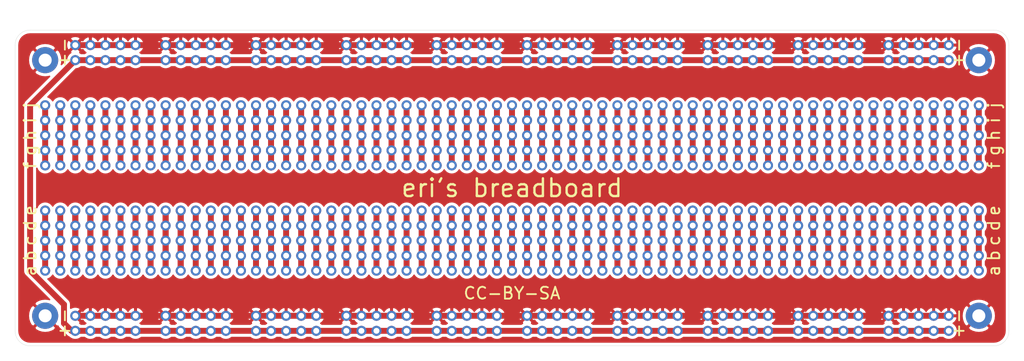
<source format=kicad_pcb>
(kicad_pcb (version 20171130) (host pcbnew 5.1.6+dfsg1-1)
  (layers (0 F.Cu signal) (31 B.Cu signal) (34 B.Paste user) (35 F.Paste user) (36 B.SilkS user) (37 F.SilkS user) (38 B.Mask user) (39 F.Mask user) (44 Edge.Cuts user))
  (net 0 "")
  (net 1 "Net-(J1-Pad1)")
  (net 2 "Net-(J2-Pad1)")
  (net 3 "Net-(J3-Pad1)")
  (net 4 "Net-(J4-Pad1)")
  (net 5 GND)
  (net 6 VCC)
  (net 7 "Net-(J7-Pad1)")
  (net 8 "Net-(J8-Pad1)")
  (net 9 "Net-(J11-Pad1)")
  (net 10 "Net-(J12-Pad1)")
  (net 11 "Net-(J13-Pad1)")
  (net 12 "Net-(J14-Pad1)")
  (net 13 "Net-(J15-Pad1)")
  (net 14 "Net-(J16-Pad1)")
  (net 15 "Net-(J17-Pad1)")
  (net 16 "Net-(J18-Pad1)")
  (net 17 "Net-(J19-Pad1)")
  (net 18 "Net-(J20-Pad1)")
  (net 19 "Net-(J23-Pad1)")
  (net 20 "Net-(J24-Pad1)")
  (net 21 "Net-(J27-Pad1)")
  (net 22 "Net-(J28-Pad1)")
  (net 23 "Net-(J29-Pad1)")
  (net 24 "Net-(J30-Pad1)")
  (net 25 "Net-(J31-Pad1)")
  (net 26 "Net-(J32-Pad1)")
  (net 27 "Net-(J33-Pad1)")
  (net 28 "Net-(J34-Pad1)")
  (net 29 "Net-(J35-Pad1)")
  (net 30 "Net-(J36-Pad1)")
  (net 31 "Net-(J39-Pad1)")
  (net 32 "Net-(J40-Pad1)")
  (net 33 "Net-(J43-Pad1)")
  (net 34 "Net-(J44-Pad1)")
  (net 35 "Net-(J45-Pad1)")
  (net 36 "Net-(J46-Pad1)")
  (net 37 "Net-(J47-Pad1)")
  (net 38 "Net-(J48-Pad1)")
  (net 39 "Net-(J49-Pad1)")
  (net 40 "Net-(J50-Pad1)")
  (net 41 "Net-(J51-Pad1)")
  (net 42 "Net-(J52-Pad1)")
  (net 43 "Net-(J55-Pad1)")
  (net 44 "Net-(J56-Pad1)")
  (net 45 "Net-(J59-Pad1)")
  (net 46 "Net-(J60-Pad1)")
  (net 47 "Net-(J61-Pad1)")
  (net 48 "Net-(J62-Pad1)")
  (net 49 "Net-(J63-Pad1)")
  (net 50 "Net-(J64-Pad1)")
  (net 51 "Net-(J65-Pad1)")
  (net 52 "Net-(J66-Pad1)")
  (net 53 "Net-(J67-Pad1)")
  (net 54 "Net-(J68-Pad1)")
  (net 55 "Net-(J71-Pad1)")
  (net 56 "Net-(J72-Pad1)")
  (net 57 "Net-(J75-Pad1)")
  (net 58 "Net-(J76-Pad1)")
  (net 59 "Net-(J77-Pad1)")
  (net 60 "Net-(J78-Pad1)")
  (net 61 "Net-(J79-Pad1)")
  (net 62 "Net-(J80-Pad1)")
  (net 63 "Net-(J81-Pad1)")
  (net 64 "Net-(J82-Pad1)")
  (net 65 "Net-(J83-Pad1)")
  (net 66 "Net-(J84-Pad1)")
  (net 67 "Net-(J87-Pad1)")
  (net 68 "Net-(J88-Pad1)")
  (net 69 "Net-(J91-Pad1)")
  (net 70 "Net-(J92-Pad1)")
  (net 71 "Net-(J93-Pad1)")
  (net 72 "Net-(J94-Pad1)")
  (net 73 "Net-(J95-Pad1)")
  (net 74 "Net-(J96-Pad1)")
  (net 75 "Net-(J97-Pad1)")
  (net 76 "Net-(J98-Pad1)")
  (net 77 "Net-(J99-Pad1)")
  (net 78 "Net-(J100-Pad1)")
  (net 79 "Net-(J103-Pad1)")
  (net 80 "Net-(J104-Pad1)")
  (net 81 "Net-(J107-Pad1)")
  (net 82 "Net-(J108-Pad1)")
  (net 83 "Net-(J109-Pad1)")
  (net 84 "Net-(J110-Pad1)")
  (net 85 "Net-(J111-Pad1)")
  (net 86 "Net-(J112-Pad1)")
  (net 87 "Net-(J113-Pad1)")
  (net 88 "Net-(J114-Pad1)")
  (net 89 "Net-(J115-Pad1)")
  (net 90 "Net-(J116-Pad1)")
  (net 91 "Net-(J119-Pad1)")
  (net 92 "Net-(J120-Pad1)")
  (net 93 "Net-(J123-Pad1)")
  (net 94 "Net-(J124-Pad1)")
  (net 95 "Net-(J125-Pad1)")
  (net 96 "Net-(J126-Pad1)")
  (net 97 "Net-(J127-Pad1)")
  (net 98 "Net-(J128-Pad1)")
  (net 99 "Net-(J129-Pad1)")
  (net 100 "Net-(J130-Pad1)")
  (net 101 "Net-(J131-Pad1)")
  (net 102 "Net-(J132-Pad1)")
  (net 103 "Net-(J135-Pad1)")
  (net 104 "Net-(J136-Pad1)")
  (net 105 "Net-(J139-Pad1)")
  (net 106 "Net-(J140-Pad1)")
  (net 107 "Net-(J141-Pad1)")
  (net 108 "Net-(J142-Pad1)")
  (net 109 "Net-(J143-Pad1)")
  (net 110 "Net-(J144-Pad1)")
  (net 111 "Net-(J145-Pad1)")
  (net 112 "Net-(J146-Pad1)")
  (net 113 "Net-(J147-Pad1)")
  (net 114 "Net-(J148-Pad1)")
  (net 115 "Net-(J151-Pad1)")
  (net 116 "Net-(J152-Pad1)")
  (net 117 "Net-(J155-Pad1)")
  (net 118 "Net-(J156-Pad1)")
  (net 119 "Net-(J157-Pad1)")
  (net 120 "Net-(J158-Pad1)")
  (net 121 "Net-(J159-Pad1)")
  (net 122 "Net-(J160-Pad1)")
  (net 123 "Net-(J161-Pad1)")
  (net 124 "Net-(J162-Pad1)")
  (net 125 "Net-(J163-Pad1)")
  (net 126 "Net-(J164-Pad1)")
  (net 127 "Net-(J165-Pad1)")
  (net 128 "Net-(J166-Pad1)")
  (module "random stuff:breadboardpins" (layer F.Cu) (at 236.22 99.06 180)
    (fp_text reference J99 hide)
    (fp_text value Conn_01x05_Female)
    (pad 5 thru_hole oval (at 0 10.16 180) (size 1.7 1.7) (drill 1) (layers *.Cu *.Mask))
    (pad 4 thru_hole oval (at 0 7.62 180) (size 1.7 1.7) (drill 1) (layers *.Cu *.Mask))
    (pad 3 thru_hole oval (at 0 5.08 180) (size 1.7 1.7) (drill 1) (layers *.Cu *.Mask))
    (pad 2 thru_hole oval (at 0 2.54 180) (size 1.7 1.7) (drill 1) (layers *.Cu *.Mask))
    (pad 1 thru_hole circle (at 0 0 180) (size 1.7 1.7) (drill 1) (layers *.Cu *.Mask))
  )
  (module "random stuff:breadboardpins" (layer F.Cu) (at 83.82 106.68)
    (fp_text reference J166 hide)
    (fp_text value Conn_01x05_Female)
    (pad 5 thru_hole oval (at 0 10.16) (size 1.7 1.7) (drill 1) (layers *.Cu *.Mask) (net 128 "Net-(J166-Pad1)"))
    (pad 4 thru_hole oval (at 0 7.62) (size 1.7 1.7) (drill 1) (layers *.Cu *.Mask) (net 128 "Net-(J166-Pad1)"))
    (pad 3 thru_hole oval (at 0 5.08) (size 1.7 1.7) (drill 1) (layers *.Cu *.Mask) (net 128 "Net-(J166-Pad1)"))
    (pad 2 thru_hole oval (at 0 2.54) (size 1.7 1.7) (drill 1) (layers *.Cu *.Mask) (net 128 "Net-(J166-Pad1)"))
    (pad 1 thru_hole circle (at 0 0) (size 1.7 1.7) (drill 1) (layers *.Cu *.Mask) (net 128 "Net-(J166-Pad1)"))
  )
  (module "random stuff:breadboardpins" (layer F.Cu) (at 154.94 99.06 180)
    (fp_text reference J165 hide)
    (fp_text value Conn_01x05_Female)
    (pad 5 thru_hole oval (at 0 10.16 180) (size 1.7 1.7) (drill 1) (layers *.Cu *.Mask) (net 127 "Net-(J165-Pad1)"))
    (pad 4 thru_hole oval (at 0 7.62 180) (size 1.7 1.7) (drill 1) (layers *.Cu *.Mask) (net 127 "Net-(J165-Pad1)"))
    (pad 3 thru_hole oval (at 0 5.08 180) (size 1.7 1.7) (drill 1) (layers *.Cu *.Mask) (net 127 "Net-(J165-Pad1)"))
    (pad 2 thru_hole oval (at 0 2.54 180) (size 1.7 1.7) (drill 1) (layers *.Cu *.Mask) (net 127 "Net-(J165-Pad1)"))
    (pad 1 thru_hole circle (at 0 0 180) (size 1.7 1.7) (drill 1) (layers *.Cu *.Mask) (net 127 "Net-(J165-Pad1)"))
  )
  (module "random stuff:breadboardpins" (layer F.Cu) (at 121.92 106.68)
    (fp_text reference J164 hide)
    (fp_text value Conn_01x05_Female)
    (pad 5 thru_hole oval (at 0 10.16) (size 1.7 1.7) (drill 1) (layers *.Cu *.Mask) (net 126 "Net-(J164-Pad1)"))
    (pad 4 thru_hole oval (at 0 7.62) (size 1.7 1.7) (drill 1) (layers *.Cu *.Mask) (net 126 "Net-(J164-Pad1)"))
    (pad 3 thru_hole oval (at 0 5.08) (size 1.7 1.7) (drill 1) (layers *.Cu *.Mask) (net 126 "Net-(J164-Pad1)"))
    (pad 2 thru_hole oval (at 0 2.54) (size 1.7 1.7) (drill 1) (layers *.Cu *.Mask) (net 126 "Net-(J164-Pad1)"))
    (pad 1 thru_hole circle (at 0 0) (size 1.7 1.7) (drill 1) (layers *.Cu *.Mask) (net 126 "Net-(J164-Pad1)"))
  )
  (module "random stuff:breadboardpins" (layer F.Cu) (at 93.98 106.68)
    (fp_text reference J163 hide)
    (fp_text value Conn_01x05_Female)
    (pad 5 thru_hole oval (at 0 10.16) (size 1.7 1.7) (drill 1) (layers *.Cu *.Mask) (net 125 "Net-(J163-Pad1)"))
    (pad 4 thru_hole oval (at 0 7.62) (size 1.7 1.7) (drill 1) (layers *.Cu *.Mask) (net 125 "Net-(J163-Pad1)"))
    (pad 3 thru_hole oval (at 0 5.08) (size 1.7 1.7) (drill 1) (layers *.Cu *.Mask) (net 125 "Net-(J163-Pad1)"))
    (pad 2 thru_hole oval (at 0 2.54) (size 1.7 1.7) (drill 1) (layers *.Cu *.Mask) (net 125 "Net-(J163-Pad1)"))
    (pad 1 thru_hole circle (at 0 0) (size 1.7 1.7) (drill 1) (layers *.Cu *.Mask) (net 125 "Net-(J163-Pad1)"))
  )
  (module "random stuff:breadboardpins" (layer F.Cu) (at 88.9 99.06 180)
    (fp_text reference J162 hide)
    (fp_text value Conn_01x05_Female)
    (pad 5 thru_hole oval (at 0 10.16 180) (size 1.7 1.7) (drill 1) (layers *.Cu *.Mask) (net 124 "Net-(J162-Pad1)"))
    (pad 4 thru_hole oval (at 0 7.62 180) (size 1.7 1.7) (drill 1) (layers *.Cu *.Mask) (net 124 "Net-(J162-Pad1)"))
    (pad 3 thru_hole oval (at 0 5.08 180) (size 1.7 1.7) (drill 1) (layers *.Cu *.Mask) (net 124 "Net-(J162-Pad1)"))
    (pad 2 thru_hole oval (at 0 2.54 180) (size 1.7 1.7) (drill 1) (layers *.Cu *.Mask) (net 124 "Net-(J162-Pad1)"))
    (pad 1 thru_hole circle (at 0 0 180) (size 1.7 1.7) (drill 1) (layers *.Cu *.Mask) (net 124 "Net-(J162-Pad1)"))
  )
  (module "random stuff:breadboardpins" (layer F.Cu) (at 104.14 106.68)
    (fp_text reference J161 hide)
    (fp_text value Conn_01x05_Female)
    (pad 5 thru_hole oval (at 0 10.16) (size 1.7 1.7) (drill 1) (layers *.Cu *.Mask) (net 123 "Net-(J161-Pad1)"))
    (pad 4 thru_hole oval (at 0 7.62) (size 1.7 1.7) (drill 1) (layers *.Cu *.Mask) (net 123 "Net-(J161-Pad1)"))
    (pad 3 thru_hole oval (at 0 5.08) (size 1.7 1.7) (drill 1) (layers *.Cu *.Mask) (net 123 "Net-(J161-Pad1)"))
    (pad 2 thru_hole oval (at 0 2.54) (size 1.7 1.7) (drill 1) (layers *.Cu *.Mask) (net 123 "Net-(J161-Pad1)"))
    (pad 1 thru_hole circle (at 0 0) (size 1.7 1.7) (drill 1) (layers *.Cu *.Mask) (net 123 "Net-(J161-Pad1)"))
  )
  (module "random stuff:breadboardpins" (layer F.Cu) (at 132.08 99.06 180)
    (fp_text reference J160 hide)
    (fp_text value Conn_01x05_Female)
    (pad 5 thru_hole oval (at 0 10.16 180) (size 1.7 1.7) (drill 1) (layers *.Cu *.Mask) (net 122 "Net-(J160-Pad1)"))
    (pad 4 thru_hole oval (at 0 7.62 180) (size 1.7 1.7) (drill 1) (layers *.Cu *.Mask) (net 122 "Net-(J160-Pad1)"))
    (pad 3 thru_hole oval (at 0 5.08 180) (size 1.7 1.7) (drill 1) (layers *.Cu *.Mask) (net 122 "Net-(J160-Pad1)"))
    (pad 2 thru_hole oval (at 0 2.54 180) (size 1.7 1.7) (drill 1) (layers *.Cu *.Mask) (net 122 "Net-(J160-Pad1)"))
    (pad 1 thru_hole circle (at 0 0 180) (size 1.7 1.7) (drill 1) (layers *.Cu *.Mask) (net 122 "Net-(J160-Pad1)"))
  )
  (module "random stuff:breadboardpins" (layer F.Cu) (at 101.6 106.68)
    (fp_text reference J159 hide)
    (fp_text value Conn_01x05_Female)
    (pad 5 thru_hole oval (at 0 10.16) (size 1.7 1.7) (drill 1) (layers *.Cu *.Mask) (net 121 "Net-(J159-Pad1)"))
    (pad 4 thru_hole oval (at 0 7.62) (size 1.7 1.7) (drill 1) (layers *.Cu *.Mask) (net 121 "Net-(J159-Pad1)"))
    (pad 3 thru_hole oval (at 0 5.08) (size 1.7 1.7) (drill 1) (layers *.Cu *.Mask) (net 121 "Net-(J159-Pad1)"))
    (pad 2 thru_hole oval (at 0 2.54) (size 1.7 1.7) (drill 1) (layers *.Cu *.Mask) (net 121 "Net-(J159-Pad1)"))
    (pad 1 thru_hole circle (at 0 0) (size 1.7 1.7) (drill 1) (layers *.Cu *.Mask) (net 121 "Net-(J159-Pad1)"))
  )
  (module "random stuff:breadboardpins" (layer F.Cu) (at 91.44 99.06 180)
    (fp_text reference J158 hide)
    (fp_text value Conn_01x05_Female)
    (pad 5 thru_hole oval (at 0 10.16 180) (size 1.7 1.7) (drill 1) (layers *.Cu *.Mask) (net 120 "Net-(J158-Pad1)"))
    (pad 4 thru_hole oval (at 0 7.62 180) (size 1.7 1.7) (drill 1) (layers *.Cu *.Mask) (net 120 "Net-(J158-Pad1)"))
    (pad 3 thru_hole oval (at 0 5.08 180) (size 1.7 1.7) (drill 1) (layers *.Cu *.Mask) (net 120 "Net-(J158-Pad1)"))
    (pad 2 thru_hole oval (at 0 2.54 180) (size 1.7 1.7) (drill 1) (layers *.Cu *.Mask) (net 120 "Net-(J158-Pad1)"))
    (pad 1 thru_hole circle (at 0 0 180) (size 1.7 1.7) (drill 1) (layers *.Cu *.Mask) (net 120 "Net-(J158-Pad1)"))
  )
  (module "random stuff:breadboardpins" (layer F.Cu) (at 99.06 99.06 180)
    (fp_text reference J157 hide)
    (fp_text value Conn_01x05_Female)
    (pad 5 thru_hole oval (at 0 10.16 180) (size 1.7 1.7) (drill 1) (layers *.Cu *.Mask) (net 119 "Net-(J157-Pad1)"))
    (pad 4 thru_hole oval (at 0 7.62 180) (size 1.7 1.7) (drill 1) (layers *.Cu *.Mask) (net 119 "Net-(J157-Pad1)"))
    (pad 3 thru_hole oval (at 0 5.08 180) (size 1.7 1.7) (drill 1) (layers *.Cu *.Mask) (net 119 "Net-(J157-Pad1)"))
    (pad 2 thru_hole oval (at 0 2.54 180) (size 1.7 1.7) (drill 1) (layers *.Cu *.Mask) (net 119 "Net-(J157-Pad1)"))
    (pad 1 thru_hole circle (at 0 0 180) (size 1.7 1.7) (drill 1) (layers *.Cu *.Mask) (net 119 "Net-(J157-Pad1)"))
  )
  (module "random stuff:breadboardpins" (layer F.Cu) (at 137.16 99.06 180)
    (fp_text reference J156 hide)
    (fp_text value Conn_01x05_Female)
    (pad 5 thru_hole oval (at 0 10.16 180) (size 1.7 1.7) (drill 1) (layers *.Cu *.Mask) (net 118 "Net-(J156-Pad1)"))
    (pad 4 thru_hole oval (at 0 7.62 180) (size 1.7 1.7) (drill 1) (layers *.Cu *.Mask) (net 118 "Net-(J156-Pad1)"))
    (pad 3 thru_hole oval (at 0 5.08 180) (size 1.7 1.7) (drill 1) (layers *.Cu *.Mask) (net 118 "Net-(J156-Pad1)"))
    (pad 2 thru_hole oval (at 0 2.54 180) (size 1.7 1.7) (drill 1) (layers *.Cu *.Mask) (net 118 "Net-(J156-Pad1)"))
    (pad 1 thru_hole circle (at 0 0 180) (size 1.7 1.7) (drill 1) (layers *.Cu *.Mask) (net 118 "Net-(J156-Pad1)"))
  )
  (module "random stuff:breadboardpins" (layer F.Cu) (at 157.48 99.06 180)
    (fp_text reference J155 hide)
    (fp_text value Conn_01x05_Female)
    (pad 5 thru_hole oval (at 0 10.16 180) (size 1.7 1.7) (drill 1) (layers *.Cu *.Mask) (net 117 "Net-(J155-Pad1)"))
    (pad 4 thru_hole oval (at 0 7.62 180) (size 1.7 1.7) (drill 1) (layers *.Cu *.Mask) (net 117 "Net-(J155-Pad1)"))
    (pad 3 thru_hole oval (at 0 5.08 180) (size 1.7 1.7) (drill 1) (layers *.Cu *.Mask) (net 117 "Net-(J155-Pad1)"))
    (pad 2 thru_hole oval (at 0 2.54 180) (size 1.7 1.7) (drill 1) (layers *.Cu *.Mask) (net 117 "Net-(J155-Pad1)"))
    (pad 1 thru_hole circle (at 0 0 180) (size 1.7 1.7) (drill 1) (layers *.Cu *.Mask) (net 117 "Net-(J155-Pad1)"))
  )
  (module "random stuff:breadboardpins" (layer F.Cu) (at 220.98 127 90)
    (fp_text reference J154 hide)
    (fp_text value Conn_01x05_Female)
    (pad 5 thru_hole oval (at 0 10.16 90) (size 1.7 1.7) (drill 1) (layers *.Cu *.Mask) (net 6 VCC))
    (pad 4 thru_hole oval (at 0 7.62 90) (size 1.7 1.7) (drill 1) (layers *.Cu *.Mask) (net 6 VCC))
    (pad 3 thru_hole oval (at 0 5.08 90) (size 1.7 1.7) (drill 1) (layers *.Cu *.Mask) (net 6 VCC))
    (pad 2 thru_hole oval (at 0 2.54 90) (size 1.7 1.7) (drill 1) (layers *.Cu *.Mask) (net 6 VCC))
    (pad 1 thru_hole circle (at 0 0 90) (size 1.7 1.7) (drill 1) (layers *.Cu *.Mask) (net 6 VCC))
  )
  (module "random stuff:breadboardpins" (layer F.Cu) (at 144.78 78.74 90)
    (fp_text reference J153 hide)
    (fp_text value Conn_01x05_Female)
    (pad 5 thru_hole oval (at 0 10.16 90) (size 1.7 1.7) (drill 1) (layers *.Cu *.Mask) (net 5 GND))
    (pad 4 thru_hole oval (at 0 7.62 90) (size 1.7 1.7) (drill 1) (layers *.Cu *.Mask) (net 5 GND))
    (pad 3 thru_hole oval (at 0 5.08 90) (size 1.7 1.7) (drill 1) (layers *.Cu *.Mask) (net 5 GND))
    (pad 2 thru_hole oval (at 0 2.54 90) (size 1.7 1.7) (drill 1) (layers *.Cu *.Mask) (net 5 GND))
    (pad 1 thru_hole circle (at 0 0 90) (size 1.7 1.7) (drill 1) (layers *.Cu *.Mask) (net 5 GND))
  )
  (module "random stuff:breadboardpins" (layer F.Cu) (at 116.84 106.68)
    (fp_text reference J152 hide)
    (fp_text value Conn_01x05_Female)
    (pad 5 thru_hole oval (at 0 10.16) (size 1.7 1.7) (drill 1) (layers *.Cu *.Mask) (net 116 "Net-(J152-Pad1)"))
    (pad 4 thru_hole oval (at 0 7.62) (size 1.7 1.7) (drill 1) (layers *.Cu *.Mask) (net 116 "Net-(J152-Pad1)"))
    (pad 3 thru_hole oval (at 0 5.08) (size 1.7 1.7) (drill 1) (layers *.Cu *.Mask) (net 116 "Net-(J152-Pad1)"))
    (pad 2 thru_hole oval (at 0 2.54) (size 1.7 1.7) (drill 1) (layers *.Cu *.Mask) (net 116 "Net-(J152-Pad1)"))
    (pad 1 thru_hole circle (at 0 0) (size 1.7 1.7) (drill 1) (layers *.Cu *.Mask) (net 116 "Net-(J152-Pad1)"))
  )
  (module "random stuff:breadboardpins" (layer F.Cu) (at 88.9 106.68)
    (fp_text reference J151 hide)
    (fp_text value Conn_01x05_Female)
    (pad 5 thru_hole oval (at 0 10.16) (size 1.7 1.7) (drill 1) (layers *.Cu *.Mask) (net 115 "Net-(J151-Pad1)"))
    (pad 4 thru_hole oval (at 0 7.62) (size 1.7 1.7) (drill 1) (layers *.Cu *.Mask) (net 115 "Net-(J151-Pad1)"))
    (pad 3 thru_hole oval (at 0 5.08) (size 1.7 1.7) (drill 1) (layers *.Cu *.Mask) (net 115 "Net-(J151-Pad1)"))
    (pad 2 thru_hole oval (at 0 2.54) (size 1.7 1.7) (drill 1) (layers *.Cu *.Mask) (net 115 "Net-(J151-Pad1)"))
    (pad 1 thru_hole circle (at 0 0) (size 1.7 1.7) (drill 1) (layers *.Cu *.Mask) (net 115 "Net-(J151-Pad1)"))
  )
  (module "random stuff:breadboardpins" (layer F.Cu) (at 175.26 81.28 90)
    (fp_text reference J150 hide)
    (fp_text value Conn_01x05_Female)
    (pad 5 thru_hole oval (at 0 10.16 90) (size 1.7 1.7) (drill 1) (layers *.Cu *.Mask) (net 6 VCC))
    (pad 4 thru_hole oval (at 0 7.62 90) (size 1.7 1.7) (drill 1) (layers *.Cu *.Mask) (net 6 VCC))
    (pad 3 thru_hole oval (at 0 5.08 90) (size 1.7 1.7) (drill 1) (layers *.Cu *.Mask) (net 6 VCC))
    (pad 2 thru_hole oval (at 0 2.54 90) (size 1.7 1.7) (drill 1) (layers *.Cu *.Mask) (net 6 VCC))
    (pad 1 thru_hole circle (at 0 0 90) (size 1.7 1.7) (drill 1) (layers *.Cu *.Mask) (net 6 VCC))
  )
  (module "random stuff:breadboardpins" (layer F.Cu) (at 83.82 78.74 90)
    (fp_text reference J149 hide)
    (fp_text value Conn_01x05_Female)
    (pad 5 thru_hole oval (at 0 10.16 90) (size 1.7 1.7) (drill 1) (layers *.Cu *.Mask) (net 5 GND))
    (pad 4 thru_hole oval (at 0 7.62 90) (size 1.7 1.7) (drill 1) (layers *.Cu *.Mask) (net 5 GND))
    (pad 3 thru_hole oval (at 0 5.08 90) (size 1.7 1.7) (drill 1) (layers *.Cu *.Mask) (net 5 GND))
    (pad 2 thru_hole oval (at 0 2.54 90) (size 1.7 1.7) (drill 1) (layers *.Cu *.Mask) (net 5 GND))
    (pad 1 thru_hole circle (at 0 0 90) (size 1.7 1.7) (drill 1) (layers *.Cu *.Mask) (net 5 GND))
  )
  (module "random stuff:breadboardpins" (layer F.Cu) (at 134.62 99.06 180)
    (fp_text reference J148 hide)
    (fp_text value Conn_01x05_Female)
    (pad 5 thru_hole oval (at 0 10.16 180) (size 1.7 1.7) (drill 1) (layers *.Cu *.Mask) (net 114 "Net-(J148-Pad1)"))
    (pad 4 thru_hole oval (at 0 7.62 180) (size 1.7 1.7) (drill 1) (layers *.Cu *.Mask) (net 114 "Net-(J148-Pad1)"))
    (pad 3 thru_hole oval (at 0 5.08 180) (size 1.7 1.7) (drill 1) (layers *.Cu *.Mask) (net 114 "Net-(J148-Pad1)"))
    (pad 2 thru_hole oval (at 0 2.54 180) (size 1.7 1.7) (drill 1) (layers *.Cu *.Mask) (net 114 "Net-(J148-Pad1)"))
    (pad 1 thru_hole circle (at 0 0 180) (size 1.7 1.7) (drill 1) (layers *.Cu *.Mask) (net 114 "Net-(J148-Pad1)"))
  )
  (module "random stuff:breadboardpins" (layer F.Cu) (at 99.06 106.68)
    (fp_text reference J147 hide)
    (fp_text value Conn_01x05_Female)
    (pad 5 thru_hole oval (at 0 10.16) (size 1.7 1.7) (drill 1) (layers *.Cu *.Mask) (net 113 "Net-(J147-Pad1)"))
    (pad 4 thru_hole oval (at 0 7.62) (size 1.7 1.7) (drill 1) (layers *.Cu *.Mask) (net 113 "Net-(J147-Pad1)"))
    (pad 3 thru_hole oval (at 0 5.08) (size 1.7 1.7) (drill 1) (layers *.Cu *.Mask) (net 113 "Net-(J147-Pad1)"))
    (pad 2 thru_hole oval (at 0 2.54) (size 1.7 1.7) (drill 1) (layers *.Cu *.Mask) (net 113 "Net-(J147-Pad1)"))
    (pad 1 thru_hole circle (at 0 0) (size 1.7 1.7) (drill 1) (layers *.Cu *.Mask) (net 113 "Net-(J147-Pad1)"))
  )
  (module "random stuff:breadboardpins" (layer F.Cu) (at 91.44 106.68)
    (fp_text reference J146 hide)
    (fp_text value Conn_01x05_Female)
    (pad 5 thru_hole oval (at 0 10.16) (size 1.7 1.7) (drill 1) (layers *.Cu *.Mask) (net 112 "Net-(J146-Pad1)"))
    (pad 4 thru_hole oval (at 0 7.62) (size 1.7 1.7) (drill 1) (layers *.Cu *.Mask) (net 112 "Net-(J146-Pad1)"))
    (pad 3 thru_hole oval (at 0 5.08) (size 1.7 1.7) (drill 1) (layers *.Cu *.Mask) (net 112 "Net-(J146-Pad1)"))
    (pad 2 thru_hole oval (at 0 2.54) (size 1.7 1.7) (drill 1) (layers *.Cu *.Mask) (net 112 "Net-(J146-Pad1)"))
    (pad 1 thru_hole circle (at 0 0) (size 1.7 1.7) (drill 1) (layers *.Cu *.Mask) (net 112 "Net-(J146-Pad1)"))
  )
  (module "random stuff:breadboardpins" (layer F.Cu) (at 93.98 99.06 180)
    (fp_text reference J145 hide)
    (fp_text value Conn_01x05_Female)
    (pad 5 thru_hole oval (at 0 10.16 180) (size 1.7 1.7) (drill 1) (layers *.Cu *.Mask) (net 111 "Net-(J145-Pad1)"))
    (pad 4 thru_hole oval (at 0 7.62 180) (size 1.7 1.7) (drill 1) (layers *.Cu *.Mask) (net 111 "Net-(J145-Pad1)"))
    (pad 3 thru_hole oval (at 0 5.08 180) (size 1.7 1.7) (drill 1) (layers *.Cu *.Mask) (net 111 "Net-(J145-Pad1)"))
    (pad 2 thru_hole oval (at 0 2.54 180) (size 1.7 1.7) (drill 1) (layers *.Cu *.Mask) (net 111 "Net-(J145-Pad1)"))
    (pad 1 thru_hole circle (at 0 0 180) (size 1.7 1.7) (drill 1) (layers *.Cu *.Mask) (net 111 "Net-(J145-Pad1)"))
  )
  (module "random stuff:breadboardpins" (layer F.Cu) (at 86.36 106.68)
    (fp_text reference J144 hide)
    (fp_text value Conn_01x05_Female)
    (pad 5 thru_hole oval (at 0 10.16) (size 1.7 1.7) (drill 1) (layers *.Cu *.Mask) (net 110 "Net-(J144-Pad1)"))
    (pad 4 thru_hole oval (at 0 7.62) (size 1.7 1.7) (drill 1) (layers *.Cu *.Mask) (net 110 "Net-(J144-Pad1)"))
    (pad 3 thru_hole oval (at 0 5.08) (size 1.7 1.7) (drill 1) (layers *.Cu *.Mask) (net 110 "Net-(J144-Pad1)"))
    (pad 2 thru_hole oval (at 0 2.54) (size 1.7 1.7) (drill 1) (layers *.Cu *.Mask) (net 110 "Net-(J144-Pad1)"))
    (pad 1 thru_hole circle (at 0 0) (size 1.7 1.7) (drill 1) (layers *.Cu *.Mask) (net 110 "Net-(J144-Pad1)"))
  )
  (module "random stuff:breadboardpins" (layer F.Cu) (at 139.7 99.06 180)
    (fp_text reference J143 hide)
    (fp_text value Conn_01x05_Female)
    (pad 5 thru_hole oval (at 0 10.16 180) (size 1.7 1.7) (drill 1) (layers *.Cu *.Mask) (net 109 "Net-(J143-Pad1)"))
    (pad 4 thru_hole oval (at 0 7.62 180) (size 1.7 1.7) (drill 1) (layers *.Cu *.Mask) (net 109 "Net-(J143-Pad1)"))
    (pad 3 thru_hole oval (at 0 5.08 180) (size 1.7 1.7) (drill 1) (layers *.Cu *.Mask) (net 109 "Net-(J143-Pad1)"))
    (pad 2 thru_hole oval (at 0 2.54 180) (size 1.7 1.7) (drill 1) (layers *.Cu *.Mask) (net 109 "Net-(J143-Pad1)"))
    (pad 1 thru_hole circle (at 0 0 180) (size 1.7 1.7) (drill 1) (layers *.Cu *.Mask) (net 109 "Net-(J143-Pad1)"))
  )
  (module "random stuff:breadboardpins" (layer F.Cu) (at 96.52 106.68)
    (fp_text reference J142 hide)
    (fp_text value Conn_01x05_Female)
    (pad 5 thru_hole oval (at 0 10.16) (size 1.7 1.7) (drill 1) (layers *.Cu *.Mask) (net 108 "Net-(J142-Pad1)"))
    (pad 4 thru_hole oval (at 0 7.62) (size 1.7 1.7) (drill 1) (layers *.Cu *.Mask) (net 108 "Net-(J142-Pad1)"))
    (pad 3 thru_hole oval (at 0 5.08) (size 1.7 1.7) (drill 1) (layers *.Cu *.Mask) (net 108 "Net-(J142-Pad1)"))
    (pad 2 thru_hole oval (at 0 2.54) (size 1.7 1.7) (drill 1) (layers *.Cu *.Mask) (net 108 "Net-(J142-Pad1)"))
    (pad 1 thru_hole circle (at 0 0) (size 1.7 1.7) (drill 1) (layers *.Cu *.Mask) (net 108 "Net-(J142-Pad1)"))
  )
  (module "random stuff:breadboardpins" (layer F.Cu) (at 114.3 106.68)
    (fp_text reference J141 hide)
    (fp_text value Conn_01x05_Female)
    (pad 5 thru_hole oval (at 0 10.16) (size 1.7 1.7) (drill 1) (layers *.Cu *.Mask) (net 107 "Net-(J141-Pad1)"))
    (pad 4 thru_hole oval (at 0 7.62) (size 1.7 1.7) (drill 1) (layers *.Cu *.Mask) (net 107 "Net-(J141-Pad1)"))
    (pad 3 thru_hole oval (at 0 5.08) (size 1.7 1.7) (drill 1) (layers *.Cu *.Mask) (net 107 "Net-(J141-Pad1)"))
    (pad 2 thru_hole oval (at 0 2.54) (size 1.7 1.7) (drill 1) (layers *.Cu *.Mask) (net 107 "Net-(J141-Pad1)"))
    (pad 1 thru_hole circle (at 0 0) (size 1.7 1.7) (drill 1) (layers *.Cu *.Mask) (net 107 "Net-(J141-Pad1)"))
  )
  (module "random stuff:breadboardpins" (layer F.Cu) (at 160.02 99.06 180)
    (fp_text reference J140 hide)
    (fp_text value Conn_01x05_Female)
    (pad 5 thru_hole oval (at 0 10.16 180) (size 1.7 1.7) (drill 1) (layers *.Cu *.Mask) (net 106 "Net-(J140-Pad1)"))
    (pad 4 thru_hole oval (at 0 7.62 180) (size 1.7 1.7) (drill 1) (layers *.Cu *.Mask) (net 106 "Net-(J140-Pad1)"))
    (pad 3 thru_hole oval (at 0 5.08 180) (size 1.7 1.7) (drill 1) (layers *.Cu *.Mask) (net 106 "Net-(J140-Pad1)"))
    (pad 2 thru_hole oval (at 0 2.54 180) (size 1.7 1.7) (drill 1) (layers *.Cu *.Mask) (net 106 "Net-(J140-Pad1)"))
    (pad 1 thru_hole circle (at 0 0 180) (size 1.7 1.7) (drill 1) (layers *.Cu *.Mask) (net 106 "Net-(J140-Pad1)"))
  )
  (module "random stuff:breadboardpins" (layer F.Cu) (at 111.76 106.68)
    (fp_text reference J139 hide)
    (fp_text value Conn_01x05_Female)
    (pad 5 thru_hole oval (at 0 10.16) (size 1.7 1.7) (drill 1) (layers *.Cu *.Mask) (net 105 "Net-(J139-Pad1)"))
    (pad 4 thru_hole oval (at 0 7.62) (size 1.7 1.7) (drill 1) (layers *.Cu *.Mask) (net 105 "Net-(J139-Pad1)"))
    (pad 3 thru_hole oval (at 0 5.08) (size 1.7 1.7) (drill 1) (layers *.Cu *.Mask) (net 105 "Net-(J139-Pad1)"))
    (pad 2 thru_hole oval (at 0 2.54) (size 1.7 1.7) (drill 1) (layers *.Cu *.Mask) (net 105 "Net-(J139-Pad1)"))
    (pad 1 thru_hole circle (at 0 0) (size 1.7 1.7) (drill 1) (layers *.Cu *.Mask) (net 105 "Net-(J139-Pad1)"))
  )
  (module "random stuff:breadboardpins" (layer F.Cu) (at 114.3 81.28 90)
    (fp_text reference J138 hide)
    (fp_text value Conn_01x05_Female)
    (pad 5 thru_hole oval (at 0 10.16 90) (size 1.7 1.7) (drill 1) (layers *.Cu *.Mask) (net 6 VCC))
    (pad 4 thru_hole oval (at 0 7.62 90) (size 1.7 1.7) (drill 1) (layers *.Cu *.Mask) (net 6 VCC))
    (pad 3 thru_hole oval (at 0 5.08 90) (size 1.7 1.7) (drill 1) (layers *.Cu *.Mask) (net 6 VCC))
    (pad 2 thru_hole oval (at 0 2.54 90) (size 1.7 1.7) (drill 1) (layers *.Cu *.Mask) (net 6 VCC))
    (pad 1 thru_hole circle (at 0 0 90) (size 1.7 1.7) (drill 1) (layers *.Cu *.Mask) (net 6 VCC))
  )
  (module "random stuff:breadboardpins" (layer F.Cu) (at 83.82 124.46 90)
    (fp_text reference J137 hide)
    (fp_text value Conn_01x05_Female)
    (pad 5 thru_hole oval (at 0 10.16 90) (size 1.7 1.7) (drill 1) (layers *.Cu *.Mask) (net 5 GND))
    (pad 4 thru_hole oval (at 0 7.62 90) (size 1.7 1.7) (drill 1) (layers *.Cu *.Mask) (net 5 GND))
    (pad 3 thru_hole oval (at 0 5.08 90) (size 1.7 1.7) (drill 1) (layers *.Cu *.Mask) (net 5 GND))
    (pad 2 thru_hole oval (at 0 2.54 90) (size 1.7 1.7) (drill 1) (layers *.Cu *.Mask) (net 5 GND))
    (pad 1 thru_hole circle (at 0 0 90) (size 1.7 1.7) (drill 1) (layers *.Cu *.Mask) (net 5 GND))
  )
  (module "random stuff:breadboardpins" (layer F.Cu) (at 106.68 106.68)
    (fp_text reference J136 hide)
    (fp_text value Conn_01x05_Female)
    (pad 5 thru_hole oval (at 0 10.16) (size 1.7 1.7) (drill 1) (layers *.Cu *.Mask) (net 104 "Net-(J136-Pad1)"))
    (pad 4 thru_hole oval (at 0 7.62) (size 1.7 1.7) (drill 1) (layers *.Cu *.Mask) (net 104 "Net-(J136-Pad1)"))
    (pad 3 thru_hole oval (at 0 5.08) (size 1.7 1.7) (drill 1) (layers *.Cu *.Mask) (net 104 "Net-(J136-Pad1)"))
    (pad 2 thru_hole oval (at 0 2.54) (size 1.7 1.7) (drill 1) (layers *.Cu *.Mask) (net 104 "Net-(J136-Pad1)"))
    (pad 1 thru_hole circle (at 0 0) (size 1.7 1.7) (drill 1) (layers *.Cu *.Mask) (net 104 "Net-(J136-Pad1)"))
  )
  (module "random stuff:breadboardpins" (layer F.Cu) (at 96.52 99.06 180)
    (fp_text reference J135 hide)
    (fp_text value Conn_01x05_Female)
    (pad 5 thru_hole oval (at 0 10.16 180) (size 1.7 1.7) (drill 1) (layers *.Cu *.Mask) (net 103 "Net-(J135-Pad1)"))
    (pad 4 thru_hole oval (at 0 7.62 180) (size 1.7 1.7) (drill 1) (layers *.Cu *.Mask) (net 103 "Net-(J135-Pad1)"))
    (pad 3 thru_hole oval (at 0 5.08 180) (size 1.7 1.7) (drill 1) (layers *.Cu *.Mask) (net 103 "Net-(J135-Pad1)"))
    (pad 2 thru_hole oval (at 0 2.54 180) (size 1.7 1.7) (drill 1) (layers *.Cu *.Mask) (net 103 "Net-(J135-Pad1)"))
    (pad 1 thru_hole circle (at 0 0 180) (size 1.7 1.7) (drill 1) (layers *.Cu *.Mask) (net 103 "Net-(J135-Pad1)"))
  )
  (module "random stuff:breadboardpins" (layer F.Cu) (at 220.98 81.28 90)
    (fp_text reference J134 hide)
    (fp_text value Conn_01x05_Female)
    (pad 5 thru_hole oval (at 0 10.16 90) (size 1.7 1.7) (drill 1) (layers *.Cu *.Mask) (net 6 VCC))
    (pad 4 thru_hole oval (at 0 7.62 90) (size 1.7 1.7) (drill 1) (layers *.Cu *.Mask) (net 6 VCC))
    (pad 3 thru_hole oval (at 0 5.08 90) (size 1.7 1.7) (drill 1) (layers *.Cu *.Mask) (net 6 VCC))
    (pad 2 thru_hole oval (at 0 2.54 90) (size 1.7 1.7) (drill 1) (layers *.Cu *.Mask) (net 6 VCC))
    (pad 1 thru_hole circle (at 0 0 90) (size 1.7 1.7) (drill 1) (layers *.Cu *.Mask) (net 6 VCC))
  )
  (module "random stuff:breadboardpins" (layer F.Cu) (at 160.02 78.74 90)
    (fp_text reference J133 hide)
    (fp_text value Conn_01x05_Female)
    (pad 5 thru_hole oval (at 0 10.16 90) (size 1.7 1.7) (drill 1) (layers *.Cu *.Mask) (net 5 GND))
    (pad 4 thru_hole oval (at 0 7.62 90) (size 1.7 1.7) (drill 1) (layers *.Cu *.Mask) (net 5 GND))
    (pad 3 thru_hole oval (at 0 5.08 90) (size 1.7 1.7) (drill 1) (layers *.Cu *.Mask) (net 5 GND))
    (pad 2 thru_hole oval (at 0 2.54 90) (size 1.7 1.7) (drill 1) (layers *.Cu *.Mask) (net 5 GND))
    (pad 1 thru_hole circle (at 0 0 90) (size 1.7 1.7) (drill 1) (layers *.Cu *.Mask) (net 5 GND))
  )
  (module "random stuff:breadboardpins" (layer F.Cu) (at 81.28 106.68)
    (fp_text reference J132 hide)
    (fp_text value Conn_01x05_Female)
    (pad 5 thru_hole oval (at 0 10.16) (size 1.7 1.7) (drill 1) (layers *.Cu *.Mask) (net 102 "Net-(J132-Pad1)"))
    (pad 4 thru_hole oval (at 0 7.62) (size 1.7 1.7) (drill 1) (layers *.Cu *.Mask) (net 102 "Net-(J132-Pad1)"))
    (pad 3 thru_hole oval (at 0 5.08) (size 1.7 1.7) (drill 1) (layers *.Cu *.Mask) (net 102 "Net-(J132-Pad1)"))
    (pad 2 thru_hole oval (at 0 2.54) (size 1.7 1.7) (drill 1) (layers *.Cu *.Mask) (net 102 "Net-(J132-Pad1)"))
    (pad 1 thru_hole circle (at 0 0) (size 1.7 1.7) (drill 1) (layers *.Cu *.Mask) (net 102 "Net-(J132-Pad1)"))
  )
  (module "random stuff:breadboardpins" (layer F.Cu) (at 142.24 99.06 180)
    (fp_text reference J131 hide)
    (fp_text value Conn_01x05_Female)
    (pad 5 thru_hole oval (at 0 10.16 180) (size 1.7 1.7) (drill 1) (layers *.Cu *.Mask) (net 101 "Net-(J131-Pad1)"))
    (pad 4 thru_hole oval (at 0 7.62 180) (size 1.7 1.7) (drill 1) (layers *.Cu *.Mask) (net 101 "Net-(J131-Pad1)"))
    (pad 3 thru_hole oval (at 0 5.08 180) (size 1.7 1.7) (drill 1) (layers *.Cu *.Mask) (net 101 "Net-(J131-Pad1)"))
    (pad 2 thru_hole oval (at 0 2.54 180) (size 1.7 1.7) (drill 1) (layers *.Cu *.Mask) (net 101 "Net-(J131-Pad1)"))
    (pad 1 thru_hole circle (at 0 0 180) (size 1.7 1.7) (drill 1) (layers *.Cu *.Mask) (net 101 "Net-(J131-Pad1)"))
  )
  (module "random stuff:breadboardpins" (layer F.Cu) (at 106.68 99.06 180)
    (fp_text reference J130 hide)
    (fp_text value Conn_01x05_Female)
    (pad 5 thru_hole oval (at 0 10.16 180) (size 1.7 1.7) (drill 1) (layers *.Cu *.Mask) (net 100 "Net-(J130-Pad1)"))
    (pad 4 thru_hole oval (at 0 7.62 180) (size 1.7 1.7) (drill 1) (layers *.Cu *.Mask) (net 100 "Net-(J130-Pad1)"))
    (pad 3 thru_hole oval (at 0 5.08 180) (size 1.7 1.7) (drill 1) (layers *.Cu *.Mask) (net 100 "Net-(J130-Pad1)"))
    (pad 2 thru_hole oval (at 0 2.54 180) (size 1.7 1.7) (drill 1) (layers *.Cu *.Mask) (net 100 "Net-(J130-Pad1)"))
    (pad 1 thru_hole circle (at 0 0 180) (size 1.7 1.7) (drill 1) (layers *.Cu *.Mask) (net 100 "Net-(J130-Pad1)"))
  )
  (module "random stuff:breadboardpins" (layer F.Cu) (at 109.22 106.68)
    (fp_text reference J129 hide)
    (fp_text value Conn_01x05_Female)
    (pad 5 thru_hole oval (at 0 10.16) (size 1.7 1.7) (drill 1) (layers *.Cu *.Mask) (net 99 "Net-(J129-Pad1)"))
    (pad 4 thru_hole oval (at 0 7.62) (size 1.7 1.7) (drill 1) (layers *.Cu *.Mask) (net 99 "Net-(J129-Pad1)"))
    (pad 3 thru_hole oval (at 0 5.08) (size 1.7 1.7) (drill 1) (layers *.Cu *.Mask) (net 99 "Net-(J129-Pad1)"))
    (pad 2 thru_hole oval (at 0 2.54) (size 1.7 1.7) (drill 1) (layers *.Cu *.Mask) (net 99 "Net-(J129-Pad1)"))
    (pad 1 thru_hole circle (at 0 0) (size 1.7 1.7) (drill 1) (layers *.Cu *.Mask) (net 99 "Net-(J129-Pad1)"))
  )
  (module "random stuff:breadboardpins" (layer F.Cu) (at 162.56 99.06 180)
    (fp_text reference J128 hide)
    (fp_text value Conn_01x05_Female)
    (pad 5 thru_hole oval (at 0 10.16 180) (size 1.7 1.7) (drill 1) (layers *.Cu *.Mask) (net 98 "Net-(J128-Pad1)"))
    (pad 4 thru_hole oval (at 0 7.62 180) (size 1.7 1.7) (drill 1) (layers *.Cu *.Mask) (net 98 "Net-(J128-Pad1)"))
    (pad 3 thru_hole oval (at 0 5.08 180) (size 1.7 1.7) (drill 1) (layers *.Cu *.Mask) (net 98 "Net-(J128-Pad1)"))
    (pad 2 thru_hole oval (at 0 2.54 180) (size 1.7 1.7) (drill 1) (layers *.Cu *.Mask) (net 98 "Net-(J128-Pad1)"))
    (pad 1 thru_hole circle (at 0 0 180) (size 1.7 1.7) (drill 1) (layers *.Cu *.Mask) (net 98 "Net-(J128-Pad1)"))
  )
  (module "random stuff:breadboardpins" (layer F.Cu) (at 165.1 99.06 180)
    (fp_text reference J127 hide)
    (fp_text value Conn_01x05_Female)
    (pad 5 thru_hole oval (at 0 10.16 180) (size 1.7 1.7) (drill 1) (layers *.Cu *.Mask) (net 97 "Net-(J127-Pad1)"))
    (pad 4 thru_hole oval (at 0 7.62 180) (size 1.7 1.7) (drill 1) (layers *.Cu *.Mask) (net 97 "Net-(J127-Pad1)"))
    (pad 3 thru_hole oval (at 0 5.08 180) (size 1.7 1.7) (drill 1) (layers *.Cu *.Mask) (net 97 "Net-(J127-Pad1)"))
    (pad 2 thru_hole oval (at 0 2.54 180) (size 1.7 1.7) (drill 1) (layers *.Cu *.Mask) (net 97 "Net-(J127-Pad1)"))
    (pad 1 thru_hole circle (at 0 0 180) (size 1.7 1.7) (drill 1) (layers *.Cu *.Mask) (net 97 "Net-(J127-Pad1)"))
  )
  (module "random stuff:breadboardpins" (layer F.Cu) (at 177.8 106.68)
    (fp_text reference J126 hide)
    (fp_text value Conn_01x05_Female)
    (pad 5 thru_hole oval (at 0 10.16) (size 1.7 1.7) (drill 1) (layers *.Cu *.Mask) (net 96 "Net-(J126-Pad1)"))
    (pad 4 thru_hole oval (at 0 7.62) (size 1.7 1.7) (drill 1) (layers *.Cu *.Mask) (net 96 "Net-(J126-Pad1)"))
    (pad 3 thru_hole oval (at 0 5.08) (size 1.7 1.7) (drill 1) (layers *.Cu *.Mask) (net 96 "Net-(J126-Pad1)"))
    (pad 2 thru_hole oval (at 0 2.54) (size 1.7 1.7) (drill 1) (layers *.Cu *.Mask) (net 96 "Net-(J126-Pad1)"))
    (pad 1 thru_hole circle (at 0 0) (size 1.7 1.7) (drill 1) (layers *.Cu *.Mask) (net 96 "Net-(J126-Pad1)"))
  )
  (module "random stuff:breadboardpins" (layer F.Cu) (at 167.64 99.06 180)
    (fp_text reference J125 hide)
    (fp_text value Conn_01x05_Female)
    (pad 5 thru_hole oval (at 0 10.16 180) (size 1.7 1.7) (drill 1) (layers *.Cu *.Mask) (net 95 "Net-(J125-Pad1)"))
    (pad 4 thru_hole oval (at 0 7.62 180) (size 1.7 1.7) (drill 1) (layers *.Cu *.Mask) (net 95 "Net-(J125-Pad1)"))
    (pad 3 thru_hole oval (at 0 5.08 180) (size 1.7 1.7) (drill 1) (layers *.Cu *.Mask) (net 95 "Net-(J125-Pad1)"))
    (pad 2 thru_hole oval (at 0 2.54 180) (size 1.7 1.7) (drill 1) (layers *.Cu *.Mask) (net 95 "Net-(J125-Pad1)"))
    (pad 1 thru_hole circle (at 0 0 180) (size 1.7 1.7) (drill 1) (layers *.Cu *.Mask) (net 95 "Net-(J125-Pad1)"))
  )
  (module "random stuff:breadboardpins" (layer F.Cu) (at 144.78 99.06 180)
    (fp_text reference J124 hide)
    (fp_text value Conn_01x05_Female)
    (pad 5 thru_hole oval (at 0 10.16 180) (size 1.7 1.7) (drill 1) (layers *.Cu *.Mask) (net 94 "Net-(J124-Pad1)"))
    (pad 4 thru_hole oval (at 0 7.62 180) (size 1.7 1.7) (drill 1) (layers *.Cu *.Mask) (net 94 "Net-(J124-Pad1)"))
    (pad 3 thru_hole oval (at 0 5.08 180) (size 1.7 1.7) (drill 1) (layers *.Cu *.Mask) (net 94 "Net-(J124-Pad1)"))
    (pad 2 thru_hole oval (at 0 2.54 180) (size 1.7 1.7) (drill 1) (layers *.Cu *.Mask) (net 94 "Net-(J124-Pad1)"))
    (pad 1 thru_hole circle (at 0 0 180) (size 1.7 1.7) (drill 1) (layers *.Cu *.Mask) (net 94 "Net-(J124-Pad1)"))
  )
  (module "random stuff:breadboardpins" (layer F.Cu) (at 78.74 106.68)
    (fp_text reference J123 hide)
    (fp_text value Conn_01x05_Female)
    (pad 5 thru_hole oval (at 0 10.16) (size 1.7 1.7) (drill 1) (layers *.Cu *.Mask) (net 93 "Net-(J123-Pad1)"))
    (pad 4 thru_hole oval (at 0 7.62) (size 1.7 1.7) (drill 1) (layers *.Cu *.Mask) (net 93 "Net-(J123-Pad1)"))
    (pad 3 thru_hole oval (at 0 5.08) (size 1.7 1.7) (drill 1) (layers *.Cu *.Mask) (net 93 "Net-(J123-Pad1)"))
    (pad 2 thru_hole oval (at 0 2.54) (size 1.7 1.7) (drill 1) (layers *.Cu *.Mask) (net 93 "Net-(J123-Pad1)"))
    (pad 1 thru_hole circle (at 0 0) (size 1.7 1.7) (drill 1) (layers *.Cu *.Mask) (net 93 "Net-(J123-Pad1)"))
  )
  (module "random stuff:breadboardpins" (layer F.Cu) (at 190.5 81.28 90)
    (fp_text reference J122 hide)
    (fp_text value Conn_01x05_Female)
    (pad 5 thru_hole oval (at 0 10.16 90) (size 1.7 1.7) (drill 1) (layers *.Cu *.Mask) (net 6 VCC))
    (pad 4 thru_hole oval (at 0 7.62 90) (size 1.7 1.7) (drill 1) (layers *.Cu *.Mask) (net 6 VCC))
    (pad 3 thru_hole oval (at 0 5.08 90) (size 1.7 1.7) (drill 1) (layers *.Cu *.Mask) (net 6 VCC))
    (pad 2 thru_hole oval (at 0 2.54 90) (size 1.7 1.7) (drill 1) (layers *.Cu *.Mask) (net 6 VCC))
    (pad 1 thru_hole circle (at 0 0 90) (size 1.7 1.7) (drill 1) (layers *.Cu *.Mask) (net 6 VCC))
  )
  (module "random stuff:breadboardpins" (layer F.Cu) (at 99.06 78.74 90)
    (fp_text reference J121 hide)
    (fp_text value Conn_01x05_Female)
    (pad 5 thru_hole oval (at 0 10.16 90) (size 1.7 1.7) (drill 1) (layers *.Cu *.Mask) (net 5 GND))
    (pad 4 thru_hole oval (at 0 7.62 90) (size 1.7 1.7) (drill 1) (layers *.Cu *.Mask) (net 5 GND))
    (pad 3 thru_hole oval (at 0 5.08 90) (size 1.7 1.7) (drill 1) (layers *.Cu *.Mask) (net 5 GND))
    (pad 2 thru_hole oval (at 0 2.54 90) (size 1.7 1.7) (drill 1) (layers *.Cu *.Mask) (net 5 GND))
    (pad 1 thru_hole circle (at 0 0 90) (size 1.7 1.7) (drill 1) (layers *.Cu *.Mask) (net 5 GND))
  )
  (module "random stuff:breadboardpins" (layer F.Cu) (at 147.32 99.06 180)
    (fp_text reference J120 hide)
    (fp_text value Conn_01x05_Female)
    (pad 5 thru_hole oval (at 0 10.16 180) (size 1.7 1.7) (drill 1) (layers *.Cu *.Mask) (net 92 "Net-(J120-Pad1)"))
    (pad 4 thru_hole oval (at 0 7.62 180) (size 1.7 1.7) (drill 1) (layers *.Cu *.Mask) (net 92 "Net-(J120-Pad1)"))
    (pad 3 thru_hole oval (at 0 5.08 180) (size 1.7 1.7) (drill 1) (layers *.Cu *.Mask) (net 92 "Net-(J120-Pad1)"))
    (pad 2 thru_hole oval (at 0 2.54 180) (size 1.7 1.7) (drill 1) (layers *.Cu *.Mask) (net 92 "Net-(J120-Pad1)"))
    (pad 1 thru_hole circle (at 0 0 180) (size 1.7 1.7) (drill 1) (layers *.Cu *.Mask) (net 92 "Net-(J120-Pad1)"))
  )
  (module "random stuff:breadboardpins" (layer F.Cu) (at 170.18 99.06 180)
    (fp_text reference J119 hide)
    (fp_text value Conn_01x05_Female)
    (pad 5 thru_hole oval (at 0 10.16 180) (size 1.7 1.7) (drill 1) (layers *.Cu *.Mask) (net 91 "Net-(J119-Pad1)"))
    (pad 4 thru_hole oval (at 0 7.62 180) (size 1.7 1.7) (drill 1) (layers *.Cu *.Mask) (net 91 "Net-(J119-Pad1)"))
    (pad 3 thru_hole oval (at 0 5.08 180) (size 1.7 1.7) (drill 1) (layers *.Cu *.Mask) (net 91 "Net-(J119-Pad1)"))
    (pad 2 thru_hole oval (at 0 2.54 180) (size 1.7 1.7) (drill 1) (layers *.Cu *.Mask) (net 91 "Net-(J119-Pad1)"))
    (pad 1 thru_hole circle (at 0 0 180) (size 1.7 1.7) (drill 1) (layers *.Cu *.Mask) (net 91 "Net-(J119-Pad1)"))
  )
  (module "random stuff:breadboardpins" (layer F.Cu) (at 160.02 81.28 90)
    (fp_text reference J118 hide)
    (fp_text value Conn_01x05_Female)
    (pad 5 thru_hole oval (at 0 10.16 90) (size 1.7 1.7) (drill 1) (layers *.Cu *.Mask) (net 6 VCC))
    (pad 4 thru_hole oval (at 0 7.62 90) (size 1.7 1.7) (drill 1) (layers *.Cu *.Mask) (net 6 VCC))
    (pad 3 thru_hole oval (at 0 5.08 90) (size 1.7 1.7) (drill 1) (layers *.Cu *.Mask) (net 6 VCC))
    (pad 2 thru_hole oval (at 0 2.54 90) (size 1.7 1.7) (drill 1) (layers *.Cu *.Mask) (net 6 VCC))
    (pad 1 thru_hole circle (at 0 0 90) (size 1.7 1.7) (drill 1) (layers *.Cu *.Mask) (net 6 VCC))
  )
  (module "random stuff:breadboardpins" (layer F.Cu) (at 129.54 78.74 90)
    (fp_text reference J117 hide)
    (fp_text value Conn_01x05_Female)
    (pad 5 thru_hole oval (at 0 10.16 90) (size 1.7 1.7) (drill 1) (layers *.Cu *.Mask) (net 5 GND))
    (pad 4 thru_hole oval (at 0 7.62 90) (size 1.7 1.7) (drill 1) (layers *.Cu *.Mask) (net 5 GND))
    (pad 3 thru_hole oval (at 0 5.08 90) (size 1.7 1.7) (drill 1) (layers *.Cu *.Mask) (net 5 GND))
    (pad 2 thru_hole oval (at 0 2.54 90) (size 1.7 1.7) (drill 1) (layers *.Cu *.Mask) (net 5 GND))
    (pad 1 thru_hole circle (at 0 0 90) (size 1.7 1.7) (drill 1) (layers *.Cu *.Mask) (net 5 GND))
  )
  (module "random stuff:breadboardpins" (layer F.Cu) (at 119.38 106.68)
    (fp_text reference J116 hide)
    (fp_text value Conn_01x05_Female)
    (pad 5 thru_hole oval (at 0 10.16) (size 1.7 1.7) (drill 1) (layers *.Cu *.Mask) (net 90 "Net-(J116-Pad1)"))
    (pad 4 thru_hole oval (at 0 7.62) (size 1.7 1.7) (drill 1) (layers *.Cu *.Mask) (net 90 "Net-(J116-Pad1)"))
    (pad 3 thru_hole oval (at 0 5.08) (size 1.7 1.7) (drill 1) (layers *.Cu *.Mask) (net 90 "Net-(J116-Pad1)"))
    (pad 2 thru_hole oval (at 0 2.54) (size 1.7 1.7) (drill 1) (layers *.Cu *.Mask) (net 90 "Net-(J116-Pad1)"))
    (pad 1 thru_hole circle (at 0 0) (size 1.7 1.7) (drill 1) (layers *.Cu *.Mask) (net 90 "Net-(J116-Pad1)"))
  )
  (module "random stuff:breadboardpins" (layer F.Cu) (at 213.36 106.68)
    (fp_text reference J115 hide)
    (fp_text value Conn_01x05_Female)
    (pad 5 thru_hole oval (at 0 10.16) (size 1.7 1.7) (drill 1) (layers *.Cu *.Mask) (net 89 "Net-(J115-Pad1)"))
    (pad 4 thru_hole oval (at 0 7.62) (size 1.7 1.7) (drill 1) (layers *.Cu *.Mask) (net 89 "Net-(J115-Pad1)"))
    (pad 3 thru_hole oval (at 0 5.08) (size 1.7 1.7) (drill 1) (layers *.Cu *.Mask) (net 89 "Net-(J115-Pad1)"))
    (pad 2 thru_hole oval (at 0 2.54) (size 1.7 1.7) (drill 1) (layers *.Cu *.Mask) (net 89 "Net-(J115-Pad1)"))
    (pad 1 thru_hole circle (at 0 0) (size 1.7 1.7) (drill 1) (layers *.Cu *.Mask) (net 89 "Net-(J115-Pad1)"))
  )
  (module "random stuff:breadboardpins" (layer F.Cu) (at 83.82 99.06 180)
    (fp_text reference J114 hide)
    (fp_text value Conn_01x05_Female)
    (pad 5 thru_hole oval (at 0 10.16 180) (size 1.7 1.7) (drill 1) (layers *.Cu *.Mask) (net 88 "Net-(J114-Pad1)"))
    (pad 4 thru_hole oval (at 0 7.62 180) (size 1.7 1.7) (drill 1) (layers *.Cu *.Mask) (net 88 "Net-(J114-Pad1)"))
    (pad 3 thru_hole oval (at 0 5.08 180) (size 1.7 1.7) (drill 1) (layers *.Cu *.Mask) (net 88 "Net-(J114-Pad1)"))
    (pad 2 thru_hole oval (at 0 2.54 180) (size 1.7 1.7) (drill 1) (layers *.Cu *.Mask) (net 88 "Net-(J114-Pad1)"))
    (pad 1 thru_hole circle (at 0 0 180) (size 1.7 1.7) (drill 1) (layers *.Cu *.Mask) (net 88 "Net-(J114-Pad1)"))
  )
  (module "random stuff:breadboardpins" (layer F.Cu) (at 172.72 99.06 180)
    (fp_text reference J113 hide)
    (fp_text value Conn_01x05_Female)
    (pad 5 thru_hole oval (at 0 10.16 180) (size 1.7 1.7) (drill 1) (layers *.Cu *.Mask) (net 87 "Net-(J113-Pad1)"))
    (pad 4 thru_hole oval (at 0 7.62 180) (size 1.7 1.7) (drill 1) (layers *.Cu *.Mask) (net 87 "Net-(J113-Pad1)"))
    (pad 3 thru_hole oval (at 0 5.08 180) (size 1.7 1.7) (drill 1) (layers *.Cu *.Mask) (net 87 "Net-(J113-Pad1)"))
    (pad 2 thru_hole oval (at 0 2.54 180) (size 1.7 1.7) (drill 1) (layers *.Cu *.Mask) (net 87 "Net-(J113-Pad1)"))
    (pad 1 thru_hole circle (at 0 0 180) (size 1.7 1.7) (drill 1) (layers *.Cu *.Mask) (net 87 "Net-(J113-Pad1)"))
  )
  (module "random stuff:breadboardpins" (layer F.Cu) (at 149.86 99.06 180)
    (fp_text reference J112 hide)
    (fp_text value Conn_01x05_Female)
    (pad 5 thru_hole oval (at 0 10.16 180) (size 1.7 1.7) (drill 1) (layers *.Cu *.Mask) (net 86 "Net-(J112-Pad1)"))
    (pad 4 thru_hole oval (at 0 7.62 180) (size 1.7 1.7) (drill 1) (layers *.Cu *.Mask) (net 86 "Net-(J112-Pad1)"))
    (pad 3 thru_hole oval (at 0 5.08 180) (size 1.7 1.7) (drill 1) (layers *.Cu *.Mask) (net 86 "Net-(J112-Pad1)"))
    (pad 2 thru_hole oval (at 0 2.54 180) (size 1.7 1.7) (drill 1) (layers *.Cu *.Mask) (net 86 "Net-(J112-Pad1)"))
    (pad 1 thru_hole circle (at 0 0 180) (size 1.7 1.7) (drill 1) (layers *.Cu *.Mask) (net 86 "Net-(J112-Pad1)"))
  )
  (module "random stuff:breadboardpins" (layer F.Cu) (at 195.58 106.68)
    (fp_text reference J111 hide)
    (fp_text value Conn_01x05_Female)
    (pad 5 thru_hole oval (at 0 10.16) (size 1.7 1.7) (drill 1) (layers *.Cu *.Mask) (net 85 "Net-(J111-Pad1)"))
    (pad 4 thru_hole oval (at 0 7.62) (size 1.7 1.7) (drill 1) (layers *.Cu *.Mask) (net 85 "Net-(J111-Pad1)"))
    (pad 3 thru_hole oval (at 0 5.08) (size 1.7 1.7) (drill 1) (layers *.Cu *.Mask) (net 85 "Net-(J111-Pad1)"))
    (pad 2 thru_hole oval (at 0 2.54) (size 1.7 1.7) (drill 1) (layers *.Cu *.Mask) (net 85 "Net-(J111-Pad1)"))
    (pad 1 thru_hole circle (at 0 0) (size 1.7 1.7) (drill 1) (layers *.Cu *.Mask) (net 85 "Net-(J111-Pad1)"))
  )
  (module "random stuff:breadboardpins" (layer F.Cu) (at 101.6 99.06 180)
    (fp_text reference J110 hide)
    (fp_text value Conn_01x05_Female)
    (pad 5 thru_hole oval (at 0 10.16 180) (size 1.7 1.7) (drill 1) (layers *.Cu *.Mask) (net 84 "Net-(J110-Pad1)"))
    (pad 4 thru_hole oval (at 0 7.62 180) (size 1.7 1.7) (drill 1) (layers *.Cu *.Mask) (net 84 "Net-(J110-Pad1)"))
    (pad 3 thru_hole oval (at 0 5.08 180) (size 1.7 1.7) (drill 1) (layers *.Cu *.Mask) (net 84 "Net-(J110-Pad1)"))
    (pad 2 thru_hole oval (at 0 2.54 180) (size 1.7 1.7) (drill 1) (layers *.Cu *.Mask) (net 84 "Net-(J110-Pad1)"))
    (pad 1 thru_hole circle (at 0 0 180) (size 1.7 1.7) (drill 1) (layers *.Cu *.Mask) (net 84 "Net-(J110-Pad1)"))
  )
  (module "random stuff:breadboardpins" (layer F.Cu) (at 104.14 99.06 180)
    (fp_text reference J109 hide)
    (fp_text value Conn_01x05_Female)
    (pad 5 thru_hole oval (at 0 10.16 180) (size 1.7 1.7) (drill 1) (layers *.Cu *.Mask) (net 83 "Net-(J109-Pad1)"))
    (pad 4 thru_hole oval (at 0 7.62 180) (size 1.7 1.7) (drill 1) (layers *.Cu *.Mask) (net 83 "Net-(J109-Pad1)"))
    (pad 3 thru_hole oval (at 0 5.08 180) (size 1.7 1.7) (drill 1) (layers *.Cu *.Mask) (net 83 "Net-(J109-Pad1)"))
    (pad 2 thru_hole oval (at 0 2.54 180) (size 1.7 1.7) (drill 1) (layers *.Cu *.Mask) (net 83 "Net-(J109-Pad1)"))
    (pad 1 thru_hole circle (at 0 0 180) (size 1.7 1.7) (drill 1) (layers *.Cu *.Mask) (net 83 "Net-(J109-Pad1)"))
  )
  (module "random stuff:breadboardpins" (layer F.Cu) (at 190.5 106.68)
    (fp_text reference J108 hide)
    (fp_text value Conn_01x05_Female)
    (pad 5 thru_hole oval (at 0 10.16) (size 1.7 1.7) (drill 1) (layers *.Cu *.Mask) (net 82 "Net-(J108-Pad1)"))
    (pad 4 thru_hole oval (at 0 7.62) (size 1.7 1.7) (drill 1) (layers *.Cu *.Mask) (net 82 "Net-(J108-Pad1)"))
    (pad 3 thru_hole oval (at 0 5.08) (size 1.7 1.7) (drill 1) (layers *.Cu *.Mask) (net 82 "Net-(J108-Pad1)"))
    (pad 2 thru_hole oval (at 0 2.54) (size 1.7 1.7) (drill 1) (layers *.Cu *.Mask) (net 82 "Net-(J108-Pad1)"))
    (pad 1 thru_hole circle (at 0 0) (size 1.7 1.7) (drill 1) (layers *.Cu *.Mask) (net 82 "Net-(J108-Pad1)"))
  )
  (module "random stuff:breadboardpins" (layer F.Cu) (at 152.4 99.06 180)
    (fp_text reference J107 hide)
    (fp_text value Conn_01x05_Female)
    (pad 5 thru_hole oval (at 0 10.16 180) (size 1.7 1.7) (drill 1) (layers *.Cu *.Mask) (net 81 "Net-(J107-Pad1)"))
    (pad 4 thru_hole oval (at 0 7.62 180) (size 1.7 1.7) (drill 1) (layers *.Cu *.Mask) (net 81 "Net-(J107-Pad1)"))
    (pad 3 thru_hole oval (at 0 5.08 180) (size 1.7 1.7) (drill 1) (layers *.Cu *.Mask) (net 81 "Net-(J107-Pad1)"))
    (pad 2 thru_hole oval (at 0 2.54 180) (size 1.7 1.7) (drill 1) (layers *.Cu *.Mask) (net 81 "Net-(J107-Pad1)"))
    (pad 1 thru_hole circle (at 0 0 180) (size 1.7 1.7) (drill 1) (layers *.Cu *.Mask) (net 81 "Net-(J107-Pad1)"))
  )
  (module "random stuff:breadboardpins" (layer F.Cu) (at 144.78 127 90)
    (fp_text reference J106 hide)
    (fp_text value Conn_01x05_Female)
    (pad 5 thru_hole oval (at 0 10.16 90) (size 1.7 1.7) (drill 1) (layers *.Cu *.Mask) (net 6 VCC))
    (pad 4 thru_hole oval (at 0 7.62 90) (size 1.7 1.7) (drill 1) (layers *.Cu *.Mask) (net 6 VCC))
    (pad 3 thru_hole oval (at 0 5.08 90) (size 1.7 1.7) (drill 1) (layers *.Cu *.Mask) (net 6 VCC))
    (pad 2 thru_hole oval (at 0 2.54 90) (size 1.7 1.7) (drill 1) (layers *.Cu *.Mask) (net 6 VCC))
    (pad 1 thru_hole circle (at 0 0 90) (size 1.7 1.7) (drill 1) (layers *.Cu *.Mask) (net 6 VCC))
  )
  (module "random stuff:breadboardpins" (layer F.Cu) (at 205.74 78.74 90)
    (fp_text reference J105 hide)
    (fp_text value Conn_01x05_Female)
    (pad 5 thru_hole oval (at 0 10.16 90) (size 1.7 1.7) (drill 1) (layers *.Cu *.Mask) (net 5 GND))
    (pad 4 thru_hole oval (at 0 7.62 90) (size 1.7 1.7) (drill 1) (layers *.Cu *.Mask) (net 5 GND))
    (pad 3 thru_hole oval (at 0 5.08 90) (size 1.7 1.7) (drill 1) (layers *.Cu *.Mask) (net 5 GND))
    (pad 2 thru_hole oval (at 0 2.54 90) (size 1.7 1.7) (drill 1) (layers *.Cu *.Mask) (net 5 GND))
    (pad 1 thru_hole circle (at 0 0 90) (size 1.7 1.7) (drill 1) (layers *.Cu *.Mask) (net 5 GND))
  )
  (module "random stuff:breadboardpins" (layer F.Cu) (at 81.28 99.06 180)
    (fp_text reference J104 hide)
    (fp_text value Conn_01x05_Female)
    (pad 5 thru_hole oval (at 0 10.16 180) (size 1.7 1.7) (drill 1) (layers *.Cu *.Mask) (net 80 "Net-(J104-Pad1)"))
    (pad 4 thru_hole oval (at 0 7.62 180) (size 1.7 1.7) (drill 1) (layers *.Cu *.Mask) (net 80 "Net-(J104-Pad1)"))
    (pad 3 thru_hole oval (at 0 5.08 180) (size 1.7 1.7) (drill 1) (layers *.Cu *.Mask) (net 80 "Net-(J104-Pad1)"))
    (pad 2 thru_hole oval (at 0 2.54 180) (size 1.7 1.7) (drill 1) (layers *.Cu *.Mask) (net 80 "Net-(J104-Pad1)"))
    (pad 1 thru_hole circle (at 0 0 180) (size 1.7 1.7) (drill 1) (layers *.Cu *.Mask) (net 80 "Net-(J104-Pad1)"))
  )
  (module "random stuff:breadboardpins" (layer F.Cu) (at 210.82 106.68)
    (fp_text reference J103 hide)
    (fp_text value Conn_01x05_Female)
    (pad 5 thru_hole oval (at 0 10.16) (size 1.7 1.7) (drill 1) (layers *.Cu *.Mask) (net 79 "Net-(J103-Pad1)"))
    (pad 4 thru_hole oval (at 0 7.62) (size 1.7 1.7) (drill 1) (layers *.Cu *.Mask) (net 79 "Net-(J103-Pad1)"))
    (pad 3 thru_hole oval (at 0 5.08) (size 1.7 1.7) (drill 1) (layers *.Cu *.Mask) (net 79 "Net-(J103-Pad1)"))
    (pad 2 thru_hole oval (at 0 2.54) (size 1.7 1.7) (drill 1) (layers *.Cu *.Mask) (net 79 "Net-(J103-Pad1)"))
    (pad 1 thru_hole circle (at 0 0) (size 1.7 1.7) (drill 1) (layers *.Cu *.Mask) (net 79 "Net-(J103-Pad1)"))
  )
  (module "random stuff:breadboardpins" (layer F.Cu) (at 205.74 81.28 90)
    (fp_text reference J102 hide)
    (fp_text value Conn_01x05_Female)
    (pad 5 thru_hole oval (at 0 10.16 90) (size 1.7 1.7) (drill 1) (layers *.Cu *.Mask) (net 6 VCC))
    (pad 4 thru_hole oval (at 0 7.62 90) (size 1.7 1.7) (drill 1) (layers *.Cu *.Mask) (net 6 VCC))
    (pad 3 thru_hole oval (at 0 5.08 90) (size 1.7 1.7) (drill 1) (layers *.Cu *.Mask) (net 6 VCC))
    (pad 2 thru_hole oval (at 0 2.54 90) (size 1.7 1.7) (drill 1) (layers *.Cu *.Mask) (net 6 VCC))
    (pad 1 thru_hole circle (at 0 0 90) (size 1.7 1.7) (drill 1) (layers *.Cu *.Mask) (net 6 VCC))
  )
  (module "random stuff:breadboardpins" (layer F.Cu) (at 190.5 78.74 90)
    (fp_text reference J101 hide)
    (fp_text value Conn_01x05_Female)
    (pad 5 thru_hole oval (at 0 10.16 90) (size 1.7 1.7) (drill 1) (layers *.Cu *.Mask) (net 5 GND))
    (pad 4 thru_hole oval (at 0 7.62 90) (size 1.7 1.7) (drill 1) (layers *.Cu *.Mask) (net 5 GND))
    (pad 3 thru_hole oval (at 0 5.08 90) (size 1.7 1.7) (drill 1) (layers *.Cu *.Mask) (net 5 GND))
    (pad 2 thru_hole oval (at 0 2.54 90) (size 1.7 1.7) (drill 1) (layers *.Cu *.Mask) (net 5 GND))
    (pad 1 thru_hole circle (at 0 0 90) (size 1.7 1.7) (drill 1) (layers *.Cu *.Mask) (net 5 GND))
  )
  (module "random stuff:breadboardpins" (layer F.Cu) (at 175.26 99.06 180)
    (fp_text reference J100 hide)
    (fp_text value Conn_01x05_Female)
    (pad 5 thru_hole oval (at 0 10.16 180) (size 1.7 1.7) (drill 1) (layers *.Cu *.Mask) (net 78 "Net-(J100-Pad1)"))
    (pad 4 thru_hole oval (at 0 7.62 180) (size 1.7 1.7) (drill 1) (layers *.Cu *.Mask) (net 78 "Net-(J100-Pad1)"))
    (pad 3 thru_hole oval (at 0 5.08 180) (size 1.7 1.7) (drill 1) (layers *.Cu *.Mask) (net 78 "Net-(J100-Pad1)"))
    (pad 2 thru_hole oval (at 0 2.54 180) (size 1.7 1.7) (drill 1) (layers *.Cu *.Mask) (net 78 "Net-(J100-Pad1)"))
    (pad 1 thru_hole circle (at 0 0 180) (size 1.7 1.7) (drill 1) (layers *.Cu *.Mask) (net 78 "Net-(J100-Pad1)"))
  )
  (module "random stuff:breadboardpins" (layer F.Cu) (at 233.68 99.06 180)
    (fp_text reference J99 hide)
    (fp_text value Conn_01x05_Female)
    (pad 5 thru_hole oval (at 0 10.16 180) (size 1.7 1.7) (drill 1) (layers *.Cu *.Mask) (net 77 "Net-(J99-Pad1)"))
    (pad 4 thru_hole oval (at 0 7.62 180) (size 1.7 1.7) (drill 1) (layers *.Cu *.Mask) (net 77 "Net-(J99-Pad1)"))
    (pad 3 thru_hole oval (at 0 5.08 180) (size 1.7 1.7) (drill 1) (layers *.Cu *.Mask) (net 77 "Net-(J99-Pad1)"))
    (pad 2 thru_hole oval (at 0 2.54 180) (size 1.7 1.7) (drill 1) (layers *.Cu *.Mask) (net 77 "Net-(J99-Pad1)"))
    (pad 1 thru_hole circle (at 0 0 180) (size 1.7 1.7) (drill 1) (layers *.Cu *.Mask) (net 77 "Net-(J99-Pad1)"))
  )
  (module "random stuff:breadboardpins" (layer F.Cu) (at 185.42 106.68)
    (fp_text reference J98 hide)
    (fp_text value Conn_01x05_Female)
    (pad 5 thru_hole oval (at 0 10.16) (size 1.7 1.7) (drill 1) (layers *.Cu *.Mask) (net 76 "Net-(J98-Pad1)"))
    (pad 4 thru_hole oval (at 0 7.62) (size 1.7 1.7) (drill 1) (layers *.Cu *.Mask) (net 76 "Net-(J98-Pad1)"))
    (pad 3 thru_hole oval (at 0 5.08) (size 1.7 1.7) (drill 1) (layers *.Cu *.Mask) (net 76 "Net-(J98-Pad1)"))
    (pad 2 thru_hole oval (at 0 2.54) (size 1.7 1.7) (drill 1) (layers *.Cu *.Mask) (net 76 "Net-(J98-Pad1)"))
    (pad 1 thru_hole circle (at 0 0) (size 1.7 1.7) (drill 1) (layers *.Cu *.Mask) (net 76 "Net-(J98-Pad1)"))
  )
  (module "random stuff:breadboardpins" (layer F.Cu) (at 208.28 106.68)
    (fp_text reference J97 hide)
    (fp_text value Conn_01x05_Female)
    (pad 5 thru_hole oval (at 0 10.16) (size 1.7 1.7) (drill 1) (layers *.Cu *.Mask) (net 75 "Net-(J97-Pad1)"))
    (pad 4 thru_hole oval (at 0 7.62) (size 1.7 1.7) (drill 1) (layers *.Cu *.Mask) (net 75 "Net-(J97-Pad1)"))
    (pad 3 thru_hole oval (at 0 5.08) (size 1.7 1.7) (drill 1) (layers *.Cu *.Mask) (net 75 "Net-(J97-Pad1)"))
    (pad 2 thru_hole oval (at 0 2.54) (size 1.7 1.7) (drill 1) (layers *.Cu *.Mask) (net 75 "Net-(J97-Pad1)"))
    (pad 1 thru_hole circle (at 0 0) (size 1.7 1.7) (drill 1) (layers *.Cu *.Mask) (net 75 "Net-(J97-Pad1)"))
  )
  (module "random stuff:breadboardpins" (layer F.Cu) (at 182.88 106.68)
    (fp_text reference J96 hide)
    (fp_text value Conn_01x05_Female)
    (pad 5 thru_hole oval (at 0 10.16) (size 1.7 1.7) (drill 1) (layers *.Cu *.Mask) (net 74 "Net-(J96-Pad1)"))
    (pad 4 thru_hole oval (at 0 7.62) (size 1.7 1.7) (drill 1) (layers *.Cu *.Mask) (net 74 "Net-(J96-Pad1)"))
    (pad 3 thru_hole oval (at 0 5.08) (size 1.7 1.7) (drill 1) (layers *.Cu *.Mask) (net 74 "Net-(J96-Pad1)"))
    (pad 2 thru_hole oval (at 0 2.54) (size 1.7 1.7) (drill 1) (layers *.Cu *.Mask) (net 74 "Net-(J96-Pad1)"))
    (pad 1 thru_hole circle (at 0 0) (size 1.7 1.7) (drill 1) (layers *.Cu *.Mask) (net 74 "Net-(J96-Pad1)"))
  )
  (module "random stuff:breadboardpins" (layer F.Cu) (at 231.14 99.06 180)
    (fp_text reference J95 hide)
    (fp_text value Conn_01x05_Female)
    (pad 5 thru_hole oval (at 0 10.16 180) (size 1.7 1.7) (drill 1) (layers *.Cu *.Mask) (net 73 "Net-(J95-Pad1)"))
    (pad 4 thru_hole oval (at 0 7.62 180) (size 1.7 1.7) (drill 1) (layers *.Cu *.Mask) (net 73 "Net-(J95-Pad1)"))
    (pad 3 thru_hole oval (at 0 5.08 180) (size 1.7 1.7) (drill 1) (layers *.Cu *.Mask) (net 73 "Net-(J95-Pad1)"))
    (pad 2 thru_hole oval (at 0 2.54 180) (size 1.7 1.7) (drill 1) (layers *.Cu *.Mask) (net 73 "Net-(J95-Pad1)"))
    (pad 1 thru_hole circle (at 0 0 180) (size 1.7 1.7) (drill 1) (layers *.Cu *.Mask) (net 73 "Net-(J95-Pad1)"))
  )
  (module "random stuff:breadboardpins" (layer F.Cu) (at 177.8 99.06 180)
    (fp_text reference J94 hide)
    (fp_text value Conn_01x05_Female)
    (pad 5 thru_hole oval (at 0 10.16 180) (size 1.7 1.7) (drill 1) (layers *.Cu *.Mask) (net 72 "Net-(J94-Pad1)"))
    (pad 4 thru_hole oval (at 0 7.62 180) (size 1.7 1.7) (drill 1) (layers *.Cu *.Mask) (net 72 "Net-(J94-Pad1)"))
    (pad 3 thru_hole oval (at 0 5.08 180) (size 1.7 1.7) (drill 1) (layers *.Cu *.Mask) (net 72 "Net-(J94-Pad1)"))
    (pad 2 thru_hole oval (at 0 2.54 180) (size 1.7 1.7) (drill 1) (layers *.Cu *.Mask) (net 72 "Net-(J94-Pad1)"))
    (pad 1 thru_hole circle (at 0 0 180) (size 1.7 1.7) (drill 1) (layers *.Cu *.Mask) (net 72 "Net-(J94-Pad1)"))
  )
  (module "random stuff:breadboardpins" (layer F.Cu) (at 198.12 99.06 180)
    (fp_text reference J93 hide)
    (fp_text value Conn_01x05_Female)
    (pad 5 thru_hole oval (at 0 10.16 180) (size 1.7 1.7) (drill 1) (layers *.Cu *.Mask) (net 71 "Net-(J93-Pad1)"))
    (pad 4 thru_hole oval (at 0 7.62 180) (size 1.7 1.7) (drill 1) (layers *.Cu *.Mask) (net 71 "Net-(J93-Pad1)"))
    (pad 3 thru_hole oval (at 0 5.08 180) (size 1.7 1.7) (drill 1) (layers *.Cu *.Mask) (net 71 "Net-(J93-Pad1)"))
    (pad 2 thru_hole oval (at 0 2.54 180) (size 1.7 1.7) (drill 1) (layers *.Cu *.Mask) (net 71 "Net-(J93-Pad1)"))
    (pad 1 thru_hole circle (at 0 0 180) (size 1.7 1.7) (drill 1) (layers *.Cu *.Mask) (net 71 "Net-(J93-Pad1)"))
  )
  (module "random stuff:breadboardpins" (layer F.Cu) (at 193.04 106.68)
    (fp_text reference J92 hide)
    (fp_text value Conn_01x05_Female)
    (pad 5 thru_hole oval (at 0 10.16) (size 1.7 1.7) (drill 1) (layers *.Cu *.Mask) (net 70 "Net-(J92-Pad1)"))
    (pad 4 thru_hole oval (at 0 7.62) (size 1.7 1.7) (drill 1) (layers *.Cu *.Mask) (net 70 "Net-(J92-Pad1)"))
    (pad 3 thru_hole oval (at 0 5.08) (size 1.7 1.7) (drill 1) (layers *.Cu *.Mask) (net 70 "Net-(J92-Pad1)"))
    (pad 2 thru_hole oval (at 0 2.54) (size 1.7 1.7) (drill 1) (layers *.Cu *.Mask) (net 70 "Net-(J92-Pad1)"))
    (pad 1 thru_hole circle (at 0 0) (size 1.7 1.7) (drill 1) (layers *.Cu *.Mask) (net 70 "Net-(J92-Pad1)"))
  )
  (module "random stuff:breadboardpins" (layer F.Cu) (at 205.74 106.68)
    (fp_text reference J91 hide)
    (fp_text value Conn_01x05_Female)
    (pad 5 thru_hole oval (at 0 10.16) (size 1.7 1.7) (drill 1) (layers *.Cu *.Mask) (net 69 "Net-(J91-Pad1)"))
    (pad 4 thru_hole oval (at 0 7.62) (size 1.7 1.7) (drill 1) (layers *.Cu *.Mask) (net 69 "Net-(J91-Pad1)"))
    (pad 3 thru_hole oval (at 0 5.08) (size 1.7 1.7) (drill 1) (layers *.Cu *.Mask) (net 69 "Net-(J91-Pad1)"))
    (pad 2 thru_hole oval (at 0 2.54) (size 1.7 1.7) (drill 1) (layers *.Cu *.Mask) (net 69 "Net-(J91-Pad1)"))
    (pad 1 thru_hole circle (at 0 0) (size 1.7 1.7) (drill 1) (layers *.Cu *.Mask) (net 69 "Net-(J91-Pad1)"))
  )
  (module "random stuff:breadboardpins" (layer F.Cu) (at 83.82 127 90)
    (fp_text reference J90 hide)
    (fp_text value Conn_01x05_Female)
    (pad 5 thru_hole oval (at 0 10.16 90) (size 1.7 1.7) (drill 1) (layers *.Cu *.Mask) (net 6 VCC))
    (pad 4 thru_hole oval (at 0 7.62 90) (size 1.7 1.7) (drill 1) (layers *.Cu *.Mask) (net 6 VCC))
    (pad 3 thru_hole oval (at 0 5.08 90) (size 1.7 1.7) (drill 1) (layers *.Cu *.Mask) (net 6 VCC))
    (pad 2 thru_hole oval (at 0 2.54 90) (size 1.7 1.7) (drill 1) (layers *.Cu *.Mask) (net 6 VCC))
    (pad 1 thru_hole circle (at 0 0 90) (size 1.7 1.7) (drill 1) (layers *.Cu *.Mask) (net 6 VCC))
  )
  (module "random stuff:breadboardpins" (layer F.Cu) (at 114.3 78.74 90)
    (fp_text reference J89 hide)
    (fp_text value Conn_01x05_Female)
    (pad 5 thru_hole oval (at 0 10.16 90) (size 1.7 1.7) (drill 1) (layers *.Cu *.Mask) (net 5 GND))
    (pad 4 thru_hole oval (at 0 7.62 90) (size 1.7 1.7) (drill 1) (layers *.Cu *.Mask) (net 5 GND))
    (pad 3 thru_hole oval (at 0 5.08 90) (size 1.7 1.7) (drill 1) (layers *.Cu *.Mask) (net 5 GND))
    (pad 2 thru_hole oval (at 0 2.54 90) (size 1.7 1.7) (drill 1) (layers *.Cu *.Mask) (net 5 GND))
    (pad 1 thru_hole circle (at 0 0 90) (size 1.7 1.7) (drill 1) (layers *.Cu *.Mask) (net 5 GND))
  )
  (module "random stuff:breadboardpins" (layer F.Cu) (at 203.2 106.68)
    (fp_text reference J88 hide)
    (fp_text value Conn_01x05_Female)
    (pad 5 thru_hole oval (at 0 10.16) (size 1.7 1.7) (drill 1) (layers *.Cu *.Mask) (net 68 "Net-(J88-Pad1)"))
    (pad 4 thru_hole oval (at 0 7.62) (size 1.7 1.7) (drill 1) (layers *.Cu *.Mask) (net 68 "Net-(J88-Pad1)"))
    (pad 3 thru_hole oval (at 0 5.08) (size 1.7 1.7) (drill 1) (layers *.Cu *.Mask) (net 68 "Net-(J88-Pad1)"))
    (pad 2 thru_hole oval (at 0 2.54) (size 1.7 1.7) (drill 1) (layers *.Cu *.Mask) (net 68 "Net-(J88-Pad1)"))
    (pad 1 thru_hole circle (at 0 0) (size 1.7 1.7) (drill 1) (layers *.Cu *.Mask) (net 68 "Net-(J88-Pad1)"))
  )
  (module "random stuff:breadboardpins" (layer F.Cu) (at 200.66 99.06 180)
    (fp_text reference J87 hide)
    (fp_text value Conn_01x05_Female)
    (pad 5 thru_hole oval (at 0 10.16 180) (size 1.7 1.7) (drill 1) (layers *.Cu *.Mask) (net 67 "Net-(J87-Pad1)"))
    (pad 4 thru_hole oval (at 0 7.62 180) (size 1.7 1.7) (drill 1) (layers *.Cu *.Mask) (net 67 "Net-(J87-Pad1)"))
    (pad 3 thru_hole oval (at 0 5.08 180) (size 1.7 1.7) (drill 1) (layers *.Cu *.Mask) (net 67 "Net-(J87-Pad1)"))
    (pad 2 thru_hole oval (at 0 2.54 180) (size 1.7 1.7) (drill 1) (layers *.Cu *.Mask) (net 67 "Net-(J87-Pad1)"))
    (pad 1 thru_hole circle (at 0 0 180) (size 1.7 1.7) (drill 1) (layers *.Cu *.Mask) (net 67 "Net-(J87-Pad1)"))
  )
  (module "random stuff:breadboardpins" (layer F.Cu) (at 160.02 127 90)
    (fp_text reference J86 hide)
    (fp_text value Conn_01x05_Female)
    (pad 5 thru_hole oval (at 0 10.16 90) (size 1.7 1.7) (drill 1) (layers *.Cu *.Mask) (net 6 VCC))
    (pad 4 thru_hole oval (at 0 7.62 90) (size 1.7 1.7) (drill 1) (layers *.Cu *.Mask) (net 6 VCC))
    (pad 3 thru_hole oval (at 0 5.08 90) (size 1.7 1.7) (drill 1) (layers *.Cu *.Mask) (net 6 VCC))
    (pad 2 thru_hole oval (at 0 2.54 90) (size 1.7 1.7) (drill 1) (layers *.Cu *.Mask) (net 6 VCC))
    (pad 1 thru_hole circle (at 0 0 90) (size 1.7 1.7) (drill 1) (layers *.Cu *.Mask) (net 6 VCC))
  )
  (module "random stuff:breadboardpins" (layer F.Cu) (at 160.02 124.46 90)
    (fp_text reference J85 hide)
    (fp_text value Conn_01x05_Female)
    (pad 5 thru_hole oval (at 0 10.16 90) (size 1.7 1.7) (drill 1) (layers *.Cu *.Mask) (net 5 GND))
    (pad 4 thru_hole oval (at 0 7.62 90) (size 1.7 1.7) (drill 1) (layers *.Cu *.Mask) (net 5 GND))
    (pad 3 thru_hole oval (at 0 5.08 90) (size 1.7 1.7) (drill 1) (layers *.Cu *.Mask) (net 5 GND))
    (pad 2 thru_hole oval (at 0 2.54 90) (size 1.7 1.7) (drill 1) (layers *.Cu *.Mask) (net 5 GND))
    (pad 1 thru_hole circle (at 0 0 90) (size 1.7 1.7) (drill 1) (layers *.Cu *.Mask) (net 5 GND))
  )
  (module "random stuff:breadboardpins" (layer F.Cu) (at 109.22 99.06 180)
    (fp_text reference J84 hide)
    (fp_text value Conn_01x05_Female)
    (pad 5 thru_hole oval (at 0 10.16 180) (size 1.7 1.7) (drill 1) (layers *.Cu *.Mask) (net 66 "Net-(J84-Pad1)"))
    (pad 4 thru_hole oval (at 0 7.62 180) (size 1.7 1.7) (drill 1) (layers *.Cu *.Mask) (net 66 "Net-(J84-Pad1)"))
    (pad 3 thru_hole oval (at 0 5.08 180) (size 1.7 1.7) (drill 1) (layers *.Cu *.Mask) (net 66 "Net-(J84-Pad1)"))
    (pad 2 thru_hole oval (at 0 2.54 180) (size 1.7 1.7) (drill 1) (layers *.Cu *.Mask) (net 66 "Net-(J84-Pad1)"))
    (pad 1 thru_hole circle (at 0 0 180) (size 1.7 1.7) (drill 1) (layers *.Cu *.Mask) (net 66 "Net-(J84-Pad1)"))
  )
  (module "random stuff:breadboardpins" (layer F.Cu) (at 231.14 106.68)
    (fp_text reference J83 hide)
    (fp_text value Conn_01x05_Female)
    (pad 5 thru_hole oval (at 0 10.16) (size 1.7 1.7) (drill 1) (layers *.Cu *.Mask) (net 65 "Net-(J83-Pad1)"))
    (pad 4 thru_hole oval (at 0 7.62) (size 1.7 1.7) (drill 1) (layers *.Cu *.Mask) (net 65 "Net-(J83-Pad1)"))
    (pad 3 thru_hole oval (at 0 5.08) (size 1.7 1.7) (drill 1) (layers *.Cu *.Mask) (net 65 "Net-(J83-Pad1)"))
    (pad 2 thru_hole oval (at 0 2.54) (size 1.7 1.7) (drill 1) (layers *.Cu *.Mask) (net 65 "Net-(J83-Pad1)"))
    (pad 1 thru_hole circle (at 0 0) (size 1.7 1.7) (drill 1) (layers *.Cu *.Mask) (net 65 "Net-(J83-Pad1)"))
  )
  (module "random stuff:breadboardpins" (layer F.Cu) (at 78.74 99.06 180)
    (fp_text reference J82 hide)
    (fp_text value Conn_01x05_Female)
    (pad 5 thru_hole oval (at 0 10.16 180) (size 1.7 1.7) (drill 1) (layers *.Cu *.Mask) (net 64 "Net-(J82-Pad1)"))
    (pad 4 thru_hole oval (at 0 7.62 180) (size 1.7 1.7) (drill 1) (layers *.Cu *.Mask) (net 64 "Net-(J82-Pad1)"))
    (pad 3 thru_hole oval (at 0 5.08 180) (size 1.7 1.7) (drill 1) (layers *.Cu *.Mask) (net 64 "Net-(J82-Pad1)"))
    (pad 2 thru_hole oval (at 0 2.54 180) (size 1.7 1.7) (drill 1) (layers *.Cu *.Mask) (net 64 "Net-(J82-Pad1)"))
    (pad 1 thru_hole circle (at 0 0 180) (size 1.7 1.7) (drill 1) (layers *.Cu *.Mask) (net 64 "Net-(J82-Pad1)"))
  )
  (module "random stuff:breadboardpins" (layer F.Cu) (at 180.34 99.06 180)
    (fp_text reference J81 hide)
    (fp_text value Conn_01x05_Female)
    (pad 5 thru_hole oval (at 0 10.16 180) (size 1.7 1.7) (drill 1) (layers *.Cu *.Mask) (net 63 "Net-(J81-Pad1)"))
    (pad 4 thru_hole oval (at 0 7.62 180) (size 1.7 1.7) (drill 1) (layers *.Cu *.Mask) (net 63 "Net-(J81-Pad1)"))
    (pad 3 thru_hole oval (at 0 5.08 180) (size 1.7 1.7) (drill 1) (layers *.Cu *.Mask) (net 63 "Net-(J81-Pad1)"))
    (pad 2 thru_hole oval (at 0 2.54 180) (size 1.7 1.7) (drill 1) (layers *.Cu *.Mask) (net 63 "Net-(J81-Pad1)"))
    (pad 1 thru_hole circle (at 0 0 180) (size 1.7 1.7) (drill 1) (layers *.Cu *.Mask) (net 63 "Net-(J81-Pad1)"))
  )
  (module "random stuff:breadboardpins" (layer F.Cu) (at 203.2 99.06 180)
    (fp_text reference J80 hide)
    (fp_text value Conn_01x05_Female)
    (pad 5 thru_hole oval (at 0 10.16 180) (size 1.7 1.7) (drill 1) (layers *.Cu *.Mask) (net 62 "Net-(J80-Pad1)"))
    (pad 4 thru_hole oval (at 0 7.62 180) (size 1.7 1.7) (drill 1) (layers *.Cu *.Mask) (net 62 "Net-(J80-Pad1)"))
    (pad 3 thru_hole oval (at 0 5.08 180) (size 1.7 1.7) (drill 1) (layers *.Cu *.Mask) (net 62 "Net-(J80-Pad1)"))
    (pad 2 thru_hole oval (at 0 2.54 180) (size 1.7 1.7) (drill 1) (layers *.Cu *.Mask) (net 62 "Net-(J80-Pad1)"))
    (pad 1 thru_hole circle (at 0 0 180) (size 1.7 1.7) (drill 1) (layers *.Cu *.Mask) (net 62 "Net-(J80-Pad1)"))
  )
  (module "random stuff:breadboardpins" (layer F.Cu) (at 200.66 106.68)
    (fp_text reference J79 hide)
    (fp_text value Conn_01x05_Female)
    (pad 5 thru_hole oval (at 0 10.16) (size 1.7 1.7) (drill 1) (layers *.Cu *.Mask) (net 61 "Net-(J79-Pad1)"))
    (pad 4 thru_hole oval (at 0 7.62) (size 1.7 1.7) (drill 1) (layers *.Cu *.Mask) (net 61 "Net-(J79-Pad1)"))
    (pad 3 thru_hole oval (at 0 5.08) (size 1.7 1.7) (drill 1) (layers *.Cu *.Mask) (net 61 "Net-(J79-Pad1)"))
    (pad 2 thru_hole oval (at 0 2.54) (size 1.7 1.7) (drill 1) (layers *.Cu *.Mask) (net 61 "Net-(J79-Pad1)"))
    (pad 1 thru_hole circle (at 0 0) (size 1.7 1.7) (drill 1) (layers *.Cu *.Mask) (net 61 "Net-(J79-Pad1)"))
  )
  (module "random stuff:breadboardpins" (layer F.Cu) (at 187.96 106.68)
    (fp_text reference J78 hide)
    (fp_text value Conn_01x05_Female)
    (pad 5 thru_hole oval (at 0 10.16) (size 1.7 1.7) (drill 1) (layers *.Cu *.Mask) (net 60 "Net-(J78-Pad1)"))
    (pad 4 thru_hole oval (at 0 7.62) (size 1.7 1.7) (drill 1) (layers *.Cu *.Mask) (net 60 "Net-(J78-Pad1)"))
    (pad 3 thru_hole oval (at 0 5.08) (size 1.7 1.7) (drill 1) (layers *.Cu *.Mask) (net 60 "Net-(J78-Pad1)"))
    (pad 2 thru_hole oval (at 0 2.54) (size 1.7 1.7) (drill 1) (layers *.Cu *.Mask) (net 60 "Net-(J78-Pad1)"))
    (pad 1 thru_hole circle (at 0 0) (size 1.7 1.7) (drill 1) (layers *.Cu *.Mask) (net 60 "Net-(J78-Pad1)"))
  )
  (module "random stuff:breadboardpins" (layer F.Cu) (at 172.72 106.68)
    (fp_text reference J77 hide)
    (fp_text value Conn_01x05_Female)
    (pad 5 thru_hole oval (at 0 10.16) (size 1.7 1.7) (drill 1) (layers *.Cu *.Mask) (net 59 "Net-(J77-Pad1)"))
    (pad 4 thru_hole oval (at 0 7.62) (size 1.7 1.7) (drill 1) (layers *.Cu *.Mask) (net 59 "Net-(J77-Pad1)"))
    (pad 3 thru_hole oval (at 0 5.08) (size 1.7 1.7) (drill 1) (layers *.Cu *.Mask) (net 59 "Net-(J77-Pad1)"))
    (pad 2 thru_hole oval (at 0 2.54) (size 1.7 1.7) (drill 1) (layers *.Cu *.Mask) (net 59 "Net-(J77-Pad1)"))
    (pad 1 thru_hole circle (at 0 0) (size 1.7 1.7) (drill 1) (layers *.Cu *.Mask) (net 59 "Net-(J77-Pad1)"))
  )
  (module "random stuff:breadboardpins" (layer F.Cu) (at 180.34 106.68)
    (fp_text reference J76 hide)
    (fp_text value Conn_01x05_Female)
    (pad 5 thru_hole oval (at 0 10.16) (size 1.7 1.7) (drill 1) (layers *.Cu *.Mask) (net 58 "Net-(J76-Pad1)"))
    (pad 4 thru_hole oval (at 0 7.62) (size 1.7 1.7) (drill 1) (layers *.Cu *.Mask) (net 58 "Net-(J76-Pad1)"))
    (pad 3 thru_hole oval (at 0 5.08) (size 1.7 1.7) (drill 1) (layers *.Cu *.Mask) (net 58 "Net-(J76-Pad1)"))
    (pad 2 thru_hole oval (at 0 2.54) (size 1.7 1.7) (drill 1) (layers *.Cu *.Mask) (net 58 "Net-(J76-Pad1)"))
    (pad 1 thru_hole circle (at 0 0) (size 1.7 1.7) (drill 1) (layers *.Cu *.Mask) (net 58 "Net-(J76-Pad1)"))
  )
  (module "random stuff:breadboardpins" (layer F.Cu) (at 198.12 106.68)
    (fp_text reference J75 hide)
    (fp_text value Conn_01x05_Female)
    (pad 5 thru_hole oval (at 0 10.16) (size 1.7 1.7) (drill 1) (layers *.Cu *.Mask) (net 57 "Net-(J75-Pad1)"))
    (pad 4 thru_hole oval (at 0 7.62) (size 1.7 1.7) (drill 1) (layers *.Cu *.Mask) (net 57 "Net-(J75-Pad1)"))
    (pad 3 thru_hole oval (at 0 5.08) (size 1.7 1.7) (drill 1) (layers *.Cu *.Mask) (net 57 "Net-(J75-Pad1)"))
    (pad 2 thru_hole oval (at 0 2.54) (size 1.7 1.7) (drill 1) (layers *.Cu *.Mask) (net 57 "Net-(J75-Pad1)"))
    (pad 1 thru_hole circle (at 0 0) (size 1.7 1.7) (drill 1) (layers *.Cu *.Mask) (net 57 "Net-(J75-Pad1)"))
  )
  (module "random stuff:breadboardpins" (layer F.Cu) (at 205.74 127 90)
    (fp_text reference J74 hide)
    (fp_text value Conn_01x05_Female)
    (pad 5 thru_hole oval (at 0 10.16 90) (size 1.7 1.7) (drill 1) (layers *.Cu *.Mask) (net 6 VCC))
    (pad 4 thru_hole oval (at 0 7.62 90) (size 1.7 1.7) (drill 1) (layers *.Cu *.Mask) (net 6 VCC))
    (pad 3 thru_hole oval (at 0 5.08 90) (size 1.7 1.7) (drill 1) (layers *.Cu *.Mask) (net 6 VCC))
    (pad 2 thru_hole oval (at 0 2.54 90) (size 1.7 1.7) (drill 1) (layers *.Cu *.Mask) (net 6 VCC))
    (pad 1 thru_hole circle (at 0 0 90) (size 1.7 1.7) (drill 1) (layers *.Cu *.Mask) (net 6 VCC))
  )
  (module "random stuff:breadboardpins" (layer F.Cu) (at 205.74 124.46 90)
    (fp_text reference J73 hide)
    (fp_text value Conn_01x05_Female)
    (pad 5 thru_hole oval (at 0 10.16 90) (size 1.7 1.7) (drill 1) (layers *.Cu *.Mask) (net 5 GND))
    (pad 4 thru_hole oval (at 0 7.62 90) (size 1.7 1.7) (drill 1) (layers *.Cu *.Mask) (net 5 GND))
    (pad 3 thru_hole oval (at 0 5.08 90) (size 1.7 1.7) (drill 1) (layers *.Cu *.Mask) (net 5 GND))
    (pad 2 thru_hole oval (at 0 2.54 90) (size 1.7 1.7) (drill 1) (layers *.Cu *.Mask) (net 5 GND))
    (pad 1 thru_hole circle (at 0 0 90) (size 1.7 1.7) (drill 1) (layers *.Cu *.Mask) (net 5 GND))
  )
  (module "random stuff:breadboardpins" (layer F.Cu) (at 86.36 99.06 180)
    (fp_text reference J72 hide)
    (fp_text value Conn_01x05_Female)
    (pad 5 thru_hole oval (at 0 10.16 180) (size 1.7 1.7) (drill 1) (layers *.Cu *.Mask) (net 56 "Net-(J72-Pad1)"))
    (pad 4 thru_hole oval (at 0 7.62 180) (size 1.7 1.7) (drill 1) (layers *.Cu *.Mask) (net 56 "Net-(J72-Pad1)"))
    (pad 3 thru_hole oval (at 0 5.08 180) (size 1.7 1.7) (drill 1) (layers *.Cu *.Mask) (net 56 "Net-(J72-Pad1)"))
    (pad 2 thru_hole oval (at 0 2.54 180) (size 1.7 1.7) (drill 1) (layers *.Cu *.Mask) (net 56 "Net-(J72-Pad1)"))
    (pad 1 thru_hole circle (at 0 0 180) (size 1.7 1.7) (drill 1) (layers *.Cu *.Mask) (net 56 "Net-(J72-Pad1)"))
  )
  (module "random stuff:breadboardpins" (layer F.Cu) (at 167.64 106.68)
    (fp_text reference J71 hide)
    (fp_text value Conn_01x05_Female)
    (pad 5 thru_hole oval (at 0 10.16) (size 1.7 1.7) (drill 1) (layers *.Cu *.Mask) (net 55 "Net-(J71-Pad1)"))
    (pad 4 thru_hole oval (at 0 7.62) (size 1.7 1.7) (drill 1) (layers *.Cu *.Mask) (net 55 "Net-(J71-Pad1)"))
    (pad 3 thru_hole oval (at 0 5.08) (size 1.7 1.7) (drill 1) (layers *.Cu *.Mask) (net 55 "Net-(J71-Pad1)"))
    (pad 2 thru_hole oval (at 0 2.54) (size 1.7 1.7) (drill 1) (layers *.Cu *.Mask) (net 55 "Net-(J71-Pad1)"))
    (pad 1 thru_hole circle (at 0 0) (size 1.7 1.7) (drill 1) (layers *.Cu *.Mask) (net 55 "Net-(J71-Pad1)"))
  )
  (module "random stuff:breadboardpins" (layer F.Cu) (at 83.82 81.28 90)
    (fp_text reference J70 hide)
    (fp_text value Conn_01x05_Female)
    (pad 5 thru_hole oval (at 0 10.16 90) (size 1.7 1.7) (drill 1) (layers *.Cu *.Mask) (net 6 VCC))
    (pad 4 thru_hole oval (at 0 7.62 90) (size 1.7 1.7) (drill 1) (layers *.Cu *.Mask) (net 6 VCC))
    (pad 3 thru_hole oval (at 0 5.08 90) (size 1.7 1.7) (drill 1) (layers *.Cu *.Mask) (net 6 VCC))
    (pad 2 thru_hole oval (at 0 2.54 90) (size 1.7 1.7) (drill 1) (layers *.Cu *.Mask) (net 6 VCC))
    (pad 1 thru_hole circle (at 0 0 90) (size 1.7 1.7) (drill 1) (layers *.Cu *.Mask) (net 6 VCC))
  )
  (module "random stuff:breadboardpins" (layer F.Cu) (at 114.3 124.46 90)
    (fp_text reference J69 hide)
    (fp_text value Conn_01x05_Female)
    (pad 5 thru_hole oval (at 0 10.16 90) (size 1.7 1.7) (drill 1) (layers *.Cu *.Mask) (net 5 GND))
    (pad 4 thru_hole oval (at 0 7.62 90) (size 1.7 1.7) (drill 1) (layers *.Cu *.Mask) (net 5 GND))
    (pad 3 thru_hole oval (at 0 5.08 90) (size 1.7 1.7) (drill 1) (layers *.Cu *.Mask) (net 5 GND))
    (pad 2 thru_hole oval (at 0 2.54 90) (size 1.7 1.7) (drill 1) (layers *.Cu *.Mask) (net 5 GND))
    (pad 1 thru_hole circle (at 0 0 90) (size 1.7 1.7) (drill 1) (layers *.Cu *.Mask) (net 5 GND))
  )
  (module "random stuff:breadboardpins" (layer F.Cu) (at 228.6 99.06 180)
    (fp_text reference J68 hide)
    (fp_text value Conn_01x05_Female)
    (pad 5 thru_hole oval (at 0 10.16 180) (size 1.7 1.7) (drill 1) (layers *.Cu *.Mask) (net 54 "Net-(J68-Pad1)"))
    (pad 4 thru_hole oval (at 0 7.62 180) (size 1.7 1.7) (drill 1) (layers *.Cu *.Mask) (net 54 "Net-(J68-Pad1)"))
    (pad 3 thru_hole oval (at 0 5.08 180) (size 1.7 1.7) (drill 1) (layers *.Cu *.Mask) (net 54 "Net-(J68-Pad1)"))
    (pad 2 thru_hole oval (at 0 2.54 180) (size 1.7 1.7) (drill 1) (layers *.Cu *.Mask) (net 54 "Net-(J68-Pad1)"))
    (pad 1 thru_hole circle (at 0 0 180) (size 1.7 1.7) (drill 1) (layers *.Cu *.Mask) (net 54 "Net-(J68-Pad1)"))
  )
  (module "random stuff:breadboardpins" (layer F.Cu) (at 185.42 99.06 180)
    (fp_text reference J67 hide)
    (fp_text value Conn_01x05_Female)
    (pad 5 thru_hole oval (at 0 10.16 180) (size 1.7 1.7) (drill 1) (layers *.Cu *.Mask) (net 53 "Net-(J67-Pad1)"))
    (pad 4 thru_hole oval (at 0 7.62 180) (size 1.7 1.7) (drill 1) (layers *.Cu *.Mask) (net 53 "Net-(J67-Pad1)"))
    (pad 3 thru_hole oval (at 0 5.08 180) (size 1.7 1.7) (drill 1) (layers *.Cu *.Mask) (net 53 "Net-(J67-Pad1)"))
    (pad 2 thru_hole oval (at 0 2.54 180) (size 1.7 1.7) (drill 1) (layers *.Cu *.Mask) (net 53 "Net-(J67-Pad1)"))
    (pad 1 thru_hole circle (at 0 0 180) (size 1.7 1.7) (drill 1) (layers *.Cu *.Mask) (net 53 "Net-(J67-Pad1)"))
  )
  (module "random stuff:breadboardpins" (layer F.Cu) (at 187.96 99.06 180)
    (fp_text reference J66 hide)
    (fp_text value Conn_01x05_Female)
    (pad 5 thru_hole oval (at 0 10.16 180) (size 1.7 1.7) (drill 1) (layers *.Cu *.Mask) (net 52 "Net-(J66-Pad1)"))
    (pad 4 thru_hole oval (at 0 7.62 180) (size 1.7 1.7) (drill 1) (layers *.Cu *.Mask) (net 52 "Net-(J66-Pad1)"))
    (pad 3 thru_hole oval (at 0 5.08 180) (size 1.7 1.7) (drill 1) (layers *.Cu *.Mask) (net 52 "Net-(J66-Pad1)"))
    (pad 2 thru_hole oval (at 0 2.54 180) (size 1.7 1.7) (drill 1) (layers *.Cu *.Mask) (net 52 "Net-(J66-Pad1)"))
    (pad 1 thru_hole circle (at 0 0 180) (size 1.7 1.7) (drill 1) (layers *.Cu *.Mask) (net 52 "Net-(J66-Pad1)"))
  )
  (module "random stuff:breadboardpins" (layer F.Cu) (at 190.5 99.06 180)
    (fp_text reference J65 hide)
    (fp_text value Conn_01x05_Female)
    (pad 5 thru_hole oval (at 0 10.16 180) (size 1.7 1.7) (drill 1) (layers *.Cu *.Mask) (net 51 "Net-(J65-Pad1)"))
    (pad 4 thru_hole oval (at 0 7.62 180) (size 1.7 1.7) (drill 1) (layers *.Cu *.Mask) (net 51 "Net-(J65-Pad1)"))
    (pad 3 thru_hole oval (at 0 5.08 180) (size 1.7 1.7) (drill 1) (layers *.Cu *.Mask) (net 51 "Net-(J65-Pad1)"))
    (pad 2 thru_hole oval (at 0 2.54 180) (size 1.7 1.7) (drill 1) (layers *.Cu *.Mask) (net 51 "Net-(J65-Pad1)"))
    (pad 1 thru_hole circle (at 0 0 180) (size 1.7 1.7) (drill 1) (layers *.Cu *.Mask) (net 51 "Net-(J65-Pad1)"))
  )
  (module "random stuff:breadboardpins" (layer F.Cu) (at 193.04 99.06 180)
    (fp_text reference J64 hide)
    (fp_text value Conn_01x05_Female)
    (pad 5 thru_hole oval (at 0 10.16 180) (size 1.7 1.7) (drill 1) (layers *.Cu *.Mask) (net 50 "Net-(J64-Pad1)"))
    (pad 4 thru_hole oval (at 0 7.62 180) (size 1.7 1.7) (drill 1) (layers *.Cu *.Mask) (net 50 "Net-(J64-Pad1)"))
    (pad 3 thru_hole oval (at 0 5.08 180) (size 1.7 1.7) (drill 1) (layers *.Cu *.Mask) (net 50 "Net-(J64-Pad1)"))
    (pad 2 thru_hole oval (at 0 2.54 180) (size 1.7 1.7) (drill 1) (layers *.Cu *.Mask) (net 50 "Net-(J64-Pad1)"))
    (pad 1 thru_hole circle (at 0 0 180) (size 1.7 1.7) (drill 1) (layers *.Cu *.Mask) (net 50 "Net-(J64-Pad1)"))
  )
  (module "random stuff:breadboardpins" (layer F.Cu) (at 205.74 99.06 180)
    (fp_text reference J63 hide)
    (fp_text value Conn_01x05_Female)
    (pad 5 thru_hole oval (at 0 10.16 180) (size 1.7 1.7) (drill 1) (layers *.Cu *.Mask) (net 49 "Net-(J63-Pad1)"))
    (pad 4 thru_hole oval (at 0 7.62 180) (size 1.7 1.7) (drill 1) (layers *.Cu *.Mask) (net 49 "Net-(J63-Pad1)"))
    (pad 3 thru_hole oval (at 0 5.08 180) (size 1.7 1.7) (drill 1) (layers *.Cu *.Mask) (net 49 "Net-(J63-Pad1)"))
    (pad 2 thru_hole oval (at 0 2.54 180) (size 1.7 1.7) (drill 1) (layers *.Cu *.Mask) (net 49 "Net-(J63-Pad1)"))
    (pad 1 thru_hole circle (at 0 0 180) (size 1.7 1.7) (drill 1) (layers *.Cu *.Mask) (net 49 "Net-(J63-Pad1)"))
  )
  (module "random stuff:breadboardpins" (layer F.Cu) (at 208.28 99.06 180)
    (fp_text reference J62 hide)
    (fp_text value Conn_01x05_Female)
    (pad 5 thru_hole oval (at 0 10.16 180) (size 1.7 1.7) (drill 1) (layers *.Cu *.Mask) (net 48 "Net-(J62-Pad1)"))
    (pad 4 thru_hole oval (at 0 7.62 180) (size 1.7 1.7) (drill 1) (layers *.Cu *.Mask) (net 48 "Net-(J62-Pad1)"))
    (pad 3 thru_hole oval (at 0 5.08 180) (size 1.7 1.7) (drill 1) (layers *.Cu *.Mask) (net 48 "Net-(J62-Pad1)"))
    (pad 2 thru_hole oval (at 0 2.54 180) (size 1.7 1.7) (drill 1) (layers *.Cu *.Mask) (net 48 "Net-(J62-Pad1)"))
    (pad 1 thru_hole circle (at 0 0 180) (size 1.7 1.7) (drill 1) (layers *.Cu *.Mask) (net 48 "Net-(J62-Pad1)"))
  )
  (module "random stuff:breadboardpins" (layer F.Cu) (at 210.82 99.06 180)
    (fp_text reference J61 hide)
    (fp_text value Conn_01x05_Female)
    (pad 5 thru_hole oval (at 0 10.16 180) (size 1.7 1.7) (drill 1) (layers *.Cu *.Mask) (net 47 "Net-(J61-Pad1)"))
    (pad 4 thru_hole oval (at 0 7.62 180) (size 1.7 1.7) (drill 1) (layers *.Cu *.Mask) (net 47 "Net-(J61-Pad1)"))
    (pad 3 thru_hole oval (at 0 5.08 180) (size 1.7 1.7) (drill 1) (layers *.Cu *.Mask) (net 47 "Net-(J61-Pad1)"))
    (pad 2 thru_hole oval (at 0 2.54 180) (size 1.7 1.7) (drill 1) (layers *.Cu *.Mask) (net 47 "Net-(J61-Pad1)"))
    (pad 1 thru_hole circle (at 0 0 180) (size 1.7 1.7) (drill 1) (layers *.Cu *.Mask) (net 47 "Net-(J61-Pad1)"))
  )
  (module "random stuff:breadboardpins" (layer F.Cu) (at 213.36 99.06 180)
    (fp_text reference J60 hide)
    (fp_text value Conn_01x05_Female)
    (pad 5 thru_hole oval (at 0 10.16 180) (size 1.7 1.7) (drill 1) (layers *.Cu *.Mask) (net 46 "Net-(J60-Pad1)"))
    (pad 4 thru_hole oval (at 0 7.62 180) (size 1.7 1.7) (drill 1) (layers *.Cu *.Mask) (net 46 "Net-(J60-Pad1)"))
    (pad 3 thru_hole oval (at 0 5.08 180) (size 1.7 1.7) (drill 1) (layers *.Cu *.Mask) (net 46 "Net-(J60-Pad1)"))
    (pad 2 thru_hole oval (at 0 2.54 180) (size 1.7 1.7) (drill 1) (layers *.Cu *.Mask) (net 46 "Net-(J60-Pad1)"))
    (pad 1 thru_hole circle (at 0 0 180) (size 1.7 1.7) (drill 1) (layers *.Cu *.Mask) (net 46 "Net-(J60-Pad1)"))
  )
  (module "random stuff:breadboardpins" (layer F.Cu) (at 218.44 99.06 180)
    (fp_text reference J59 hide)
    (fp_text value Conn_01x05_Female)
    (pad 5 thru_hole oval (at 0 10.16 180) (size 1.7 1.7) (drill 1) (layers *.Cu *.Mask) (net 45 "Net-(J59-Pad1)"))
    (pad 4 thru_hole oval (at 0 7.62 180) (size 1.7 1.7) (drill 1) (layers *.Cu *.Mask) (net 45 "Net-(J59-Pad1)"))
    (pad 3 thru_hole oval (at 0 5.08 180) (size 1.7 1.7) (drill 1) (layers *.Cu *.Mask) (net 45 "Net-(J59-Pad1)"))
    (pad 2 thru_hole oval (at 0 2.54 180) (size 1.7 1.7) (drill 1) (layers *.Cu *.Mask) (net 45 "Net-(J59-Pad1)"))
    (pad 1 thru_hole circle (at 0 0 180) (size 1.7 1.7) (drill 1) (layers *.Cu *.Mask) (net 45 "Net-(J59-Pad1)"))
  )
  (module "random stuff:breadboardpins" (layer F.Cu) (at 99.06 127 90)
    (fp_text reference J58 hide)
    (fp_text value Conn_01x05_Female)
    (pad 5 thru_hole oval (at 0 10.16 90) (size 1.7 1.7) (drill 1) (layers *.Cu *.Mask) (net 6 VCC))
    (pad 4 thru_hole oval (at 0 7.62 90) (size 1.7 1.7) (drill 1) (layers *.Cu *.Mask) (net 6 VCC))
    (pad 3 thru_hole oval (at 0 5.08 90) (size 1.7 1.7) (drill 1) (layers *.Cu *.Mask) (net 6 VCC))
    (pad 2 thru_hole oval (at 0 2.54 90) (size 1.7 1.7) (drill 1) (layers *.Cu *.Mask) (net 6 VCC))
    (pad 1 thru_hole circle (at 0 0 90) (size 1.7 1.7) (drill 1) (layers *.Cu *.Mask) (net 6 VCC))
  )
  (module "random stuff:breadboardpins" (layer F.Cu) (at 99.06 124.46 90)
    (fp_text reference J57 hide)
    (fp_text value Conn_01x05_Female)
    (pad 5 thru_hole oval (at 0 10.16 90) (size 1.7 1.7) (drill 1) (layers *.Cu *.Mask) (net 5 GND))
    (pad 4 thru_hole oval (at 0 7.62 90) (size 1.7 1.7) (drill 1) (layers *.Cu *.Mask) (net 5 GND))
    (pad 3 thru_hole oval (at 0 5.08 90) (size 1.7 1.7) (drill 1) (layers *.Cu *.Mask) (net 5 GND))
    (pad 2 thru_hole oval (at 0 2.54 90) (size 1.7 1.7) (drill 1) (layers *.Cu *.Mask) (net 5 GND))
    (pad 1 thru_hole circle (at 0 0 90) (size 1.7 1.7) (drill 1) (layers *.Cu *.Mask) (net 5 GND))
  )
  (module "random stuff:breadboardpins" (layer F.Cu) (at 236.22 106.68)
    (fp_text reference J56 hide)
    (fp_text value Conn_01x05_Female)
    (pad 5 thru_hole oval (at 0 10.16) (size 1.7 1.7) (drill 1) (layers *.Cu *.Mask) (net 44 "Net-(J56-Pad1)"))
    (pad 4 thru_hole oval (at 0 7.62) (size 1.7 1.7) (drill 1) (layers *.Cu *.Mask) (net 44 "Net-(J56-Pad1)"))
    (pad 3 thru_hole oval (at 0 5.08) (size 1.7 1.7) (drill 1) (layers *.Cu *.Mask) (net 44 "Net-(J56-Pad1)"))
    (pad 2 thru_hole oval (at 0 2.54) (size 1.7 1.7) (drill 1) (layers *.Cu *.Mask) (net 44 "Net-(J56-Pad1)"))
    (pad 1 thru_hole circle (at 0 0) (size 1.7 1.7) (drill 1) (layers *.Cu *.Mask) (net 44 "Net-(J56-Pad1)"))
  )
  (module "random stuff:breadboardpins" (layer F.Cu) (at 233.68 106.68)
    (fp_text reference J55 hide)
    (fp_text value Conn_01x05_Female)
    (pad 5 thru_hole oval (at 0 10.16) (size 1.7 1.7) (drill 1) (layers *.Cu *.Mask) (net 43 "Net-(J55-Pad1)"))
    (pad 4 thru_hole oval (at 0 7.62) (size 1.7 1.7) (drill 1) (layers *.Cu *.Mask) (net 43 "Net-(J55-Pad1)"))
    (pad 3 thru_hole oval (at 0 5.08) (size 1.7 1.7) (drill 1) (layers *.Cu *.Mask) (net 43 "Net-(J55-Pad1)"))
    (pad 2 thru_hole oval (at 0 2.54) (size 1.7 1.7) (drill 1) (layers *.Cu *.Mask) (net 43 "Net-(J55-Pad1)"))
    (pad 1 thru_hole circle (at 0 0) (size 1.7 1.7) (drill 1) (layers *.Cu *.Mask) (net 43 "Net-(J55-Pad1)"))
  )
  (module "random stuff:breadboardpins" (layer F.Cu) (at 114.3 127 90)
    (fp_text reference J54 hide)
    (fp_text value Conn_01x05_Female)
    (pad 5 thru_hole oval (at 0 10.16 90) (size 1.7 1.7) (drill 1) (layers *.Cu *.Mask) (net 6 VCC))
    (pad 4 thru_hole oval (at 0 7.62 90) (size 1.7 1.7) (drill 1) (layers *.Cu *.Mask) (net 6 VCC))
    (pad 3 thru_hole oval (at 0 5.08 90) (size 1.7 1.7) (drill 1) (layers *.Cu *.Mask) (net 6 VCC))
    (pad 2 thru_hole oval (at 0 2.54 90) (size 1.7 1.7) (drill 1) (layers *.Cu *.Mask) (net 6 VCC))
    (pad 1 thru_hole circle (at 0 0 90) (size 1.7 1.7) (drill 1) (layers *.Cu *.Mask) (net 6 VCC))
  )
  (module "random stuff:breadboardpins" (layer F.Cu) (at 175.26 78.74 90)
    (fp_text reference J53 hide)
    (fp_text value Conn_01x05_Female)
    (pad 5 thru_hole oval (at 0 10.16 90) (size 1.7 1.7) (drill 1) (layers *.Cu *.Mask) (net 5 GND))
    (pad 4 thru_hole oval (at 0 7.62 90) (size 1.7 1.7) (drill 1) (layers *.Cu *.Mask) (net 5 GND))
    (pad 3 thru_hole oval (at 0 5.08 90) (size 1.7 1.7) (drill 1) (layers *.Cu *.Mask) (net 5 GND))
    (pad 2 thru_hole oval (at 0 2.54 90) (size 1.7 1.7) (drill 1) (layers *.Cu *.Mask) (net 5 GND))
    (pad 1 thru_hole circle (at 0 0 90) (size 1.7 1.7) (drill 1) (layers *.Cu *.Mask) (net 5 GND))
  )
  (module "random stuff:breadboardpins" (layer F.Cu) (at 165.1 106.68)
    (fp_text reference J52 hide)
    (fp_text value Conn_01x05_Female)
    (pad 5 thru_hole oval (at 0 10.16) (size 1.7 1.7) (drill 1) (layers *.Cu *.Mask) (net 42 "Net-(J52-Pad1)"))
    (pad 4 thru_hole oval (at 0 7.62) (size 1.7 1.7) (drill 1) (layers *.Cu *.Mask) (net 42 "Net-(J52-Pad1)"))
    (pad 3 thru_hole oval (at 0 5.08) (size 1.7 1.7) (drill 1) (layers *.Cu *.Mask) (net 42 "Net-(J52-Pad1)"))
    (pad 2 thru_hole oval (at 0 2.54) (size 1.7 1.7) (drill 1) (layers *.Cu *.Mask) (net 42 "Net-(J52-Pad1)"))
    (pad 1 thru_hole circle (at 0 0) (size 1.7 1.7) (drill 1) (layers *.Cu *.Mask) (net 42 "Net-(J52-Pad1)"))
  )
  (module "random stuff:breadboardpins" (layer F.Cu) (at 160.02 106.68)
    (fp_text reference J51 hide)
    (fp_text value Conn_01x05_Female)
    (pad 5 thru_hole oval (at 0 10.16) (size 1.7 1.7) (drill 1) (layers *.Cu *.Mask) (net 41 "Net-(J51-Pad1)"))
    (pad 4 thru_hole oval (at 0 7.62) (size 1.7 1.7) (drill 1) (layers *.Cu *.Mask) (net 41 "Net-(J51-Pad1)"))
    (pad 3 thru_hole oval (at 0 5.08) (size 1.7 1.7) (drill 1) (layers *.Cu *.Mask) (net 41 "Net-(J51-Pad1)"))
    (pad 2 thru_hole oval (at 0 2.54) (size 1.7 1.7) (drill 1) (layers *.Cu *.Mask) (net 41 "Net-(J51-Pad1)"))
    (pad 1 thru_hole circle (at 0 0) (size 1.7 1.7) (drill 1) (layers *.Cu *.Mask) (net 41 "Net-(J51-Pad1)"))
  )
  (module "random stuff:breadboardpins" (layer F.Cu) (at 157.48 106.68)
    (fp_text reference J50 hide)
    (fp_text value Conn_01x05_Female)
    (pad 5 thru_hole oval (at 0 10.16) (size 1.7 1.7) (drill 1) (layers *.Cu *.Mask) (net 40 "Net-(J50-Pad1)"))
    (pad 4 thru_hole oval (at 0 7.62) (size 1.7 1.7) (drill 1) (layers *.Cu *.Mask) (net 40 "Net-(J50-Pad1)"))
    (pad 3 thru_hole oval (at 0 5.08) (size 1.7 1.7) (drill 1) (layers *.Cu *.Mask) (net 40 "Net-(J50-Pad1)"))
    (pad 2 thru_hole oval (at 0 2.54) (size 1.7 1.7) (drill 1) (layers *.Cu *.Mask) (net 40 "Net-(J50-Pad1)"))
    (pad 1 thru_hole circle (at 0 0) (size 1.7 1.7) (drill 1) (layers *.Cu *.Mask) (net 40 "Net-(J50-Pad1)"))
  )
  (module "random stuff:breadboardpins" (layer F.Cu) (at 154.94 106.68)
    (fp_text reference J49 hide)
    (fp_text value Conn_01x05_Female)
    (pad 5 thru_hole oval (at 0 10.16) (size 1.7 1.7) (drill 1) (layers *.Cu *.Mask) (net 39 "Net-(J49-Pad1)"))
    (pad 4 thru_hole oval (at 0 7.62) (size 1.7 1.7) (drill 1) (layers *.Cu *.Mask) (net 39 "Net-(J49-Pad1)"))
    (pad 3 thru_hole oval (at 0 5.08) (size 1.7 1.7) (drill 1) (layers *.Cu *.Mask) (net 39 "Net-(J49-Pad1)"))
    (pad 2 thru_hole oval (at 0 2.54) (size 1.7 1.7) (drill 1) (layers *.Cu *.Mask) (net 39 "Net-(J49-Pad1)"))
    (pad 1 thru_hole circle (at 0 0) (size 1.7 1.7) (drill 1) (layers *.Cu *.Mask) (net 39 "Net-(J49-Pad1)"))
  )
  (module "random stuff:breadboardpins" (layer F.Cu) (at 152.4 106.68)
    (fp_text reference J48 hide)
    (fp_text value Conn_01x05_Female)
    (pad 5 thru_hole oval (at 0 10.16) (size 1.7 1.7) (drill 1) (layers *.Cu *.Mask) (net 38 "Net-(J48-Pad1)"))
    (pad 4 thru_hole oval (at 0 7.62) (size 1.7 1.7) (drill 1) (layers *.Cu *.Mask) (net 38 "Net-(J48-Pad1)"))
    (pad 3 thru_hole oval (at 0 5.08) (size 1.7 1.7) (drill 1) (layers *.Cu *.Mask) (net 38 "Net-(J48-Pad1)"))
    (pad 2 thru_hole oval (at 0 2.54) (size 1.7 1.7) (drill 1) (layers *.Cu *.Mask) (net 38 "Net-(J48-Pad1)"))
    (pad 1 thru_hole circle (at 0 0) (size 1.7 1.7) (drill 1) (layers *.Cu *.Mask) (net 38 "Net-(J48-Pad1)"))
  )
  (module "random stuff:breadboardpins" (layer F.Cu) (at 149.86 106.68)
    (fp_text reference J47 hide)
    (fp_text value Conn_01x05_Female)
    (pad 5 thru_hole oval (at 0 10.16) (size 1.7 1.7) (drill 1) (layers *.Cu *.Mask) (net 37 "Net-(J47-Pad1)"))
    (pad 4 thru_hole oval (at 0 7.62) (size 1.7 1.7) (drill 1) (layers *.Cu *.Mask) (net 37 "Net-(J47-Pad1)"))
    (pad 3 thru_hole oval (at 0 5.08) (size 1.7 1.7) (drill 1) (layers *.Cu *.Mask) (net 37 "Net-(J47-Pad1)"))
    (pad 2 thru_hole oval (at 0 2.54) (size 1.7 1.7) (drill 1) (layers *.Cu *.Mask) (net 37 "Net-(J47-Pad1)"))
    (pad 1 thru_hole circle (at 0 0) (size 1.7 1.7) (drill 1) (layers *.Cu *.Mask) (net 37 "Net-(J47-Pad1)"))
  )
  (module "random stuff:breadboardpins" (layer F.Cu) (at 175.26 106.68)
    (fp_text reference J46 hide)
    (fp_text value Conn_01x05_Female)
    (pad 5 thru_hole oval (at 0 10.16) (size 1.7 1.7) (drill 1) (layers *.Cu *.Mask) (net 36 "Net-(J46-Pad1)"))
    (pad 4 thru_hole oval (at 0 7.62) (size 1.7 1.7) (drill 1) (layers *.Cu *.Mask) (net 36 "Net-(J46-Pad1)"))
    (pad 3 thru_hole oval (at 0 5.08) (size 1.7 1.7) (drill 1) (layers *.Cu *.Mask) (net 36 "Net-(J46-Pad1)"))
    (pad 2 thru_hole oval (at 0 2.54) (size 1.7 1.7) (drill 1) (layers *.Cu *.Mask) (net 36 "Net-(J46-Pad1)"))
    (pad 1 thru_hole circle (at 0 0) (size 1.7 1.7) (drill 1) (layers *.Cu *.Mask) (net 36 "Net-(J46-Pad1)"))
  )
  (module "random stuff:breadboardpins" (layer F.Cu) (at 170.18 106.68)
    (fp_text reference J45 hide)
    (fp_text value Conn_01x05_Female)
    (pad 5 thru_hole oval (at 0 10.16) (size 1.7 1.7) (drill 1) (layers *.Cu *.Mask) (net 35 "Net-(J45-Pad1)"))
    (pad 4 thru_hole oval (at 0 7.62) (size 1.7 1.7) (drill 1) (layers *.Cu *.Mask) (net 35 "Net-(J45-Pad1)"))
    (pad 3 thru_hole oval (at 0 5.08) (size 1.7 1.7) (drill 1) (layers *.Cu *.Mask) (net 35 "Net-(J45-Pad1)"))
    (pad 2 thru_hole oval (at 0 2.54) (size 1.7 1.7) (drill 1) (layers *.Cu *.Mask) (net 35 "Net-(J45-Pad1)"))
    (pad 1 thru_hole circle (at 0 0) (size 1.7 1.7) (drill 1) (layers *.Cu *.Mask) (net 35 "Net-(J45-Pad1)"))
  )
  (module "random stuff:breadboardpins" (layer F.Cu) (at 162.56 106.68)
    (fp_text reference J44 hide)
    (fp_text value Conn_01x05_Female)
    (pad 5 thru_hole oval (at 0 10.16) (size 1.7 1.7) (drill 1) (layers *.Cu *.Mask) (net 34 "Net-(J44-Pad1)"))
    (pad 4 thru_hole oval (at 0 7.62) (size 1.7 1.7) (drill 1) (layers *.Cu *.Mask) (net 34 "Net-(J44-Pad1)"))
    (pad 3 thru_hole oval (at 0 5.08) (size 1.7 1.7) (drill 1) (layers *.Cu *.Mask) (net 34 "Net-(J44-Pad1)"))
    (pad 2 thru_hole oval (at 0 2.54) (size 1.7 1.7) (drill 1) (layers *.Cu *.Mask) (net 34 "Net-(J44-Pad1)"))
    (pad 1 thru_hole circle (at 0 0) (size 1.7 1.7) (drill 1) (layers *.Cu *.Mask) (net 34 "Net-(J44-Pad1)"))
  )
  (module "random stuff:breadboardpins" (layer F.Cu) (at 124.46 106.68)
    (fp_text reference J43 hide)
    (fp_text value Conn_01x05_Female)
    (pad 5 thru_hole oval (at 0 10.16) (size 1.7 1.7) (drill 1) (layers *.Cu *.Mask) (net 33 "Net-(J43-Pad1)"))
    (pad 4 thru_hole oval (at 0 7.62) (size 1.7 1.7) (drill 1) (layers *.Cu *.Mask) (net 33 "Net-(J43-Pad1)"))
    (pad 3 thru_hole oval (at 0 5.08) (size 1.7 1.7) (drill 1) (layers *.Cu *.Mask) (net 33 "Net-(J43-Pad1)"))
    (pad 2 thru_hole oval (at 0 2.54) (size 1.7 1.7) (drill 1) (layers *.Cu *.Mask) (net 33 "Net-(J43-Pad1)"))
    (pad 1 thru_hole circle (at 0 0) (size 1.7 1.7) (drill 1) (layers *.Cu *.Mask) (net 33 "Net-(J43-Pad1)"))
  )
  (module "random stuff:breadboardpins" (layer F.Cu) (at 175.26 127 90)
    (fp_text reference J42 hide)
    (fp_text value Conn_01x05_Female)
    (pad 5 thru_hole oval (at 0 10.16 90) (size 1.7 1.7) (drill 1) (layers *.Cu *.Mask) (net 6 VCC))
    (pad 4 thru_hole oval (at 0 7.62 90) (size 1.7 1.7) (drill 1) (layers *.Cu *.Mask) (net 6 VCC))
    (pad 3 thru_hole oval (at 0 5.08 90) (size 1.7 1.7) (drill 1) (layers *.Cu *.Mask) (net 6 VCC))
    (pad 2 thru_hole oval (at 0 2.54 90) (size 1.7 1.7) (drill 1) (layers *.Cu *.Mask) (net 6 VCC))
    (pad 1 thru_hole circle (at 0 0 90) (size 1.7 1.7) (drill 1) (layers *.Cu *.Mask) (net 6 VCC))
  )
  (module "random stuff:breadboardpins" (layer F.Cu) (at 220.98 78.74 90)
    (fp_text reference J41 hide)
    (fp_text value Conn_01x05_Female)
    (pad 5 thru_hole oval (at 0 10.16 90) (size 1.7 1.7) (drill 1) (layers *.Cu *.Mask) (net 5 GND))
    (pad 4 thru_hole oval (at 0 7.62 90) (size 1.7 1.7) (drill 1) (layers *.Cu *.Mask) (net 5 GND))
    (pad 3 thru_hole oval (at 0 5.08 90) (size 1.7 1.7) (drill 1) (layers *.Cu *.Mask) (net 5 GND))
    (pad 2 thru_hole oval (at 0 2.54 90) (size 1.7 1.7) (drill 1) (layers *.Cu *.Mask) (net 5 GND))
    (pad 1 thru_hole circle (at 0 0 90) (size 1.7 1.7) (drill 1) (layers *.Cu *.Mask) (net 5 GND))
  )
  (module "random stuff:breadboardpins" (layer F.Cu) (at 127 99.06 180)
    (fp_text reference J40 hide)
    (fp_text value Conn_01x05_Female)
    (pad 5 thru_hole oval (at 0 10.16 180) (size 1.7 1.7) (drill 1) (layers *.Cu *.Mask) (net 32 "Net-(J40-Pad1)"))
    (pad 4 thru_hole oval (at 0 7.62 180) (size 1.7 1.7) (drill 1) (layers *.Cu *.Mask) (net 32 "Net-(J40-Pad1)"))
    (pad 3 thru_hole oval (at 0 5.08 180) (size 1.7 1.7) (drill 1) (layers *.Cu *.Mask) (net 32 "Net-(J40-Pad1)"))
    (pad 2 thru_hole oval (at 0 2.54 180) (size 1.7 1.7) (drill 1) (layers *.Cu *.Mask) (net 32 "Net-(J40-Pad1)"))
    (pad 1 thru_hole circle (at 0 0 180) (size 1.7 1.7) (drill 1) (layers *.Cu *.Mask) (net 32 "Net-(J40-Pad1)"))
  )
  (module "random stuff:breadboardpins" (layer F.Cu) (at 124.46 99.06 180)
    (fp_text reference J39 hide)
    (fp_text value Conn_01x05_Female)
    (pad 5 thru_hole oval (at 0 10.16 180) (size 1.7 1.7) (drill 1) (layers *.Cu *.Mask) (net 31 "Net-(J39-Pad1)"))
    (pad 4 thru_hole oval (at 0 7.62 180) (size 1.7 1.7) (drill 1) (layers *.Cu *.Mask) (net 31 "Net-(J39-Pad1)"))
    (pad 3 thru_hole oval (at 0 5.08 180) (size 1.7 1.7) (drill 1) (layers *.Cu *.Mask) (net 31 "Net-(J39-Pad1)"))
    (pad 2 thru_hole oval (at 0 2.54 180) (size 1.7 1.7) (drill 1) (layers *.Cu *.Mask) (net 31 "Net-(J39-Pad1)"))
    (pad 1 thru_hole circle (at 0 0 180) (size 1.7 1.7) (drill 1) (layers *.Cu *.Mask) (net 31 "Net-(J39-Pad1)"))
  )
  (module "random stuff:breadboardpins" (layer F.Cu) (at 190.5 127 90)
    (fp_text reference J38 hide)
    (fp_text value Conn_01x05_Female)
    (pad 5 thru_hole oval (at 0 10.16 90) (size 1.7 1.7) (drill 1) (layers *.Cu *.Mask) (net 6 VCC))
    (pad 4 thru_hole oval (at 0 7.62 90) (size 1.7 1.7) (drill 1) (layers *.Cu *.Mask) (net 6 VCC))
    (pad 3 thru_hole oval (at 0 5.08 90) (size 1.7 1.7) (drill 1) (layers *.Cu *.Mask) (net 6 VCC))
    (pad 2 thru_hole oval (at 0 2.54 90) (size 1.7 1.7) (drill 1) (layers *.Cu *.Mask) (net 6 VCC))
    (pad 1 thru_hole circle (at 0 0 90) (size 1.7 1.7) (drill 1) (layers *.Cu *.Mask) (net 6 VCC))
  )
  (module "random stuff:breadboardpins" (layer F.Cu) (at 220.98 124.46 90)
    (fp_text reference J37 hide)
    (fp_text value Conn_01x05_Female)
    (pad 5 thru_hole oval (at 0 10.16 90) (size 1.7 1.7) (drill 1) (layers *.Cu *.Mask) (net 5 GND))
    (pad 4 thru_hole oval (at 0 7.62 90) (size 1.7 1.7) (drill 1) (layers *.Cu *.Mask) (net 5 GND))
    (pad 3 thru_hole oval (at 0 5.08 90) (size 1.7 1.7) (drill 1) (layers *.Cu *.Mask) (net 5 GND))
    (pad 2 thru_hole oval (at 0 2.54 90) (size 1.7 1.7) (drill 1) (layers *.Cu *.Mask) (net 5 GND))
    (pad 1 thru_hole circle (at 0 0 90) (size 1.7 1.7) (drill 1) (layers *.Cu *.Mask) (net 5 GND))
  )
  (module "random stuff:breadboardpins" (layer F.Cu) (at 195.58 99.06 180)
    (fp_text reference J36 hide)
    (fp_text value Conn_01x05_Female)
    (pad 5 thru_hole oval (at 0 10.16 180) (size 1.7 1.7) (drill 1) (layers *.Cu *.Mask) (net 30 "Net-(J36-Pad1)"))
    (pad 4 thru_hole oval (at 0 7.62 180) (size 1.7 1.7) (drill 1) (layers *.Cu *.Mask) (net 30 "Net-(J36-Pad1)"))
    (pad 3 thru_hole oval (at 0 5.08 180) (size 1.7 1.7) (drill 1) (layers *.Cu *.Mask) (net 30 "Net-(J36-Pad1)"))
    (pad 2 thru_hole oval (at 0 2.54 180) (size 1.7 1.7) (drill 1) (layers *.Cu *.Mask) (net 30 "Net-(J36-Pad1)"))
    (pad 1 thru_hole circle (at 0 0 180) (size 1.7 1.7) (drill 1) (layers *.Cu *.Mask) (net 30 "Net-(J36-Pad1)"))
  )
  (module "random stuff:breadboardpins" (layer F.Cu) (at 220.98 99.06 180)
    (fp_text reference J35 hide)
    (fp_text value Conn_01x05_Female)
    (pad 5 thru_hole oval (at 0 10.16 180) (size 1.7 1.7) (drill 1) (layers *.Cu *.Mask) (net 29 "Net-(J35-Pad1)"))
    (pad 4 thru_hole oval (at 0 7.62 180) (size 1.7 1.7) (drill 1) (layers *.Cu *.Mask) (net 29 "Net-(J35-Pad1)"))
    (pad 3 thru_hole oval (at 0 5.08 180) (size 1.7 1.7) (drill 1) (layers *.Cu *.Mask) (net 29 "Net-(J35-Pad1)"))
    (pad 2 thru_hole oval (at 0 2.54 180) (size 1.7 1.7) (drill 1) (layers *.Cu *.Mask) (net 29 "Net-(J35-Pad1)"))
    (pad 1 thru_hole circle (at 0 0 180) (size 1.7 1.7) (drill 1) (layers *.Cu *.Mask) (net 29 "Net-(J35-Pad1)"))
  )
  (module "random stuff:breadboardpins" (layer F.Cu) (at 147.32 106.68)
    (fp_text reference J34 hide)
    (fp_text value Conn_01x05_Female)
    (pad 5 thru_hole oval (at 0 10.16) (size 1.7 1.7) (drill 1) (layers *.Cu *.Mask) (net 28 "Net-(J34-Pad1)"))
    (pad 4 thru_hole oval (at 0 7.62) (size 1.7 1.7) (drill 1) (layers *.Cu *.Mask) (net 28 "Net-(J34-Pad1)"))
    (pad 3 thru_hole oval (at 0 5.08) (size 1.7 1.7) (drill 1) (layers *.Cu *.Mask) (net 28 "Net-(J34-Pad1)"))
    (pad 2 thru_hole oval (at 0 2.54) (size 1.7 1.7) (drill 1) (layers *.Cu *.Mask) (net 28 "Net-(J34-Pad1)"))
    (pad 1 thru_hole circle (at 0 0) (size 1.7 1.7) (drill 1) (layers *.Cu *.Mask) (net 28 "Net-(J34-Pad1)"))
  )
  (module "random stuff:breadboardpins" (layer F.Cu) (at 182.88 99.06 180)
    (fp_text reference J33 hide)
    (fp_text value Conn_01x05_Female)
    (pad 5 thru_hole oval (at 0 10.16 180) (size 1.7 1.7) (drill 1) (layers *.Cu *.Mask) (net 27 "Net-(J33-Pad1)"))
    (pad 4 thru_hole oval (at 0 7.62 180) (size 1.7 1.7) (drill 1) (layers *.Cu *.Mask) (net 27 "Net-(J33-Pad1)"))
    (pad 3 thru_hole oval (at 0 5.08 180) (size 1.7 1.7) (drill 1) (layers *.Cu *.Mask) (net 27 "Net-(J33-Pad1)"))
    (pad 2 thru_hole oval (at 0 2.54 180) (size 1.7 1.7) (drill 1) (layers *.Cu *.Mask) (net 27 "Net-(J33-Pad1)"))
    (pad 1 thru_hole circle (at 0 0 180) (size 1.7 1.7) (drill 1) (layers *.Cu *.Mask) (net 27 "Net-(J33-Pad1)"))
  )
  (module "random stuff:breadboardpins" (layer F.Cu) (at 144.78 106.68)
    (fp_text reference J32 hide)
    (fp_text value Conn_01x05_Female)
    (pad 5 thru_hole oval (at 0 10.16) (size 1.7 1.7) (drill 1) (layers *.Cu *.Mask) (net 26 "Net-(J32-Pad1)"))
    (pad 4 thru_hole oval (at 0 7.62) (size 1.7 1.7) (drill 1) (layers *.Cu *.Mask) (net 26 "Net-(J32-Pad1)"))
    (pad 3 thru_hole oval (at 0 5.08) (size 1.7 1.7) (drill 1) (layers *.Cu *.Mask) (net 26 "Net-(J32-Pad1)"))
    (pad 2 thru_hole oval (at 0 2.54) (size 1.7 1.7) (drill 1) (layers *.Cu *.Mask) (net 26 "Net-(J32-Pad1)"))
    (pad 1 thru_hole circle (at 0 0) (size 1.7 1.7) (drill 1) (layers *.Cu *.Mask) (net 26 "Net-(J32-Pad1)"))
  )
  (module "random stuff:breadboardpins" (layer F.Cu) (at 228.6 106.68)
    (fp_text reference J31 hide)
    (fp_text value Conn_01x05_Female)
    (pad 5 thru_hole oval (at 0 10.16) (size 1.7 1.7) (drill 1) (layers *.Cu *.Mask) (net 25 "Net-(J31-Pad1)"))
    (pad 4 thru_hole oval (at 0 7.62) (size 1.7 1.7) (drill 1) (layers *.Cu *.Mask) (net 25 "Net-(J31-Pad1)"))
    (pad 3 thru_hole oval (at 0 5.08) (size 1.7 1.7) (drill 1) (layers *.Cu *.Mask) (net 25 "Net-(J31-Pad1)"))
    (pad 2 thru_hole oval (at 0 2.54) (size 1.7 1.7) (drill 1) (layers *.Cu *.Mask) (net 25 "Net-(J31-Pad1)"))
    (pad 1 thru_hole circle (at 0 0) (size 1.7 1.7) (drill 1) (layers *.Cu *.Mask) (net 25 "Net-(J31-Pad1)"))
  )
  (module "random stuff:breadboardpins" (layer F.Cu) (at 223.52 99.06 180)
    (fp_text reference J30 hide)
    (fp_text value Conn_01x05_Female)
    (pad 5 thru_hole oval (at 0 10.16 180) (size 1.7 1.7) (drill 1) (layers *.Cu *.Mask) (net 24 "Net-(J30-Pad1)"))
    (pad 4 thru_hole oval (at 0 7.62 180) (size 1.7 1.7) (drill 1) (layers *.Cu *.Mask) (net 24 "Net-(J30-Pad1)"))
    (pad 3 thru_hole oval (at 0 5.08 180) (size 1.7 1.7) (drill 1) (layers *.Cu *.Mask) (net 24 "Net-(J30-Pad1)"))
    (pad 2 thru_hole oval (at 0 2.54 180) (size 1.7 1.7) (drill 1) (layers *.Cu *.Mask) (net 24 "Net-(J30-Pad1)"))
    (pad 1 thru_hole circle (at 0 0 180) (size 1.7 1.7) (drill 1) (layers *.Cu *.Mask) (net 24 "Net-(J30-Pad1)"))
  )
  (module "random stuff:breadboardpins" (layer F.Cu) (at 226.06 106.68)
    (fp_text reference J29 hide)
    (fp_text value Conn_01x05_Female)
    (pad 5 thru_hole oval (at 0 10.16) (size 1.7 1.7) (drill 1) (layers *.Cu *.Mask) (net 23 "Net-(J29-Pad1)"))
    (pad 4 thru_hole oval (at 0 7.62) (size 1.7 1.7) (drill 1) (layers *.Cu *.Mask) (net 23 "Net-(J29-Pad1)"))
    (pad 3 thru_hole oval (at 0 5.08) (size 1.7 1.7) (drill 1) (layers *.Cu *.Mask) (net 23 "Net-(J29-Pad1)"))
    (pad 2 thru_hole oval (at 0 2.54) (size 1.7 1.7) (drill 1) (layers *.Cu *.Mask) (net 23 "Net-(J29-Pad1)"))
    (pad 1 thru_hole circle (at 0 0) (size 1.7 1.7) (drill 1) (layers *.Cu *.Mask) (net 23 "Net-(J29-Pad1)"))
  )
  (module "random stuff:breadboardpins" (layer F.Cu) (at 226.06 99.06 180)
    (fp_text reference J28 hide)
    (fp_text value Conn_01x05_Female)
    (pad 5 thru_hole oval (at 0 10.16 180) (size 1.7 1.7) (drill 1) (layers *.Cu *.Mask) (net 22 "Net-(J28-Pad1)"))
    (pad 4 thru_hole oval (at 0 7.62 180) (size 1.7 1.7) (drill 1) (layers *.Cu *.Mask) (net 22 "Net-(J28-Pad1)"))
    (pad 3 thru_hole oval (at 0 5.08 180) (size 1.7 1.7) (drill 1) (layers *.Cu *.Mask) (net 22 "Net-(J28-Pad1)"))
    (pad 2 thru_hole oval (at 0 2.54 180) (size 1.7 1.7) (drill 1) (layers *.Cu *.Mask) (net 22 "Net-(J28-Pad1)"))
    (pad 1 thru_hole circle (at 0 0 180) (size 1.7 1.7) (drill 1) (layers *.Cu *.Mask) (net 22 "Net-(J28-Pad1)"))
  )
  (module "random stuff:breadboardpins" (layer F.Cu) (at 223.52 106.68)
    (fp_text reference J27 hide)
    (fp_text value Conn_01x05_Female)
    (pad 5 thru_hole oval (at 0 10.16) (size 1.7 1.7) (drill 1) (layers *.Cu *.Mask) (net 21 "Net-(J27-Pad1)"))
    (pad 4 thru_hole oval (at 0 7.62) (size 1.7 1.7) (drill 1) (layers *.Cu *.Mask) (net 21 "Net-(J27-Pad1)"))
    (pad 3 thru_hole oval (at 0 5.08) (size 1.7 1.7) (drill 1) (layers *.Cu *.Mask) (net 21 "Net-(J27-Pad1)"))
    (pad 2 thru_hole oval (at 0 2.54) (size 1.7 1.7) (drill 1) (layers *.Cu *.Mask) (net 21 "Net-(J27-Pad1)"))
    (pad 1 thru_hole circle (at 0 0) (size 1.7 1.7) (drill 1) (layers *.Cu *.Mask) (net 21 "Net-(J27-Pad1)"))
  )
  (module "random stuff:breadboardpins" (layer F.Cu) (at 144.78 81.28 90)
    (fp_text reference J26 hide)
    (fp_text value Conn_01x05_Female)
    (pad 5 thru_hole oval (at 0 10.16 90) (size 1.7 1.7) (drill 1) (layers *.Cu *.Mask) (net 6 VCC))
    (pad 4 thru_hole oval (at 0 7.62 90) (size 1.7 1.7) (drill 1) (layers *.Cu *.Mask) (net 6 VCC))
    (pad 3 thru_hole oval (at 0 5.08 90) (size 1.7 1.7) (drill 1) (layers *.Cu *.Mask) (net 6 VCC))
    (pad 2 thru_hole oval (at 0 2.54 90) (size 1.7 1.7) (drill 1) (layers *.Cu *.Mask) (net 6 VCC))
    (pad 1 thru_hole circle (at 0 0 90) (size 1.7 1.7) (drill 1) (layers *.Cu *.Mask) (net 6 VCC))
  )
  (module "random stuff:breadboardpins" (layer F.Cu) (at 175.26 124.46 90)
    (fp_text reference J25 hide)
    (fp_text value Conn_01x05_Female)
    (pad 5 thru_hole oval (at 0 10.16 90) (size 1.7 1.7) (drill 1) (layers *.Cu *.Mask) (net 5 GND))
    (pad 4 thru_hole oval (at 0 7.62 90) (size 1.7 1.7) (drill 1) (layers *.Cu *.Mask) (net 5 GND))
    (pad 3 thru_hole oval (at 0 5.08 90) (size 1.7 1.7) (drill 1) (layers *.Cu *.Mask) (net 5 GND))
    (pad 2 thru_hole oval (at 0 2.54 90) (size 1.7 1.7) (drill 1) (layers *.Cu *.Mask) (net 5 GND))
    (pad 1 thru_hole circle (at 0 0 90) (size 1.7 1.7) (drill 1) (layers *.Cu *.Mask) (net 5 GND))
  )
  (module "random stuff:breadboardpins" (layer F.Cu) (at 142.24 106.68)
    (fp_text reference J24 hide)
    (fp_text value Conn_01x05_Female)
    (pad 5 thru_hole oval (at 0 10.16) (size 1.7 1.7) (drill 1) (layers *.Cu *.Mask) (net 20 "Net-(J24-Pad1)"))
    (pad 4 thru_hole oval (at 0 7.62) (size 1.7 1.7) (drill 1) (layers *.Cu *.Mask) (net 20 "Net-(J24-Pad1)"))
    (pad 3 thru_hole oval (at 0 5.08) (size 1.7 1.7) (drill 1) (layers *.Cu *.Mask) (net 20 "Net-(J24-Pad1)"))
    (pad 2 thru_hole oval (at 0 2.54) (size 1.7 1.7) (drill 1) (layers *.Cu *.Mask) (net 20 "Net-(J24-Pad1)"))
    (pad 1 thru_hole circle (at 0 0) (size 1.7 1.7) (drill 1) (layers *.Cu *.Mask) (net 20 "Net-(J24-Pad1)"))
  )
  (module "random stuff:breadboardpins" (layer F.Cu) (at 220.98 106.68)
    (fp_text reference J23 hide)
    (fp_text value Conn_01x05_Female)
    (pad 5 thru_hole oval (at 0 10.16) (size 1.7 1.7) (drill 1) (layers *.Cu *.Mask) (net 19 "Net-(J23-Pad1)"))
    (pad 4 thru_hole oval (at 0 7.62) (size 1.7 1.7) (drill 1) (layers *.Cu *.Mask) (net 19 "Net-(J23-Pad1)"))
    (pad 3 thru_hole oval (at 0 5.08) (size 1.7 1.7) (drill 1) (layers *.Cu *.Mask) (net 19 "Net-(J23-Pad1)"))
    (pad 2 thru_hole oval (at 0 2.54) (size 1.7 1.7) (drill 1) (layers *.Cu *.Mask) (net 19 "Net-(J23-Pad1)"))
    (pad 1 thru_hole circle (at 0 0) (size 1.7 1.7) (drill 1) (layers *.Cu *.Mask) (net 19 "Net-(J23-Pad1)"))
  )
  (module "random stuff:breadboardpins" (layer F.Cu) (at 129.54 81.28 90)
    (fp_text reference J22 hide)
    (fp_text value Conn_01x05_Female)
    (pad 5 thru_hole oval (at 0 10.16 90) (size 1.7 1.7) (drill 1) (layers *.Cu *.Mask) (net 6 VCC))
    (pad 4 thru_hole oval (at 0 7.62 90) (size 1.7 1.7) (drill 1) (layers *.Cu *.Mask) (net 6 VCC))
    (pad 3 thru_hole oval (at 0 5.08 90) (size 1.7 1.7) (drill 1) (layers *.Cu *.Mask) (net 6 VCC))
    (pad 2 thru_hole oval (at 0 2.54 90) (size 1.7 1.7) (drill 1) (layers *.Cu *.Mask) (net 6 VCC))
    (pad 1 thru_hole circle (at 0 0 90) (size 1.7 1.7) (drill 1) (layers *.Cu *.Mask) (net 6 VCC))
  )
  (module "random stuff:breadboardpins" (layer F.Cu) (at 190.5 124.46 90)
    (fp_text reference J21 hide)
    (fp_text value Conn_01x05_Female)
    (pad 5 thru_hole oval (at 0 10.16 90) (size 1.7 1.7) (drill 1) (layers *.Cu *.Mask) (net 5 GND))
    (pad 4 thru_hole oval (at 0 7.62 90) (size 1.7 1.7) (drill 1) (layers *.Cu *.Mask) (net 5 GND))
    (pad 3 thru_hole oval (at 0 5.08 90) (size 1.7 1.7) (drill 1) (layers *.Cu *.Mask) (net 5 GND))
    (pad 2 thru_hole oval (at 0 2.54 90) (size 1.7 1.7) (drill 1) (layers *.Cu *.Mask) (net 5 GND))
    (pad 1 thru_hole circle (at 0 0 90) (size 1.7 1.7) (drill 1) (layers *.Cu *.Mask) (net 5 GND))
  )
  (module "random stuff:breadboardpins" (layer F.Cu) (at 121.92 99.06 180)
    (fp_text reference J20 hide)
    (fp_text value Conn_01x05_Female)
    (pad 5 thru_hole oval (at 0 10.16 180) (size 1.7 1.7) (drill 1) (layers *.Cu *.Mask) (net 18 "Net-(J20-Pad1)"))
    (pad 4 thru_hole oval (at 0 7.62 180) (size 1.7 1.7) (drill 1) (layers *.Cu *.Mask) (net 18 "Net-(J20-Pad1)"))
    (pad 3 thru_hole oval (at 0 5.08 180) (size 1.7 1.7) (drill 1) (layers *.Cu *.Mask) (net 18 "Net-(J20-Pad1)"))
    (pad 2 thru_hole oval (at 0 2.54 180) (size 1.7 1.7) (drill 1) (layers *.Cu *.Mask) (net 18 "Net-(J20-Pad1)"))
    (pad 1 thru_hole circle (at 0 0 180) (size 1.7 1.7) (drill 1) (layers *.Cu *.Mask) (net 18 "Net-(J20-Pad1)"))
  )
  (module "random stuff:breadboardpins" (layer F.Cu) (at 139.7 106.68)
    (fp_text reference J19 hide)
    (fp_text value Conn_01x05_Female)
    (pad 5 thru_hole oval (at 0 10.16) (size 1.7 1.7) (drill 1) (layers *.Cu *.Mask) (net 17 "Net-(J19-Pad1)"))
    (pad 4 thru_hole oval (at 0 7.62) (size 1.7 1.7) (drill 1) (layers *.Cu *.Mask) (net 17 "Net-(J19-Pad1)"))
    (pad 3 thru_hole oval (at 0 5.08) (size 1.7 1.7) (drill 1) (layers *.Cu *.Mask) (net 17 "Net-(J19-Pad1)"))
    (pad 2 thru_hole oval (at 0 2.54) (size 1.7 1.7) (drill 1) (layers *.Cu *.Mask) (net 17 "Net-(J19-Pad1)"))
    (pad 1 thru_hole circle (at 0 0) (size 1.7 1.7) (drill 1) (layers *.Cu *.Mask) (net 17 "Net-(J19-Pad1)"))
  )
  (module "random stuff:breadboardpins" (layer F.Cu) (at 119.38 99.06 180)
    (fp_text reference J18 hide)
    (fp_text value Conn_01x05_Female)
    (pad 5 thru_hole oval (at 0 10.16 180) (size 1.7 1.7) (drill 1) (layers *.Cu *.Mask) (net 16 "Net-(J18-Pad1)"))
    (pad 4 thru_hole oval (at 0 7.62 180) (size 1.7 1.7) (drill 1) (layers *.Cu *.Mask) (net 16 "Net-(J18-Pad1)"))
    (pad 3 thru_hole oval (at 0 5.08 180) (size 1.7 1.7) (drill 1) (layers *.Cu *.Mask) (net 16 "Net-(J18-Pad1)"))
    (pad 2 thru_hole oval (at 0 2.54 180) (size 1.7 1.7) (drill 1) (layers *.Cu *.Mask) (net 16 "Net-(J18-Pad1)"))
    (pad 1 thru_hole circle (at 0 0 180) (size 1.7 1.7) (drill 1) (layers *.Cu *.Mask) (net 16 "Net-(J18-Pad1)"))
  )
  (module "random stuff:breadboardpins" (layer F.Cu) (at 215.9 99.06 180)
    (fp_text reference J17 hide)
    (fp_text value Conn_01x05_Female)
    (pad 5 thru_hole oval (at 0 10.16 180) (size 1.7 1.7) (drill 1) (layers *.Cu *.Mask) (net 15 "Net-(J17-Pad1)"))
    (pad 4 thru_hole oval (at 0 7.62 180) (size 1.7 1.7) (drill 1) (layers *.Cu *.Mask) (net 15 "Net-(J17-Pad1)"))
    (pad 3 thru_hole oval (at 0 5.08 180) (size 1.7 1.7) (drill 1) (layers *.Cu *.Mask) (net 15 "Net-(J17-Pad1)"))
    (pad 2 thru_hole oval (at 0 2.54 180) (size 1.7 1.7) (drill 1) (layers *.Cu *.Mask) (net 15 "Net-(J17-Pad1)"))
    (pad 1 thru_hole circle (at 0 0 180) (size 1.7 1.7) (drill 1) (layers *.Cu *.Mask) (net 15 "Net-(J17-Pad1)"))
  )
  (module "random stuff:breadboardpins" (layer F.Cu) (at 116.84 99.06 180)
    (fp_text reference J16 hide)
    (fp_text value Conn_01x05_Female)
    (pad 5 thru_hole oval (at 0 10.16 180) (size 1.7 1.7) (drill 1) (layers *.Cu *.Mask) (net 14 "Net-(J16-Pad1)"))
    (pad 4 thru_hole oval (at 0 7.62 180) (size 1.7 1.7) (drill 1) (layers *.Cu *.Mask) (net 14 "Net-(J16-Pad1)"))
    (pad 3 thru_hole oval (at 0 5.08 180) (size 1.7 1.7) (drill 1) (layers *.Cu *.Mask) (net 14 "Net-(J16-Pad1)"))
    (pad 2 thru_hole oval (at 0 2.54 180) (size 1.7 1.7) (drill 1) (layers *.Cu *.Mask) (net 14 "Net-(J16-Pad1)"))
    (pad 1 thru_hole circle (at 0 0 180) (size 1.7 1.7) (drill 1) (layers *.Cu *.Mask) (net 14 "Net-(J16-Pad1)"))
  )
  (module "random stuff:breadboardpins" (layer F.Cu) (at 137.16 106.68)
    (fp_text reference J15 hide)
    (fp_text value Conn_01x05_Female)
    (pad 5 thru_hole oval (at 0 10.16) (size 1.7 1.7) (drill 1) (layers *.Cu *.Mask) (net 13 "Net-(J15-Pad1)"))
    (pad 4 thru_hole oval (at 0 7.62) (size 1.7 1.7) (drill 1) (layers *.Cu *.Mask) (net 13 "Net-(J15-Pad1)"))
    (pad 3 thru_hole oval (at 0 5.08) (size 1.7 1.7) (drill 1) (layers *.Cu *.Mask) (net 13 "Net-(J15-Pad1)"))
    (pad 2 thru_hole oval (at 0 2.54) (size 1.7 1.7) (drill 1) (layers *.Cu *.Mask) (net 13 "Net-(J15-Pad1)"))
    (pad 1 thru_hole circle (at 0 0) (size 1.7 1.7) (drill 1) (layers *.Cu *.Mask) (net 13 "Net-(J15-Pad1)"))
  )
  (module "random stuff:breadboardpins" (layer F.Cu) (at 218.44 106.68)
    (fp_text reference J14 hide)
    (fp_text value Conn_01x05_Female)
    (pad 5 thru_hole oval (at 0 10.16) (size 1.7 1.7) (drill 1) (layers *.Cu *.Mask) (net 12 "Net-(J14-Pad1)"))
    (pad 4 thru_hole oval (at 0 7.62) (size 1.7 1.7) (drill 1) (layers *.Cu *.Mask) (net 12 "Net-(J14-Pad1)"))
    (pad 3 thru_hole oval (at 0 5.08) (size 1.7 1.7) (drill 1) (layers *.Cu *.Mask) (net 12 "Net-(J14-Pad1)"))
    (pad 2 thru_hole oval (at 0 2.54) (size 1.7 1.7) (drill 1) (layers *.Cu *.Mask) (net 12 "Net-(J14-Pad1)"))
    (pad 1 thru_hole circle (at 0 0) (size 1.7 1.7) (drill 1) (layers *.Cu *.Mask) (net 12 "Net-(J14-Pad1)"))
  )
  (module "random stuff:breadboardpins" (layer F.Cu) (at 134.62 106.68)
    (fp_text reference J13 hide)
    (fp_text value Conn_01x05_Female)
    (pad 5 thru_hole oval (at 0 10.16) (size 1.7 1.7) (drill 1) (layers *.Cu *.Mask) (net 11 "Net-(J13-Pad1)"))
    (pad 4 thru_hole oval (at 0 7.62) (size 1.7 1.7) (drill 1) (layers *.Cu *.Mask) (net 11 "Net-(J13-Pad1)"))
    (pad 3 thru_hole oval (at 0 5.08) (size 1.7 1.7) (drill 1) (layers *.Cu *.Mask) (net 11 "Net-(J13-Pad1)"))
    (pad 2 thru_hole oval (at 0 2.54) (size 1.7 1.7) (drill 1) (layers *.Cu *.Mask) (net 11 "Net-(J13-Pad1)"))
    (pad 1 thru_hole circle (at 0 0) (size 1.7 1.7) (drill 1) (layers *.Cu *.Mask) (net 11 "Net-(J13-Pad1)"))
  )
  (module "random stuff:breadboardpins" (layer F.Cu) (at 116.84 99.06 180)
    (fp_text reference J12 hide)
    (fp_text value Conn_01x05_Female)
    (pad 5 thru_hole oval (at 0 10.16 180) (size 1.7 1.7) (drill 1) (layers *.Cu *.Mask) (net 10 "Net-(J12-Pad1)"))
    (pad 4 thru_hole oval (at 0 7.62 180) (size 1.7 1.7) (drill 1) (layers *.Cu *.Mask) (net 10 "Net-(J12-Pad1)"))
    (pad 3 thru_hole oval (at 0 5.08 180) (size 1.7 1.7) (drill 1) (layers *.Cu *.Mask) (net 10 "Net-(J12-Pad1)"))
    (pad 2 thru_hole oval (at 0 2.54 180) (size 1.7 1.7) (drill 1) (layers *.Cu *.Mask) (net 10 "Net-(J12-Pad1)"))
    (pad 1 thru_hole circle (at 0 0 180) (size 1.7 1.7) (drill 1) (layers *.Cu *.Mask) (net 10 "Net-(J12-Pad1)"))
  )
  (module "random stuff:breadboardpins" (layer F.Cu) (at 132.08 106.68)
    (fp_text reference J11 hide)
    (fp_text value Conn_01x05_Female)
    (pad 5 thru_hole oval (at 0 10.16) (size 1.7 1.7) (drill 1) (layers *.Cu *.Mask) (net 9 "Net-(J11-Pad1)"))
    (pad 4 thru_hole oval (at 0 7.62) (size 1.7 1.7) (drill 1) (layers *.Cu *.Mask) (net 9 "Net-(J11-Pad1)"))
    (pad 3 thru_hole oval (at 0 5.08) (size 1.7 1.7) (drill 1) (layers *.Cu *.Mask) (net 9 "Net-(J11-Pad1)"))
    (pad 2 thru_hole oval (at 0 2.54) (size 1.7 1.7) (drill 1) (layers *.Cu *.Mask) (net 9 "Net-(J11-Pad1)"))
    (pad 1 thru_hole circle (at 0 0) (size 1.7 1.7) (drill 1) (layers *.Cu *.Mask) (net 9 "Net-(J11-Pad1)"))
  )
  (module "random stuff:breadboardpins" (layer F.Cu) (at 129.54 127 90)
    (fp_text reference J10 hide)
    (fp_text value Conn_01x05_Female)
    (pad 5 thru_hole oval (at 0 10.16 90) (size 1.7 1.7) (drill 1) (layers *.Cu *.Mask) (net 6 VCC))
    (pad 4 thru_hole oval (at 0 7.62 90) (size 1.7 1.7) (drill 1) (layers *.Cu *.Mask) (net 6 VCC))
    (pad 3 thru_hole oval (at 0 5.08 90) (size 1.7 1.7) (drill 1) (layers *.Cu *.Mask) (net 6 VCC))
    (pad 2 thru_hole oval (at 0 2.54 90) (size 1.7 1.7) (drill 1) (layers *.Cu *.Mask) (net 6 VCC))
    (pad 1 thru_hole circle (at 0 0 90) (size 1.7 1.7) (drill 1) (layers *.Cu *.Mask) (net 6 VCC))
  )
  (module "random stuff:breadboardpins" (layer F.Cu) (at 129.54 124.46 90)
    (fp_text reference J9 hide)
    (fp_text value Conn_01x05_Female)
    (pad 5 thru_hole oval (at 0 10.16 90) (size 1.7 1.7) (drill 1) (layers *.Cu *.Mask) (net 5 GND))
    (pad 4 thru_hole oval (at 0 7.62 90) (size 1.7 1.7) (drill 1) (layers *.Cu *.Mask) (net 5 GND))
    (pad 3 thru_hole oval (at 0 5.08 90) (size 1.7 1.7) (drill 1) (layers *.Cu *.Mask) (net 5 GND))
    (pad 2 thru_hole oval (at 0 2.54 90) (size 1.7 1.7) (drill 1) (layers *.Cu *.Mask) (net 5 GND))
    (pad 1 thru_hole circle (at 0 0 90) (size 1.7 1.7) (drill 1) (layers *.Cu *.Mask) (net 5 GND))
  )
  (module "random stuff:breadboardpins" (layer F.Cu) (at 114.3 99.06 180)
    (fp_text reference J8 hide)
    (fp_text value Conn_01x05_Female)
    (pad 5 thru_hole oval (at 0 10.16 180) (size 1.7 1.7) (drill 1) (layers *.Cu *.Mask) (net 8 "Net-(J8-Pad1)"))
    (pad 4 thru_hole oval (at 0 7.62 180) (size 1.7 1.7) (drill 1) (layers *.Cu *.Mask) (net 8 "Net-(J8-Pad1)"))
    (pad 3 thru_hole oval (at 0 5.08 180) (size 1.7 1.7) (drill 1) (layers *.Cu *.Mask) (net 8 "Net-(J8-Pad1)"))
    (pad 2 thru_hole oval (at 0 2.54 180) (size 1.7 1.7) (drill 1) (layers *.Cu *.Mask) (net 8 "Net-(J8-Pad1)"))
    (pad 1 thru_hole circle (at 0 0 180) (size 1.7 1.7) (drill 1) (layers *.Cu *.Mask) (net 8 "Net-(J8-Pad1)"))
  )
  (module "random stuff:breadboardpins" (layer F.Cu) (at 111.76 99.06 180)
    (fp_text reference J7 hide)
    (fp_text value Conn_01x05_Female)
    (pad 5 thru_hole oval (at 0 10.16 180) (size 1.7 1.7) (drill 1) (layers *.Cu *.Mask) (net 7 "Net-(J7-Pad1)"))
    (pad 4 thru_hole oval (at 0 7.62 180) (size 1.7 1.7) (drill 1) (layers *.Cu *.Mask) (net 7 "Net-(J7-Pad1)"))
    (pad 3 thru_hole oval (at 0 5.08 180) (size 1.7 1.7) (drill 1) (layers *.Cu *.Mask) (net 7 "Net-(J7-Pad1)"))
    (pad 2 thru_hole oval (at 0 2.54 180) (size 1.7 1.7) (drill 1) (layers *.Cu *.Mask) (net 7 "Net-(J7-Pad1)"))
    (pad 1 thru_hole circle (at 0 0 180) (size 1.7 1.7) (drill 1) (layers *.Cu *.Mask) (net 7 "Net-(J7-Pad1)"))
  )
  (module "random stuff:breadboardpins" (layer F.Cu) (at 99.06 81.28 90)
    (fp_text reference J6 hide)
    (fp_text value Conn_01x05_Female)
    (pad 5 thru_hole oval (at 0 10.16 90) (size 1.7 1.7) (drill 1) (layers *.Cu *.Mask) (net 6 VCC))
    (pad 4 thru_hole oval (at 0 7.62 90) (size 1.7 1.7) (drill 1) (layers *.Cu *.Mask) (net 6 VCC))
    (pad 3 thru_hole oval (at 0 5.08 90) (size 1.7 1.7) (drill 1) (layers *.Cu *.Mask) (net 6 VCC))
    (pad 2 thru_hole oval (at 0 2.54 90) (size 1.7 1.7) (drill 1) (layers *.Cu *.Mask) (net 6 VCC))
    (pad 1 thru_hole circle (at 0 0 90) (size 1.7 1.7) (drill 1) (layers *.Cu *.Mask) (net 6 VCC))
  )
  (module "random stuff:breadboardpins" (layer F.Cu) (at 144.78 124.46 90)
    (fp_text reference J5 hide)
    (fp_text value Conn_01x05_Female)
    (pad 5 thru_hole oval (at 0 10.16 90) (size 1.7 1.7) (drill 1) (layers *.Cu *.Mask) (net 5 GND))
    (pad 4 thru_hole oval (at 0 7.62 90) (size 1.7 1.7) (drill 1) (layers *.Cu *.Mask) (net 5 GND))
    (pad 3 thru_hole oval (at 0 5.08 90) (size 1.7 1.7) (drill 1) (layers *.Cu *.Mask) (net 5 GND))
    (pad 2 thru_hole oval (at 0 2.54 90) (size 1.7 1.7) (drill 1) (layers *.Cu *.Mask) (net 5 GND))
    (pad 1 thru_hole circle (at 0 0 90) (size 1.7 1.7) (drill 1) (layers *.Cu *.Mask) (net 5 GND))
  )
  (module "random stuff:breadboardpins" (layer F.Cu) (at 215.9 106.68)
    (fp_text reference J4 hide)
    (fp_text value Conn_01x05_Female)
    (pad 5 thru_hole oval (at 0 10.16) (size 1.7 1.7) (drill 1) (layers *.Cu *.Mask) (net 4 "Net-(J4-Pad1)"))
    (pad 4 thru_hole oval (at 0 7.62) (size 1.7 1.7) (drill 1) (layers *.Cu *.Mask) (net 4 "Net-(J4-Pad1)"))
    (pad 3 thru_hole oval (at 0 5.08) (size 1.7 1.7) (drill 1) (layers *.Cu *.Mask) (net 4 "Net-(J4-Pad1)"))
    (pad 2 thru_hole oval (at 0 2.54) (size 1.7 1.7) (drill 1) (layers *.Cu *.Mask) (net 4 "Net-(J4-Pad1)"))
    (pad 1 thru_hole circle (at 0 0) (size 1.7 1.7) (drill 1) (layers *.Cu *.Mask) (net 4 "Net-(J4-Pad1)"))
  )
  (module "random stuff:breadboardpins" (layer F.Cu) (at 127 106.68)
    (fp_text reference J3 hide)
    (fp_text value Conn_01x05_Female)
    (pad 5 thru_hole oval (at 0 10.16) (size 1.7 1.7) (drill 1) (layers *.Cu *.Mask) (net 3 "Net-(J3-Pad1)"))
    (pad 4 thru_hole oval (at 0 7.62) (size 1.7 1.7) (drill 1) (layers *.Cu *.Mask) (net 3 "Net-(J3-Pad1)"))
    (pad 3 thru_hole oval (at 0 5.08) (size 1.7 1.7) (drill 1) (layers *.Cu *.Mask) (net 3 "Net-(J3-Pad1)"))
    (pad 2 thru_hole oval (at 0 2.54) (size 1.7 1.7) (drill 1) (layers *.Cu *.Mask) (net 3 "Net-(J3-Pad1)"))
    (pad 1 thru_hole circle (at 0 0) (size 1.7 1.7) (drill 1) (layers *.Cu *.Mask) (net 3 "Net-(J3-Pad1)"))
  )
  (module "random stuff:breadboardpins" (layer F.Cu) (at 129.54 106.68)
    (fp_text reference J2 hide)
    (fp_text value Conn_01x05_Female)
    (pad 5 thru_hole oval (at 0 10.16) (size 1.7 1.7) (drill 1) (layers *.Cu *.Mask) (net 2 "Net-(J2-Pad1)"))
    (pad 4 thru_hole oval (at 0 7.62) (size 1.7 1.7) (drill 1) (layers *.Cu *.Mask) (net 2 "Net-(J2-Pad1)"))
    (pad 3 thru_hole oval (at 0 5.08) (size 1.7 1.7) (drill 1) (layers *.Cu *.Mask) (net 2 "Net-(J2-Pad1)"))
    (pad 2 thru_hole oval (at 0 2.54) (size 1.7 1.7) (drill 1) (layers *.Cu *.Mask) (net 2 "Net-(J2-Pad1)"))
    (pad 1 thru_hole circle (at 0 0) (size 1.7 1.7) (drill 1) (layers *.Cu *.Mask) (net 2 "Net-(J2-Pad1)"))
  )
  (module "random stuff:breadboardpins" (layer F.Cu) (at 129.54 99.06 180)
    (fp_text reference J1 hide)
    (fp_text value Conn_01x05_Female)
    (pad 5 thru_hole oval (at 0 10.16 180) (size 1.7 1.7) (drill 1) (layers *.Cu *.Mask) (net 1 "Net-(J1-Pad1)"))
    (pad 4 thru_hole oval (at 0 7.62 180) (size 1.7 1.7) (drill 1) (layers *.Cu *.Mask) (net 1 "Net-(J1-Pad1)"))
    (pad 3 thru_hole oval (at 0 5.08 180) (size 1.7 1.7) (drill 1) (layers *.Cu *.Mask) (net 1 "Net-(J1-Pad1)"))
    (pad 2 thru_hole oval (at 0 2.54 180) (size 1.7 1.7) (drill 1) (layers *.Cu *.Mask) (net 1 "Net-(J1-Pad1)"))
    (pad 1 thru_hole circle (at 0 0 180) (size 1.7 1.7) (drill 1) (layers *.Cu *.Mask) (net 1 "Net-(J1-Pad1)"))
  )
  (module MountingHole:MountingHole_2.2mm_M2_Pad (layer F.Cu) (at 78.74 81.28)
    (fp_text reference REF** hide)
    (fp_text value MountingHole_2.2mm_M2_Pad)
    (pad 1 thru_hole circle (at 0 0) (size 4.4 4.4) (drill 2.2) (layers *.Cu *.Mask) (net 5 GND))
  )
  (module MountingHole:MountingHole_2.2mm_M2_Pad (layer F.Cu) (at 78.74 124.46)
    (fp_text reference REF** hide)
    (fp_text value MountingHole_2.2mm_M2_Pad)
    (pad 1 thru_hole circle (at 0 0) (size 4.4 4.4) (drill 2.2) (layers *.Cu *.Mask) (net 5 GND))
  )
  (module MountingHole:MountingHole_2.2mm_M2_Pad (layer F.Cu) (at 236.22 124.46)
    (fp_text reference REF** hide)
    (fp_text value MountingHole_2.2mm_M2_Pad)
    (pad 1 thru_hole circle (at 0 0) (size 4.4 4.4) (drill 2.2) (layers *.Cu *.Mask) (net 5 GND))
  )
  (module MountingHole:MountingHole_2.2mm_M2_Pad (layer F.Cu) (at 236.22 81.28)
    (fp_text reference REF** hide)
    (fp_text value MountingHole_2.2mm_M2_Pad)
    (pad 1 thru_hole circle (at 0 0) (size 4.4 4.4) (drill 2.2) (layers *.Cu *.Mask) (net 5 GND))
  )
  (gr_text CC-BY-SA (at 157.48 120.65) (layer F.SilkS) (effects (font (size 2 2) (thickness 0.3))))
  (gr_text "eri's breadboard" (at 157.48 102.87) (layer F.SilkS) (effects (font (size 3 3) (thickness 0.4))))
  (gr_text g (at 238.76 96.52 90) (layer F.SilkS) (effects (font (size 2 2) (thickness 0.3))))
  (gr_text h (at 238.76 93.98 90) (layer F.SilkS) (effects (font (size 2 2) (thickness 0.3))))
  (gr_text f (at 238.76 99.06 90) (layer F.SilkS) (effects (font (size 2 2) (thickness 0.3))))
  (gr_text j (at 238.76 88.9 90) (layer F.SilkS) (effects (font (size 2 2) (thickness 0.3))))
  (gr_text i (at 238.76 91.44 90) (layer F.SilkS) (effects (font (size 2 2) (thickness 0.3))))
  (gr_text i (at 76.2 91.44 90) (layer F.SilkS) (effects (font (size 2 2) (thickness 0.3))))
  (gr_text j (at 76.2 88.9 90) (layer F.SilkS) (effects (font (size 2 2) (thickness 0.3))))
  (gr_text h (at 76.2 93.98 90) (layer F.SilkS) (effects (font (size 2 2) (thickness 0.3))))
  (gr_text f (at 76.2 99.06 90) (layer F.SilkS) (effects (font (size 2 2) (thickness 0.3))))
  (gr_text g (at 76.2 96.52 90) (layer F.SilkS) (effects (font (size 2 2) (thickness 0.3))))
  (gr_text d (at 238.76 109.22 90) (layer F.SilkS) (effects (font (size 2 2) (thickness 0.3))))
  (gr_text e (at 238.76 106.68 90) (layer F.SilkS) (effects (font (size 2 2) (thickness 0.3))))
  (gr_text c (at 238.76 111.76 90) (layer F.SilkS) (effects (font (size 2 2) (thickness 0.3))))
  (gr_text a (at 238.76 116.84 90) (layer F.SilkS) (effects (font (size 2 2) (thickness 0.3))))
  (gr_text b (at 238.76 114.3 90) (layer F.SilkS) (effects (font (size 2 2) (thickness 0.3))))
  (gr_text e (at 76.2 106.68 90) (layer F.SilkS) (effects (font (size 2 2) (thickness 0.3))))
  (gr_text d (at 76.2 109.22 90) (layer F.SilkS) (effects (font (size 2 2) (thickness 0.3))))
  (gr_text c (at 76.2 111.76 90) (layer F.SilkS) (effects (font (size 2 2) (thickness 0.3))))
  (gr_text b (at 76.2 114.3 90) (layer F.SilkS) (effects (font (size 2 2) (thickness 0.3))))
  (gr_text a (at 76.2 116.84 90) (layer F.SilkS) (effects (font (size 2 2) (thickness 0.3))))
  (gr_text + (at 233.045 127 270) (layer F.SilkS) (effects (font (size 2 2) (thickness 0.3))))
  (gr_text - (at 233.045 124.46 270) (layer F.SilkS) (effects (font (size 2 2) (thickness 0.3))))
  (gr_text - (at 233.045 78.74 270) (layer F.SilkS) (effects (font (size 2 2) (thickness 0.3))))
  (gr_text + (at 233.045 81.28 270) (layer F.SilkS) (effects (font (size 2 2) (thickness 0.3))))
  (gr_text - (at 81.915 78.74 90) (layer F.SilkS) (effects (font (size 2 2) (thickness 0.3))))
  (gr_text + (at 81.915 81.28 90) (layer F.SilkS) (effects (font (size 2 2) (thickness 0.3))))
  (gr_text - (at 81.915 124.46 90) (layer F.SilkS) (effects (font (size 2 2) (thickness 0.3))))
  (gr_text + (at 81.915 127 90) (layer F.SilkS) (effects (font (size 2 2) (thickness 0.3))))
  (gr_arc (start 76.2 127) (end 73.66 127) (angle -90) (layer Edge.Cuts) (width 0.05))
  (gr_arc (start 76.2 78.74) (end 76.2 76.2) (angle -90) (layer Edge.Cuts) (width 0.05))
  (gr_arc (start 238.76 78.74) (end 241.3 78.74) (angle -90) (layer Edge.Cuts) (width 0.05))
  (gr_arc (start 238.76 127) (end 238.76 129.54) (angle -90) (layer Edge.Cuts) (width 0.05))
  (gr_line (start 236.22 129.54) (end 238.76 129.54) (layer Edge.Cuts) (width 0.05))
  (gr_line (start 236.22 76.2) (end 238.76 76.2) (layer Edge.Cuts) (width 0.05))
  (gr_line (start 241.3 127) (end 241.3 78.74) (layer Edge.Cuts) (width 0.05))
  (gr_line (start 76.2 129.54) (end 236.22 129.54) (layer Edge.Cuts) (width 0.05))
  (gr_line (start 73.66 78.74) (end 73.66 127) (layer Edge.Cuts) (width 0.05))
  (gr_line (start 76.2 76.2) (end 236.22 76.2) (layer Edge.Cuts) (width 0.05))
  (segment (start 236.22 99.06) (end 236.22 96.52) (width 1) (layer F.Cu) (net 0))
  (segment (start 236.22 96.52) (end 236.22 93.98) (width 1) (layer F.Cu) (net 0))
  (segment (start 236.22 93.98) (end 236.22 91.44) (width 1) (layer F.Cu) (net 0))
  (segment (start 236.22 91.44) (end 236.22 88.9) (width 1) (layer F.Cu) (net 0))
  (segment (start 116.84 88.9) (end 116.84 99.06) (width 1) (layer F.Cu) (net 0))
  (segment (start 109.22 99.06) (end 109.22 88.9) (width 1) (layer F.Cu) (net 66))
  (segment (start 127 99.06) (end 127 88.9) (width 1) (layer F.Cu) (net 32))
  (segment (start 104.14 99.06) (end 104.14 88.9) (width 1) (layer F.Cu) (net 83))
  (segment (start 121.92 99.06) (end 121.92 88.9) (width 1) (layer F.Cu) (net 18))
  (segment (start 111.76 99.06) (end 111.76 88.9) (width 1) (layer F.Cu) (net 7))
  (segment (start 114.3 99.06) (end 114.3 88.9) (width 1) (layer F.Cu) (net 8))
  (segment (start 124.46 99.06) (end 124.46 88.9) (width 1) (layer F.Cu) (net 31))
  (segment (start 106.68 99.06) (end 106.68 88.9) (width 1) (layer F.Cu) (net 100))
  (segment (start 119.38 99.06) (end 119.38 88.9) (width 1) (layer F.Cu) (net 16))
  (segment (start 210.82 99.06) (end 210.82 88.9) (width 1) (layer F.Cu) (net 47))
  (segment (start 228.6 99.06) (end 228.6 88.9) (width 1) (layer F.Cu) (net 54))
  (segment (start 205.74 99.06) (end 205.74 88.9) (width 1) (layer F.Cu) (net 49))
  (segment (start 223.52 99.06) (end 223.52 88.9) (width 1) (layer F.Cu) (net 24))
  (segment (start 213.36 99.06) (end 213.36 88.9) (width 1) (layer F.Cu) (net 46))
  (segment (start 215.9 99.06) (end 215.9 88.9) (width 1) (layer F.Cu) (net 15))
  (segment (start 226.06 99.06) (end 226.06 88.9) (width 1) (layer F.Cu) (net 22))
  (segment (start 208.28 99.06) (end 208.28 88.9) (width 1) (layer F.Cu) (net 48))
  (segment (start 220.98 99.06) (end 220.98 88.9) (width 1) (layer F.Cu) (net 29))
  (segment (start 218.44 99.06) (end 218.44 88.9) (width 1) (layer F.Cu) (net 45))
  (segment (start 185.42 99.06) (end 185.42 88.9) (width 1) (layer F.Cu) (net 53))
  (segment (start 203.2 99.06) (end 203.2 88.9) (width 1) (layer F.Cu) (net 62))
  (segment (start 180.34 99.06) (end 180.34 88.9) (width 1) (layer F.Cu) (net 63))
  (segment (start 198.12 99.06) (end 198.12 88.9) (width 1) (layer F.Cu) (net 71))
  (segment (start 187.96 99.06) (end 187.96 88.9) (width 1) (layer F.Cu) (net 52))
  (segment (start 190.5 99.06) (end 190.5 88.9) (width 1) (layer F.Cu) (net 51))
  (segment (start 200.66 99.06) (end 200.66 88.9) (width 1) (layer F.Cu) (net 67))
  (segment (start 182.88 99.06) (end 182.88 88.9) (width 1) (layer F.Cu) (net 27))
  (segment (start 195.58 99.06) (end 195.58 88.9) (width 1) (layer F.Cu) (net 30))
  (segment (start 193.04 99.06) (end 193.04 88.9) (width 1) (layer F.Cu) (net 50))
  (segment (start 160.02 99.06) (end 160.02 88.9) (width 1) (layer F.Cu) (net 106))
  (segment (start 177.8 99.06) (end 177.8 88.9) (width 1) (layer F.Cu) (net 72))
  (segment (start 154.94 99.06) (end 154.94 88.9) (width 1) (layer F.Cu) (net 127))
  (segment (start 172.72 99.06) (end 172.72 88.9) (width 1) (layer F.Cu) (net 87))
  (segment (start 162.56 99.06) (end 162.56 88.9) (width 1) (layer F.Cu) (net 98))
  (segment (start 165.1 99.06) (end 165.1 88.9) (width 1) (layer F.Cu) (net 97))
  (segment (start 175.26 99.06) (end 175.26 88.9) (width 1) (layer F.Cu) (net 78))
  (segment (start 157.48 99.06) (end 157.48 88.9) (width 1) (layer F.Cu) (net 117))
  (segment (start 170.18 99.06) (end 170.18 88.9) (width 1) (layer F.Cu) (net 91))
  (segment (start 167.64 99.06) (end 167.64 88.9) (width 1) (layer F.Cu) (net 95))
  (segment (start 134.62 99.06) (end 134.62 88.9) (width 1) (layer F.Cu) (net 114))
  (segment (start 152.4 99.06) (end 152.4 88.9) (width 1) (layer F.Cu) (net 81))
  (segment (start 129.54 99.06) (end 129.54 88.9) (width 1) (layer F.Cu) (net 1))
  (segment (start 147.32 99.06) (end 147.32 88.9) (width 1) (layer F.Cu) (net 92))
  (segment (start 137.16 99.06) (end 137.16 88.9) (width 1) (layer F.Cu) (net 118))
  (segment (start 139.7 99.06) (end 139.7 88.9) (width 1) (layer F.Cu) (net 109))
  (segment (start 149.86 99.06) (end 149.86 88.9) (width 1) (layer F.Cu) (net 86))
  (segment (start 132.08 99.06) (end 132.08 88.9) (width 1) (layer F.Cu) (net 122))
  (segment (start 144.78 99.06) (end 144.78 88.9) (width 1) (layer F.Cu) (net 94))
  (segment (start 142.24 99.06) (end 142.24 88.9) (width 1) (layer F.Cu) (net 101))
  (segment (start 83.82 99.06) (end 83.82 88.9) (width 1) (layer F.Cu) (net 88))
  (segment (start 101.6 99.06) (end 101.6 88.9) (width 1) (layer F.Cu) (net 84))
  (segment (start 78.74 99.06) (end 78.74 88.9) (width 1) (layer F.Cu) (net 64))
  (segment (start 96.52 99.06) (end 96.52 88.9) (width 1) (layer F.Cu) (net 103))
  (segment (start 86.36 99.06) (end 86.36 88.9) (width 1) (layer F.Cu) (net 56))
  (segment (start 88.9 99.06) (end 88.9 88.9) (width 1) (layer F.Cu) (net 124))
  (segment (start 99.06 99.06) (end 99.06 88.9) (width 1) (layer F.Cu) (net 119))
  (segment (start 81.28 99.06) (end 81.28 88.9) (width 1) (layer F.Cu) (net 80))
  (segment (start 93.98 99.06) (end 93.98 88.9) (width 1) (layer F.Cu) (net 111))
  (segment (start 91.44 99.06) (end 91.44 88.9) (width 1) (layer F.Cu) (net 120))
  (segment (start 83.82 116.84) (end 83.82 106.68) (width 1) (layer F.Cu) (net 128))
  (segment (start 101.6 116.84) (end 101.6 106.68) (width 1) (layer F.Cu) (net 121))
  (segment (start 78.74 116.84) (end 78.74 106.68) (width 1) (layer F.Cu) (net 93))
  (segment (start 96.52 116.84) (end 96.52 106.68) (width 1) (layer F.Cu) (net 108))
  (segment (start 86.36 116.84) (end 86.36 106.68) (width 1) (layer F.Cu) (net 110))
  (segment (start 88.9 116.84) (end 88.9 106.68) (width 1) (layer F.Cu) (net 115))
  (segment (start 99.06 116.84) (end 99.06 106.68) (width 1) (layer F.Cu) (net 113))
  (segment (start 81.28 116.84) (end 81.28 106.68) (width 1) (layer F.Cu) (net 102))
  (segment (start 93.98 116.84) (end 93.98 106.68) (width 1) (layer F.Cu) (net 125))
  (segment (start 91.44 116.84) (end 91.44 106.68) (width 1) (layer F.Cu) (net 112))
  (segment (start 88.9 116.84) (end 88.9 106.68) (width 1) (layer F.Cu) (net 115))
  (segment (start 106.68 116.84) (end 106.68 106.68) (width 1) (layer F.Cu) (net 104))
  (segment (start 83.82 116.84) (end 83.82 106.68) (width 1) (layer F.Cu) (net 128))
  (segment (start 101.6 116.84) (end 101.6 106.68) (width 1) (layer F.Cu) (net 121))
  (segment (start 91.44 116.84) (end 91.44 106.68) (width 1) (layer F.Cu) (net 112))
  (segment (start 93.98 116.84) (end 93.98 106.68) (width 1) (layer F.Cu) (net 125))
  (segment (start 104.14 116.84) (end 104.14 106.68) (width 1) (layer F.Cu) (net 123))
  (segment (start 86.36 116.84) (end 86.36 106.68) (width 1) (layer F.Cu) (net 110))
  (segment (start 99.06 116.84) (end 99.06 106.68) (width 1) (layer F.Cu) (net 113))
  (segment (start 96.52 116.84) (end 96.52 106.68) (width 1) (layer F.Cu) (net 108))
  (segment (start 114.3 116.84) (end 114.3 106.68) (width 1) (layer F.Cu) (net 107))
  (segment (start 132.08 116.84) (end 132.08 106.68) (width 1) (layer F.Cu) (net 9))
  (segment (start 109.22 116.84) (end 109.22 106.68) (width 1) (layer F.Cu) (net 99))
  (segment (start 127 116.84) (end 127 106.68) (width 1) (layer F.Cu) (net 3))
  (segment (start 116.84 116.84) (end 116.84 106.68) (width 1) (layer F.Cu) (net 116))
  (segment (start 119.38 116.84) (end 119.38 106.68) (width 1) (layer F.Cu) (net 90))
  (segment (start 129.54 116.84) (end 129.54 106.68) (width 1) (layer F.Cu) (net 2))
  (segment (start 111.76 116.84) (end 111.76 106.68) (width 1) (layer F.Cu) (net 105))
  (segment (start 124.46 116.84) (end 124.46 106.68) (width 1) (layer F.Cu) (net 33))
  (segment (start 121.92 116.84) (end 121.92 106.68) (width 1) (layer F.Cu) (net 126))
  (segment (start 139.7 116.84) (end 139.7 106.68) (width 1) (layer F.Cu) (net 17))
  (segment (start 157.48 116.84) (end 157.48 106.68) (width 1) (layer F.Cu) (net 40))
  (segment (start 134.62 116.84) (end 134.62 106.68) (width 1) (layer F.Cu) (net 11))
  (segment (start 152.4 116.84) (end 152.4 106.68) (width 1) (layer F.Cu) (net 38))
  (segment (start 142.24 116.84) (end 142.24 106.68) (width 1) (layer F.Cu) (net 20))
  (segment (start 144.78 116.84) (end 144.78 106.68) (width 1) (layer F.Cu) (net 26))
  (segment (start 154.94 116.84) (end 154.94 106.68) (width 1) (layer F.Cu) (net 39))
  (segment (start 137.16 116.84) (end 137.16 106.68) (width 1) (layer F.Cu) (net 13))
  (segment (start 149.86 116.84) (end 149.86 106.68) (width 1) (layer F.Cu) (net 37))
  (segment (start 147.32 116.84) (end 147.32 106.68) (width 1) (layer F.Cu) (net 28))
  (segment (start 165.1 116.84) (end 165.1 106.68) (width 1) (layer F.Cu) (net 42))
  (segment (start 182.88 116.84) (end 182.88 106.68) (width 1) (layer F.Cu) (net 74))
  (segment (start 160.02 116.84) (end 160.02 106.68) (width 1) (layer F.Cu) (net 41))
  (segment (start 177.8 116.84) (end 177.8 106.68) (width 1) (layer F.Cu) (net 96))
  (segment (start 167.64 116.84) (end 167.64 106.68) (width 1) (layer F.Cu) (net 55))
  (segment (start 170.18 116.84) (end 170.18 106.68) (width 1) (layer F.Cu) (net 35))
  (segment (start 180.34 116.84) (end 180.34 106.68) (width 1) (layer F.Cu) (net 58))
  (segment (start 162.56 116.84) (end 162.56 106.68) (width 1) (layer F.Cu) (net 34))
  (segment (start 175.26 116.84) (end 175.26 106.68) (width 1) (layer F.Cu) (net 36))
  (segment (start 172.72 116.84) (end 172.72 106.68) (width 1) (layer F.Cu) (net 59))
  (segment (start 190.5 116.84) (end 190.5 106.68) (width 1) (layer F.Cu) (net 82))
  (segment (start 208.28 116.84) (end 208.28 106.68) (width 1) (layer F.Cu) (net 75))
  (segment (start 185.42 116.84) (end 185.42 106.68) (width 1) (layer F.Cu) (net 76))
  (segment (start 203.2 116.84) (end 203.2 106.68) (width 1) (layer F.Cu) (net 68))
  (segment (start 193.04 116.84) (end 193.04 106.68) (width 1) (layer F.Cu) (net 70))
  (segment (start 195.58 116.84) (end 195.58 106.68) (width 1) (layer F.Cu) (net 85))
  (segment (start 205.74 116.84) (end 205.74 106.68) (width 1) (layer F.Cu) (net 69))
  (segment (start 187.96 116.84) (end 187.96 106.68) (width 1) (layer F.Cu) (net 60))
  (segment (start 200.66 116.84) (end 200.66 106.68) (width 1) (layer F.Cu) (net 61))
  (segment (start 198.12 116.84) (end 198.12 106.68) (width 1) (layer F.Cu) (net 57))
  (segment (start 210.82 116.84) (end 210.82 106.68) (width 1) (layer F.Cu) (net 79))
  (segment (start 213.36 116.84) (end 213.36 106.68) (width 1) (layer F.Cu) (net 89))
  (segment (start 215.9 116.84) (end 215.9 106.68) (width 1) (layer F.Cu) (net 4))
  (segment (start 83.82 124.46) (end 231.14 124.46) (width 1) (layer F.Cu) (net 5))
  (segment (start 83.82 78.74) (end 231.14 78.74) (width 1) (layer F.Cu) (net 5))
  (segment (start 190.254002 127) (end 83.82 127) (width 1) (layer F.Cu) (net 6))
  (segment (start 231.14 127) (end 190.254002 127) (width 1) (layer F.Cu) (net 6))
  (segment (start 83.82 81.28) (end 228.6 81.28) (width 1) (layer F.Cu) (net 6))
  (segment (start 228.6 81.28) (end 231.14 81.28) (width 1) (layer F.Cu) (net 6))
  (segment (start 76.2 88.9) (end 83.82 81.28) (width 1) (layer F.Cu) (net 6))
  (segment (start 76.2 116.84) (end 76.2 88.9) (width 1) (layer F.Cu) (net 6))
  (segment (start 83.185 127) (end 83.82 127) (width 1) (layer F.Cu) (net 6))
  (segment (start 81.915 125.73) (end 83.185 127) (width 1) (layer F.Cu) (net 6))
  (segment (start 81.915 122.555) (end 81.915 125.73) (width 1) (layer F.Cu) (net 6))
  (segment (start 76.2 116.84) (end 81.915 122.555) (width 1) (layer F.Cu) (net 6))
  (segment (start 218.44 116.84) (end 218.44 106.68) (width 1) (layer F.Cu) (net 12))
  (segment (start 220.98 116.84) (end 220.98 106.68) (width 1) (layer F.Cu) (net 19))
  (segment (start 223.52 116.84) (end 223.52 106.68) (width 1) (layer F.Cu) (net 21))
  (segment (start 226.06 116.84) (end 226.06 106.68) (width 1) (layer F.Cu) (net 23))
  (segment (start 228.6 116.84) (end 228.6 106.68) (width 1) (layer F.Cu) (net 25))
  (segment (start 231.14 116.84) (end 231.14 106.68) (width 1) (layer F.Cu) (net 65))
  (segment (start 233.68 116.84) (end 233.68 106.68) (width 1) (layer F.Cu) (net 43))
  (segment (start 236.22 116.84) (end 236.22 106.68) (width 1) (layer F.Cu) (net 44))
  (segment (start 228.6 99.06) (end 228.6 88.9) (width 1) (layer F.Cu) (net 54))
  (segment (start 231.14 99.06) (end 231.14 88.9) (width 1) (layer F.Cu) (net 73))
  (segment (start 233.68 99.06) (end 233.68 88.9) (width 1) (layer F.Cu) (net 77))
  (zone (net 5) (net_name GND) (layer F.Cu) (connect_pads (clearance 0.508)) (min_thickness 0.254) (fill yes (arc_segments 32) (thermal_gap 0.508) (thermal_bridge_width 0.508) (smoothing fillet) (radius 10))
    (polygon (pts (xy 243.84 132.08) (xy 71.12 132.08) (xy 71.12 71.12) (xy 243.84 71.12)))
  )
)
</source>
